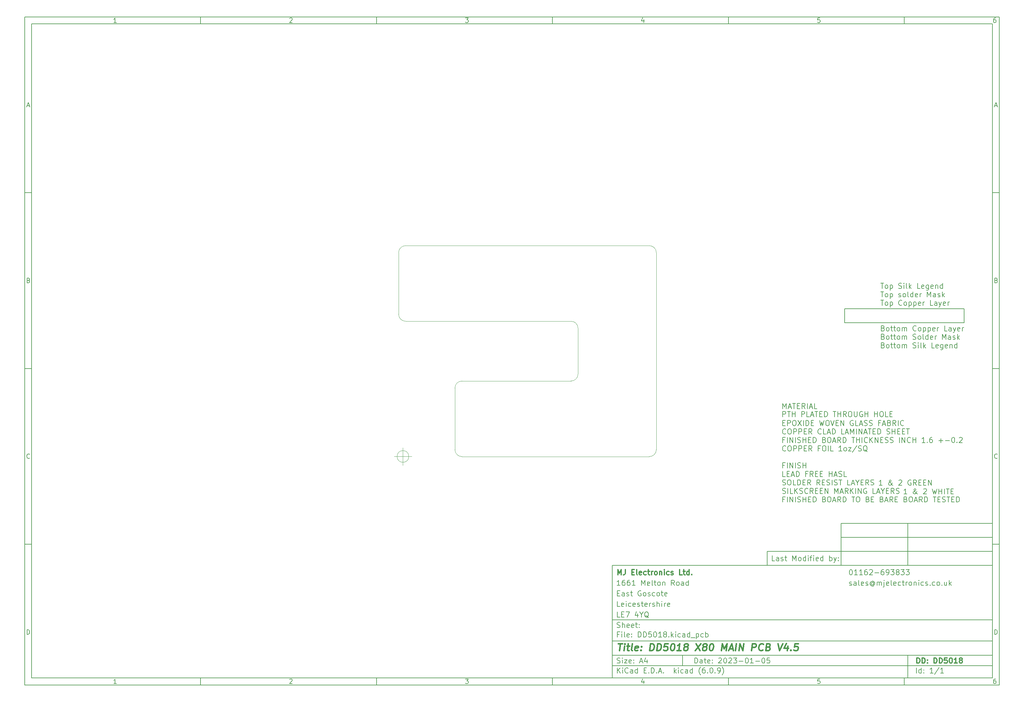
<source format=gbr>
G04 #@! TF.GenerationSoftware,KiCad,Pcbnew,(6.0.9)*
G04 #@! TF.CreationDate,2023-02-23T16:18:13+00:00*
G04 #@! TF.ProjectId,DD5018,44443530-3138-42e6-9b69-6361645f7063,DD5018*
G04 #@! TF.SameCoordinates,Original*
G04 #@! TF.FileFunction,Profile,NP*
%FSLAX46Y46*%
G04 Gerber Fmt 4.6, Leading zero omitted, Abs format (unit mm)*
G04 Created by KiCad (PCBNEW (6.0.9)) date 2023-02-23 16:18:13*
%MOMM*%
%LPD*%
G01*
G04 APERTURE LIST*
%ADD10C,0.100000*%
%ADD11C,0.150000*%
%ADD12C,0.300000*%
%ADD13C,0.400000*%
G04 #@! TA.AperFunction,Profile*
%ADD14C,0.050000*%
G04 #@! TD*
G04 APERTURE END LIST*
D10*
D11*
X177002200Y-166007200D02*
X177002200Y-198007200D01*
X285002200Y-198007200D01*
X285002200Y-166007200D01*
X177002200Y-166007200D01*
D10*
D11*
X10000000Y-10000000D02*
X10000000Y-200007200D01*
X287002200Y-200007200D01*
X287002200Y-10000000D01*
X10000000Y-10000000D01*
D10*
D11*
X12000000Y-12000000D02*
X12000000Y-198007200D01*
X285002200Y-198007200D01*
X285002200Y-12000000D01*
X12000000Y-12000000D01*
D10*
D11*
X60000000Y-12000000D02*
X60000000Y-10000000D01*
D10*
D11*
X110000000Y-12000000D02*
X110000000Y-10000000D01*
D10*
D11*
X160000000Y-12000000D02*
X160000000Y-10000000D01*
D10*
D11*
X210000000Y-12000000D02*
X210000000Y-10000000D01*
D10*
D11*
X260000000Y-12000000D02*
X260000000Y-10000000D01*
D10*
D11*
X36065476Y-11588095D02*
X35322619Y-11588095D01*
X35694047Y-11588095D02*
X35694047Y-10288095D01*
X35570238Y-10473809D01*
X35446428Y-10597619D01*
X35322619Y-10659523D01*
D10*
D11*
X85322619Y-10411904D02*
X85384523Y-10350000D01*
X85508333Y-10288095D01*
X85817857Y-10288095D01*
X85941666Y-10350000D01*
X86003571Y-10411904D01*
X86065476Y-10535714D01*
X86065476Y-10659523D01*
X86003571Y-10845238D01*
X85260714Y-11588095D01*
X86065476Y-11588095D01*
D10*
D11*
X135260714Y-10288095D02*
X136065476Y-10288095D01*
X135632142Y-10783333D01*
X135817857Y-10783333D01*
X135941666Y-10845238D01*
X136003571Y-10907142D01*
X136065476Y-11030952D01*
X136065476Y-11340476D01*
X136003571Y-11464285D01*
X135941666Y-11526190D01*
X135817857Y-11588095D01*
X135446428Y-11588095D01*
X135322619Y-11526190D01*
X135260714Y-11464285D01*
D10*
D11*
X185941666Y-10721428D02*
X185941666Y-11588095D01*
X185632142Y-10226190D02*
X185322619Y-11154761D01*
X186127380Y-11154761D01*
D10*
D11*
X236003571Y-10288095D02*
X235384523Y-10288095D01*
X235322619Y-10907142D01*
X235384523Y-10845238D01*
X235508333Y-10783333D01*
X235817857Y-10783333D01*
X235941666Y-10845238D01*
X236003571Y-10907142D01*
X236065476Y-11030952D01*
X236065476Y-11340476D01*
X236003571Y-11464285D01*
X235941666Y-11526190D01*
X235817857Y-11588095D01*
X235508333Y-11588095D01*
X235384523Y-11526190D01*
X235322619Y-11464285D01*
D10*
D11*
X285941666Y-10288095D02*
X285694047Y-10288095D01*
X285570238Y-10350000D01*
X285508333Y-10411904D01*
X285384523Y-10597619D01*
X285322619Y-10845238D01*
X285322619Y-11340476D01*
X285384523Y-11464285D01*
X285446428Y-11526190D01*
X285570238Y-11588095D01*
X285817857Y-11588095D01*
X285941666Y-11526190D01*
X286003571Y-11464285D01*
X286065476Y-11340476D01*
X286065476Y-11030952D01*
X286003571Y-10907142D01*
X285941666Y-10845238D01*
X285817857Y-10783333D01*
X285570238Y-10783333D01*
X285446428Y-10845238D01*
X285384523Y-10907142D01*
X285322619Y-11030952D01*
D10*
D11*
X60000000Y-198007200D02*
X60000000Y-200007200D01*
D10*
D11*
X110000000Y-198007200D02*
X110000000Y-200007200D01*
D10*
D11*
X160000000Y-198007200D02*
X160000000Y-200007200D01*
D10*
D11*
X210000000Y-198007200D02*
X210000000Y-200007200D01*
D10*
D11*
X260000000Y-198007200D02*
X260000000Y-200007200D01*
D10*
D11*
X36065476Y-199595295D02*
X35322619Y-199595295D01*
X35694047Y-199595295D02*
X35694047Y-198295295D01*
X35570238Y-198481009D01*
X35446428Y-198604819D01*
X35322619Y-198666723D01*
D10*
D11*
X85322619Y-198419104D02*
X85384523Y-198357200D01*
X85508333Y-198295295D01*
X85817857Y-198295295D01*
X85941666Y-198357200D01*
X86003571Y-198419104D01*
X86065476Y-198542914D01*
X86065476Y-198666723D01*
X86003571Y-198852438D01*
X85260714Y-199595295D01*
X86065476Y-199595295D01*
D10*
D11*
X135260714Y-198295295D02*
X136065476Y-198295295D01*
X135632142Y-198790533D01*
X135817857Y-198790533D01*
X135941666Y-198852438D01*
X136003571Y-198914342D01*
X136065476Y-199038152D01*
X136065476Y-199347676D01*
X136003571Y-199471485D01*
X135941666Y-199533390D01*
X135817857Y-199595295D01*
X135446428Y-199595295D01*
X135322619Y-199533390D01*
X135260714Y-199471485D01*
D10*
D11*
X185941666Y-198728628D02*
X185941666Y-199595295D01*
X185632142Y-198233390D02*
X185322619Y-199161961D01*
X186127380Y-199161961D01*
D10*
D11*
X236003571Y-198295295D02*
X235384523Y-198295295D01*
X235322619Y-198914342D01*
X235384523Y-198852438D01*
X235508333Y-198790533D01*
X235817857Y-198790533D01*
X235941666Y-198852438D01*
X236003571Y-198914342D01*
X236065476Y-199038152D01*
X236065476Y-199347676D01*
X236003571Y-199471485D01*
X235941666Y-199533390D01*
X235817857Y-199595295D01*
X235508333Y-199595295D01*
X235384523Y-199533390D01*
X235322619Y-199471485D01*
D10*
D11*
X285941666Y-198295295D02*
X285694047Y-198295295D01*
X285570238Y-198357200D01*
X285508333Y-198419104D01*
X285384523Y-198604819D01*
X285322619Y-198852438D01*
X285322619Y-199347676D01*
X285384523Y-199471485D01*
X285446428Y-199533390D01*
X285570238Y-199595295D01*
X285817857Y-199595295D01*
X285941666Y-199533390D01*
X286003571Y-199471485D01*
X286065476Y-199347676D01*
X286065476Y-199038152D01*
X286003571Y-198914342D01*
X285941666Y-198852438D01*
X285817857Y-198790533D01*
X285570238Y-198790533D01*
X285446428Y-198852438D01*
X285384523Y-198914342D01*
X285322619Y-199038152D01*
D10*
D11*
X10000000Y-60000000D02*
X12000000Y-60000000D01*
D10*
D11*
X10000000Y-110000000D02*
X12000000Y-110000000D01*
D10*
D11*
X10000000Y-160000000D02*
X12000000Y-160000000D01*
D10*
D11*
X10690476Y-35216666D02*
X11309523Y-35216666D01*
X10566666Y-35588095D02*
X11000000Y-34288095D01*
X11433333Y-35588095D01*
D10*
D11*
X11092857Y-84907142D02*
X11278571Y-84969047D01*
X11340476Y-85030952D01*
X11402380Y-85154761D01*
X11402380Y-85340476D01*
X11340476Y-85464285D01*
X11278571Y-85526190D01*
X11154761Y-85588095D01*
X10659523Y-85588095D01*
X10659523Y-84288095D01*
X11092857Y-84288095D01*
X11216666Y-84350000D01*
X11278571Y-84411904D01*
X11340476Y-84535714D01*
X11340476Y-84659523D01*
X11278571Y-84783333D01*
X11216666Y-84845238D01*
X11092857Y-84907142D01*
X10659523Y-84907142D01*
D10*
D11*
X11402380Y-135464285D02*
X11340476Y-135526190D01*
X11154761Y-135588095D01*
X11030952Y-135588095D01*
X10845238Y-135526190D01*
X10721428Y-135402380D01*
X10659523Y-135278571D01*
X10597619Y-135030952D01*
X10597619Y-134845238D01*
X10659523Y-134597619D01*
X10721428Y-134473809D01*
X10845238Y-134350000D01*
X11030952Y-134288095D01*
X11154761Y-134288095D01*
X11340476Y-134350000D01*
X11402380Y-134411904D01*
D10*
D11*
X10659523Y-185588095D02*
X10659523Y-184288095D01*
X10969047Y-184288095D01*
X11154761Y-184350000D01*
X11278571Y-184473809D01*
X11340476Y-184597619D01*
X11402380Y-184845238D01*
X11402380Y-185030952D01*
X11340476Y-185278571D01*
X11278571Y-185402380D01*
X11154761Y-185526190D01*
X10969047Y-185588095D01*
X10659523Y-185588095D01*
D10*
D11*
X287002200Y-60000000D02*
X285002200Y-60000000D01*
D10*
D11*
X287002200Y-110000000D02*
X285002200Y-110000000D01*
D10*
D11*
X287002200Y-160000000D02*
X285002200Y-160000000D01*
D10*
D11*
X285692676Y-35216666D02*
X286311723Y-35216666D01*
X285568866Y-35588095D02*
X286002200Y-34288095D01*
X286435533Y-35588095D01*
D10*
D11*
X286095057Y-84907142D02*
X286280771Y-84969047D01*
X286342676Y-85030952D01*
X286404580Y-85154761D01*
X286404580Y-85340476D01*
X286342676Y-85464285D01*
X286280771Y-85526190D01*
X286156961Y-85588095D01*
X285661723Y-85588095D01*
X285661723Y-84288095D01*
X286095057Y-84288095D01*
X286218866Y-84350000D01*
X286280771Y-84411904D01*
X286342676Y-84535714D01*
X286342676Y-84659523D01*
X286280771Y-84783333D01*
X286218866Y-84845238D01*
X286095057Y-84907142D01*
X285661723Y-84907142D01*
D10*
D11*
X286404580Y-135464285D02*
X286342676Y-135526190D01*
X286156961Y-135588095D01*
X286033152Y-135588095D01*
X285847438Y-135526190D01*
X285723628Y-135402380D01*
X285661723Y-135278571D01*
X285599819Y-135030952D01*
X285599819Y-134845238D01*
X285661723Y-134597619D01*
X285723628Y-134473809D01*
X285847438Y-134350000D01*
X286033152Y-134288095D01*
X286156961Y-134288095D01*
X286342676Y-134350000D01*
X286404580Y-134411904D01*
D10*
D11*
X285661723Y-185588095D02*
X285661723Y-184288095D01*
X285971247Y-184288095D01*
X286156961Y-184350000D01*
X286280771Y-184473809D01*
X286342676Y-184597619D01*
X286404580Y-184845238D01*
X286404580Y-185030952D01*
X286342676Y-185278571D01*
X286280771Y-185402380D01*
X286156961Y-185526190D01*
X285971247Y-185588095D01*
X285661723Y-185588095D01*
D10*
D11*
X200434342Y-193785771D02*
X200434342Y-192285771D01*
X200791485Y-192285771D01*
X201005771Y-192357200D01*
X201148628Y-192500057D01*
X201220057Y-192642914D01*
X201291485Y-192928628D01*
X201291485Y-193142914D01*
X201220057Y-193428628D01*
X201148628Y-193571485D01*
X201005771Y-193714342D01*
X200791485Y-193785771D01*
X200434342Y-193785771D01*
X202577200Y-193785771D02*
X202577200Y-193000057D01*
X202505771Y-192857200D01*
X202362914Y-192785771D01*
X202077200Y-192785771D01*
X201934342Y-192857200D01*
X202577200Y-193714342D02*
X202434342Y-193785771D01*
X202077200Y-193785771D01*
X201934342Y-193714342D01*
X201862914Y-193571485D01*
X201862914Y-193428628D01*
X201934342Y-193285771D01*
X202077200Y-193214342D01*
X202434342Y-193214342D01*
X202577200Y-193142914D01*
X203077200Y-192785771D02*
X203648628Y-192785771D01*
X203291485Y-192285771D02*
X203291485Y-193571485D01*
X203362914Y-193714342D01*
X203505771Y-193785771D01*
X203648628Y-193785771D01*
X204720057Y-193714342D02*
X204577200Y-193785771D01*
X204291485Y-193785771D01*
X204148628Y-193714342D01*
X204077200Y-193571485D01*
X204077200Y-193000057D01*
X204148628Y-192857200D01*
X204291485Y-192785771D01*
X204577200Y-192785771D01*
X204720057Y-192857200D01*
X204791485Y-193000057D01*
X204791485Y-193142914D01*
X204077200Y-193285771D01*
X205434342Y-193642914D02*
X205505771Y-193714342D01*
X205434342Y-193785771D01*
X205362914Y-193714342D01*
X205434342Y-193642914D01*
X205434342Y-193785771D01*
X205434342Y-192857200D02*
X205505771Y-192928628D01*
X205434342Y-193000057D01*
X205362914Y-192928628D01*
X205434342Y-192857200D01*
X205434342Y-193000057D01*
X207220057Y-192428628D02*
X207291485Y-192357200D01*
X207434342Y-192285771D01*
X207791485Y-192285771D01*
X207934342Y-192357200D01*
X208005771Y-192428628D01*
X208077200Y-192571485D01*
X208077200Y-192714342D01*
X208005771Y-192928628D01*
X207148628Y-193785771D01*
X208077200Y-193785771D01*
X209005771Y-192285771D02*
X209148628Y-192285771D01*
X209291485Y-192357200D01*
X209362914Y-192428628D01*
X209434342Y-192571485D01*
X209505771Y-192857200D01*
X209505771Y-193214342D01*
X209434342Y-193500057D01*
X209362914Y-193642914D01*
X209291485Y-193714342D01*
X209148628Y-193785771D01*
X209005771Y-193785771D01*
X208862914Y-193714342D01*
X208791485Y-193642914D01*
X208720057Y-193500057D01*
X208648628Y-193214342D01*
X208648628Y-192857200D01*
X208720057Y-192571485D01*
X208791485Y-192428628D01*
X208862914Y-192357200D01*
X209005771Y-192285771D01*
X210077200Y-192428628D02*
X210148628Y-192357200D01*
X210291485Y-192285771D01*
X210648628Y-192285771D01*
X210791485Y-192357200D01*
X210862914Y-192428628D01*
X210934342Y-192571485D01*
X210934342Y-192714342D01*
X210862914Y-192928628D01*
X210005771Y-193785771D01*
X210934342Y-193785771D01*
X211434342Y-192285771D02*
X212362914Y-192285771D01*
X211862914Y-192857200D01*
X212077200Y-192857200D01*
X212220057Y-192928628D01*
X212291485Y-193000057D01*
X212362914Y-193142914D01*
X212362914Y-193500057D01*
X212291485Y-193642914D01*
X212220057Y-193714342D01*
X212077200Y-193785771D01*
X211648628Y-193785771D01*
X211505771Y-193714342D01*
X211434342Y-193642914D01*
X213005771Y-193214342D02*
X214148628Y-193214342D01*
X215148628Y-192285771D02*
X215291485Y-192285771D01*
X215434342Y-192357200D01*
X215505771Y-192428628D01*
X215577200Y-192571485D01*
X215648628Y-192857200D01*
X215648628Y-193214342D01*
X215577200Y-193500057D01*
X215505771Y-193642914D01*
X215434342Y-193714342D01*
X215291485Y-193785771D01*
X215148628Y-193785771D01*
X215005771Y-193714342D01*
X214934342Y-193642914D01*
X214862914Y-193500057D01*
X214791485Y-193214342D01*
X214791485Y-192857200D01*
X214862914Y-192571485D01*
X214934342Y-192428628D01*
X215005771Y-192357200D01*
X215148628Y-192285771D01*
X217077200Y-193785771D02*
X216220057Y-193785771D01*
X216648628Y-193785771D02*
X216648628Y-192285771D01*
X216505771Y-192500057D01*
X216362914Y-192642914D01*
X216220057Y-192714342D01*
X217720057Y-193214342D02*
X218862914Y-193214342D01*
X219862914Y-192285771D02*
X220005771Y-192285771D01*
X220148628Y-192357200D01*
X220220057Y-192428628D01*
X220291485Y-192571485D01*
X220362914Y-192857200D01*
X220362914Y-193214342D01*
X220291485Y-193500057D01*
X220220057Y-193642914D01*
X220148628Y-193714342D01*
X220005771Y-193785771D01*
X219862914Y-193785771D01*
X219720057Y-193714342D01*
X219648628Y-193642914D01*
X219577200Y-193500057D01*
X219505771Y-193214342D01*
X219505771Y-192857200D01*
X219577200Y-192571485D01*
X219648628Y-192428628D01*
X219720057Y-192357200D01*
X219862914Y-192285771D01*
X221720057Y-192285771D02*
X221005771Y-192285771D01*
X220934342Y-193000057D01*
X221005771Y-192928628D01*
X221148628Y-192857200D01*
X221505771Y-192857200D01*
X221648628Y-192928628D01*
X221720057Y-193000057D01*
X221791485Y-193142914D01*
X221791485Y-193500057D01*
X221720057Y-193642914D01*
X221648628Y-193714342D01*
X221505771Y-193785771D01*
X221148628Y-193785771D01*
X221005771Y-193714342D01*
X220934342Y-193642914D01*
D10*
D11*
X177002200Y-194507200D02*
X285002200Y-194507200D01*
D10*
D11*
X178434342Y-196585771D02*
X178434342Y-195085771D01*
X179291485Y-196585771D02*
X178648628Y-195728628D01*
X179291485Y-195085771D02*
X178434342Y-195942914D01*
X179934342Y-196585771D02*
X179934342Y-195585771D01*
X179934342Y-195085771D02*
X179862914Y-195157200D01*
X179934342Y-195228628D01*
X180005771Y-195157200D01*
X179934342Y-195085771D01*
X179934342Y-195228628D01*
X181505771Y-196442914D02*
X181434342Y-196514342D01*
X181220057Y-196585771D01*
X181077200Y-196585771D01*
X180862914Y-196514342D01*
X180720057Y-196371485D01*
X180648628Y-196228628D01*
X180577200Y-195942914D01*
X180577200Y-195728628D01*
X180648628Y-195442914D01*
X180720057Y-195300057D01*
X180862914Y-195157200D01*
X181077200Y-195085771D01*
X181220057Y-195085771D01*
X181434342Y-195157200D01*
X181505771Y-195228628D01*
X182791485Y-196585771D02*
X182791485Y-195800057D01*
X182720057Y-195657200D01*
X182577200Y-195585771D01*
X182291485Y-195585771D01*
X182148628Y-195657200D01*
X182791485Y-196514342D02*
X182648628Y-196585771D01*
X182291485Y-196585771D01*
X182148628Y-196514342D01*
X182077200Y-196371485D01*
X182077200Y-196228628D01*
X182148628Y-196085771D01*
X182291485Y-196014342D01*
X182648628Y-196014342D01*
X182791485Y-195942914D01*
X184148628Y-196585771D02*
X184148628Y-195085771D01*
X184148628Y-196514342D02*
X184005771Y-196585771D01*
X183720057Y-196585771D01*
X183577200Y-196514342D01*
X183505771Y-196442914D01*
X183434342Y-196300057D01*
X183434342Y-195871485D01*
X183505771Y-195728628D01*
X183577200Y-195657200D01*
X183720057Y-195585771D01*
X184005771Y-195585771D01*
X184148628Y-195657200D01*
X186005771Y-195800057D02*
X186505771Y-195800057D01*
X186720057Y-196585771D02*
X186005771Y-196585771D01*
X186005771Y-195085771D01*
X186720057Y-195085771D01*
X187362914Y-196442914D02*
X187434342Y-196514342D01*
X187362914Y-196585771D01*
X187291485Y-196514342D01*
X187362914Y-196442914D01*
X187362914Y-196585771D01*
X188077200Y-196585771D02*
X188077200Y-195085771D01*
X188434342Y-195085771D01*
X188648628Y-195157200D01*
X188791485Y-195300057D01*
X188862914Y-195442914D01*
X188934342Y-195728628D01*
X188934342Y-195942914D01*
X188862914Y-196228628D01*
X188791485Y-196371485D01*
X188648628Y-196514342D01*
X188434342Y-196585771D01*
X188077200Y-196585771D01*
X189577200Y-196442914D02*
X189648628Y-196514342D01*
X189577200Y-196585771D01*
X189505771Y-196514342D01*
X189577200Y-196442914D01*
X189577200Y-196585771D01*
X190220057Y-196157200D02*
X190934342Y-196157200D01*
X190077200Y-196585771D02*
X190577200Y-195085771D01*
X191077200Y-196585771D01*
X191577200Y-196442914D02*
X191648628Y-196514342D01*
X191577200Y-196585771D01*
X191505771Y-196514342D01*
X191577200Y-196442914D01*
X191577200Y-196585771D01*
X194577200Y-196585771D02*
X194577200Y-195085771D01*
X194720057Y-196014342D02*
X195148628Y-196585771D01*
X195148628Y-195585771D02*
X194577200Y-196157200D01*
X195791485Y-196585771D02*
X195791485Y-195585771D01*
X195791485Y-195085771D02*
X195720057Y-195157200D01*
X195791485Y-195228628D01*
X195862914Y-195157200D01*
X195791485Y-195085771D01*
X195791485Y-195228628D01*
X197148628Y-196514342D02*
X197005771Y-196585771D01*
X196720057Y-196585771D01*
X196577200Y-196514342D01*
X196505771Y-196442914D01*
X196434342Y-196300057D01*
X196434342Y-195871485D01*
X196505771Y-195728628D01*
X196577200Y-195657200D01*
X196720057Y-195585771D01*
X197005771Y-195585771D01*
X197148628Y-195657200D01*
X198434342Y-196585771D02*
X198434342Y-195800057D01*
X198362914Y-195657200D01*
X198220057Y-195585771D01*
X197934342Y-195585771D01*
X197791485Y-195657200D01*
X198434342Y-196514342D02*
X198291485Y-196585771D01*
X197934342Y-196585771D01*
X197791485Y-196514342D01*
X197720057Y-196371485D01*
X197720057Y-196228628D01*
X197791485Y-196085771D01*
X197934342Y-196014342D01*
X198291485Y-196014342D01*
X198434342Y-195942914D01*
X199791485Y-196585771D02*
X199791485Y-195085771D01*
X199791485Y-196514342D02*
X199648628Y-196585771D01*
X199362914Y-196585771D01*
X199220057Y-196514342D01*
X199148628Y-196442914D01*
X199077200Y-196300057D01*
X199077200Y-195871485D01*
X199148628Y-195728628D01*
X199220057Y-195657200D01*
X199362914Y-195585771D01*
X199648628Y-195585771D01*
X199791485Y-195657200D01*
X202077200Y-197157200D02*
X202005771Y-197085771D01*
X201862914Y-196871485D01*
X201791485Y-196728628D01*
X201720057Y-196514342D01*
X201648628Y-196157200D01*
X201648628Y-195871485D01*
X201720057Y-195514342D01*
X201791485Y-195300057D01*
X201862914Y-195157200D01*
X202005771Y-194942914D01*
X202077200Y-194871485D01*
X203291485Y-195085771D02*
X203005771Y-195085771D01*
X202862914Y-195157200D01*
X202791485Y-195228628D01*
X202648628Y-195442914D01*
X202577200Y-195728628D01*
X202577200Y-196300057D01*
X202648628Y-196442914D01*
X202720057Y-196514342D01*
X202862914Y-196585771D01*
X203148628Y-196585771D01*
X203291485Y-196514342D01*
X203362914Y-196442914D01*
X203434342Y-196300057D01*
X203434342Y-195942914D01*
X203362914Y-195800057D01*
X203291485Y-195728628D01*
X203148628Y-195657200D01*
X202862914Y-195657200D01*
X202720057Y-195728628D01*
X202648628Y-195800057D01*
X202577200Y-195942914D01*
X204077200Y-196442914D02*
X204148628Y-196514342D01*
X204077200Y-196585771D01*
X204005771Y-196514342D01*
X204077200Y-196442914D01*
X204077200Y-196585771D01*
X205077200Y-195085771D02*
X205220057Y-195085771D01*
X205362914Y-195157200D01*
X205434342Y-195228628D01*
X205505771Y-195371485D01*
X205577200Y-195657200D01*
X205577200Y-196014342D01*
X205505771Y-196300057D01*
X205434342Y-196442914D01*
X205362914Y-196514342D01*
X205220057Y-196585771D01*
X205077200Y-196585771D01*
X204934342Y-196514342D01*
X204862914Y-196442914D01*
X204791485Y-196300057D01*
X204720057Y-196014342D01*
X204720057Y-195657200D01*
X204791485Y-195371485D01*
X204862914Y-195228628D01*
X204934342Y-195157200D01*
X205077200Y-195085771D01*
X206220057Y-196442914D02*
X206291485Y-196514342D01*
X206220057Y-196585771D01*
X206148628Y-196514342D01*
X206220057Y-196442914D01*
X206220057Y-196585771D01*
X207005771Y-196585771D02*
X207291485Y-196585771D01*
X207434342Y-196514342D01*
X207505771Y-196442914D01*
X207648628Y-196228628D01*
X207720057Y-195942914D01*
X207720057Y-195371485D01*
X207648628Y-195228628D01*
X207577200Y-195157200D01*
X207434342Y-195085771D01*
X207148628Y-195085771D01*
X207005771Y-195157200D01*
X206934342Y-195228628D01*
X206862914Y-195371485D01*
X206862914Y-195728628D01*
X206934342Y-195871485D01*
X207005771Y-195942914D01*
X207148628Y-196014342D01*
X207434342Y-196014342D01*
X207577200Y-195942914D01*
X207648628Y-195871485D01*
X207720057Y-195728628D01*
X208220057Y-197157200D02*
X208291485Y-197085771D01*
X208434342Y-196871485D01*
X208505771Y-196728628D01*
X208577200Y-196514342D01*
X208648628Y-196157200D01*
X208648628Y-195871485D01*
X208577200Y-195514342D01*
X208505771Y-195300057D01*
X208434342Y-195157200D01*
X208291485Y-194942914D01*
X208220057Y-194871485D01*
D10*
D11*
X177002200Y-191507200D02*
X285002200Y-191507200D01*
D10*
D12*
X263554342Y-193785771D02*
X263554342Y-192285771D01*
X263911485Y-192285771D01*
X264125771Y-192357200D01*
X264268628Y-192500057D01*
X264340057Y-192642914D01*
X264411485Y-192928628D01*
X264411485Y-193142914D01*
X264340057Y-193428628D01*
X264268628Y-193571485D01*
X264125771Y-193714342D01*
X263911485Y-193785771D01*
X263554342Y-193785771D01*
X265054342Y-193785771D02*
X265054342Y-192285771D01*
X265411485Y-192285771D01*
X265625771Y-192357200D01*
X265768628Y-192500057D01*
X265840057Y-192642914D01*
X265911485Y-192928628D01*
X265911485Y-193142914D01*
X265840057Y-193428628D01*
X265768628Y-193571485D01*
X265625771Y-193714342D01*
X265411485Y-193785771D01*
X265054342Y-193785771D01*
X266554342Y-193642914D02*
X266625771Y-193714342D01*
X266554342Y-193785771D01*
X266482914Y-193714342D01*
X266554342Y-193642914D01*
X266554342Y-193785771D01*
X266554342Y-192857200D02*
X266625771Y-192928628D01*
X266554342Y-193000057D01*
X266482914Y-192928628D01*
X266554342Y-192857200D01*
X266554342Y-193000057D01*
X268411485Y-193785771D02*
X268411485Y-192285771D01*
X268768628Y-192285771D01*
X268982914Y-192357200D01*
X269125771Y-192500057D01*
X269197200Y-192642914D01*
X269268628Y-192928628D01*
X269268628Y-193142914D01*
X269197200Y-193428628D01*
X269125771Y-193571485D01*
X268982914Y-193714342D01*
X268768628Y-193785771D01*
X268411485Y-193785771D01*
X269911485Y-193785771D02*
X269911485Y-192285771D01*
X270268628Y-192285771D01*
X270482914Y-192357200D01*
X270625771Y-192500057D01*
X270697200Y-192642914D01*
X270768628Y-192928628D01*
X270768628Y-193142914D01*
X270697200Y-193428628D01*
X270625771Y-193571485D01*
X270482914Y-193714342D01*
X270268628Y-193785771D01*
X269911485Y-193785771D01*
X272125771Y-192285771D02*
X271411485Y-192285771D01*
X271340057Y-193000057D01*
X271411485Y-192928628D01*
X271554342Y-192857200D01*
X271911485Y-192857200D01*
X272054342Y-192928628D01*
X272125771Y-193000057D01*
X272197200Y-193142914D01*
X272197200Y-193500057D01*
X272125771Y-193642914D01*
X272054342Y-193714342D01*
X271911485Y-193785771D01*
X271554342Y-193785771D01*
X271411485Y-193714342D01*
X271340057Y-193642914D01*
X273125771Y-192285771D02*
X273268628Y-192285771D01*
X273411485Y-192357200D01*
X273482914Y-192428628D01*
X273554342Y-192571485D01*
X273625771Y-192857200D01*
X273625771Y-193214342D01*
X273554342Y-193500057D01*
X273482914Y-193642914D01*
X273411485Y-193714342D01*
X273268628Y-193785771D01*
X273125771Y-193785771D01*
X272982914Y-193714342D01*
X272911485Y-193642914D01*
X272840057Y-193500057D01*
X272768628Y-193214342D01*
X272768628Y-192857200D01*
X272840057Y-192571485D01*
X272911485Y-192428628D01*
X272982914Y-192357200D01*
X273125771Y-192285771D01*
X275054342Y-193785771D02*
X274197200Y-193785771D01*
X274625771Y-193785771D02*
X274625771Y-192285771D01*
X274482914Y-192500057D01*
X274340057Y-192642914D01*
X274197200Y-192714342D01*
X275911485Y-192928628D02*
X275768628Y-192857200D01*
X275697200Y-192785771D01*
X275625771Y-192642914D01*
X275625771Y-192571485D01*
X275697200Y-192428628D01*
X275768628Y-192357200D01*
X275911485Y-192285771D01*
X276197200Y-192285771D01*
X276340057Y-192357200D01*
X276411485Y-192428628D01*
X276482914Y-192571485D01*
X276482914Y-192642914D01*
X276411485Y-192785771D01*
X276340057Y-192857200D01*
X276197200Y-192928628D01*
X275911485Y-192928628D01*
X275768628Y-193000057D01*
X275697200Y-193071485D01*
X275625771Y-193214342D01*
X275625771Y-193500057D01*
X275697200Y-193642914D01*
X275768628Y-193714342D01*
X275911485Y-193785771D01*
X276197200Y-193785771D01*
X276340057Y-193714342D01*
X276411485Y-193642914D01*
X276482914Y-193500057D01*
X276482914Y-193214342D01*
X276411485Y-193071485D01*
X276340057Y-193000057D01*
X276197200Y-192928628D01*
D10*
D11*
X178362914Y-193714342D02*
X178577200Y-193785771D01*
X178934342Y-193785771D01*
X179077200Y-193714342D01*
X179148628Y-193642914D01*
X179220057Y-193500057D01*
X179220057Y-193357200D01*
X179148628Y-193214342D01*
X179077200Y-193142914D01*
X178934342Y-193071485D01*
X178648628Y-193000057D01*
X178505771Y-192928628D01*
X178434342Y-192857200D01*
X178362914Y-192714342D01*
X178362914Y-192571485D01*
X178434342Y-192428628D01*
X178505771Y-192357200D01*
X178648628Y-192285771D01*
X179005771Y-192285771D01*
X179220057Y-192357200D01*
X179862914Y-193785771D02*
X179862914Y-192785771D01*
X179862914Y-192285771D02*
X179791485Y-192357200D01*
X179862914Y-192428628D01*
X179934342Y-192357200D01*
X179862914Y-192285771D01*
X179862914Y-192428628D01*
X180434342Y-192785771D02*
X181220057Y-192785771D01*
X180434342Y-193785771D01*
X181220057Y-193785771D01*
X182362914Y-193714342D02*
X182220057Y-193785771D01*
X181934342Y-193785771D01*
X181791485Y-193714342D01*
X181720057Y-193571485D01*
X181720057Y-193000057D01*
X181791485Y-192857200D01*
X181934342Y-192785771D01*
X182220057Y-192785771D01*
X182362914Y-192857200D01*
X182434342Y-193000057D01*
X182434342Y-193142914D01*
X181720057Y-193285771D01*
X183077200Y-193642914D02*
X183148628Y-193714342D01*
X183077200Y-193785771D01*
X183005771Y-193714342D01*
X183077200Y-193642914D01*
X183077200Y-193785771D01*
X183077200Y-192857200D02*
X183148628Y-192928628D01*
X183077200Y-193000057D01*
X183005771Y-192928628D01*
X183077200Y-192857200D01*
X183077200Y-193000057D01*
X184862914Y-193357200D02*
X185577200Y-193357200D01*
X184720057Y-193785771D02*
X185220057Y-192285771D01*
X185720057Y-193785771D01*
X186862914Y-192785771D02*
X186862914Y-193785771D01*
X186505771Y-192214342D02*
X186148628Y-193285771D01*
X187077200Y-193285771D01*
D10*
D11*
X263434342Y-196585771D02*
X263434342Y-195085771D01*
X264791485Y-196585771D02*
X264791485Y-195085771D01*
X264791485Y-196514342D02*
X264648628Y-196585771D01*
X264362914Y-196585771D01*
X264220057Y-196514342D01*
X264148628Y-196442914D01*
X264077200Y-196300057D01*
X264077200Y-195871485D01*
X264148628Y-195728628D01*
X264220057Y-195657200D01*
X264362914Y-195585771D01*
X264648628Y-195585771D01*
X264791485Y-195657200D01*
X265505771Y-196442914D02*
X265577200Y-196514342D01*
X265505771Y-196585771D01*
X265434342Y-196514342D01*
X265505771Y-196442914D01*
X265505771Y-196585771D01*
X265505771Y-195657200D02*
X265577200Y-195728628D01*
X265505771Y-195800057D01*
X265434342Y-195728628D01*
X265505771Y-195657200D01*
X265505771Y-195800057D01*
X268148628Y-196585771D02*
X267291485Y-196585771D01*
X267720057Y-196585771D02*
X267720057Y-195085771D01*
X267577200Y-195300057D01*
X267434342Y-195442914D01*
X267291485Y-195514342D01*
X269862914Y-195014342D02*
X268577200Y-196942914D01*
X271148628Y-196585771D02*
X270291485Y-196585771D01*
X270720057Y-196585771D02*
X270720057Y-195085771D01*
X270577200Y-195300057D01*
X270434342Y-195442914D01*
X270291485Y-195514342D01*
D10*
D11*
X177002200Y-187507200D02*
X285002200Y-187507200D01*
D10*
D13*
X178714580Y-188211961D02*
X179857438Y-188211961D01*
X179036009Y-190211961D02*
X179286009Y-188211961D01*
X180274104Y-190211961D02*
X180440771Y-188878628D01*
X180524104Y-188211961D02*
X180416961Y-188307200D01*
X180500295Y-188402438D01*
X180607438Y-188307200D01*
X180524104Y-188211961D01*
X180500295Y-188402438D01*
X181107438Y-188878628D02*
X181869342Y-188878628D01*
X181476485Y-188211961D02*
X181262200Y-189926247D01*
X181333628Y-190116723D01*
X181512200Y-190211961D01*
X181702676Y-190211961D01*
X182655057Y-190211961D02*
X182476485Y-190116723D01*
X182405057Y-189926247D01*
X182619342Y-188211961D01*
X184190771Y-190116723D02*
X183988390Y-190211961D01*
X183607438Y-190211961D01*
X183428866Y-190116723D01*
X183357438Y-189926247D01*
X183452676Y-189164342D01*
X183571723Y-188973866D01*
X183774104Y-188878628D01*
X184155057Y-188878628D01*
X184333628Y-188973866D01*
X184405057Y-189164342D01*
X184381247Y-189354819D01*
X183405057Y-189545295D01*
X185155057Y-190021485D02*
X185238390Y-190116723D01*
X185131247Y-190211961D01*
X185047914Y-190116723D01*
X185155057Y-190021485D01*
X185131247Y-190211961D01*
X185286009Y-188973866D02*
X185369342Y-189069104D01*
X185262200Y-189164342D01*
X185178866Y-189069104D01*
X185286009Y-188973866D01*
X185262200Y-189164342D01*
X187607438Y-190211961D02*
X187857438Y-188211961D01*
X188333628Y-188211961D01*
X188607438Y-188307200D01*
X188774104Y-188497676D01*
X188845533Y-188688152D01*
X188893152Y-189069104D01*
X188857438Y-189354819D01*
X188714580Y-189735771D01*
X188595533Y-189926247D01*
X188381247Y-190116723D01*
X188083628Y-190211961D01*
X187607438Y-190211961D01*
X189607438Y-190211961D02*
X189857438Y-188211961D01*
X190333628Y-188211961D01*
X190607438Y-188307200D01*
X190774104Y-188497676D01*
X190845533Y-188688152D01*
X190893152Y-189069104D01*
X190857438Y-189354819D01*
X190714580Y-189735771D01*
X190595533Y-189926247D01*
X190381247Y-190116723D01*
X190083628Y-190211961D01*
X189607438Y-190211961D01*
X192809819Y-188211961D02*
X191857438Y-188211961D01*
X191643152Y-189164342D01*
X191750295Y-189069104D01*
X191952676Y-188973866D01*
X192428866Y-188973866D01*
X192607438Y-189069104D01*
X192690771Y-189164342D01*
X192762200Y-189354819D01*
X192702676Y-189831009D01*
X192583628Y-190021485D01*
X192476485Y-190116723D01*
X192274104Y-190211961D01*
X191797914Y-190211961D01*
X191619342Y-190116723D01*
X191536009Y-190021485D01*
X194143152Y-188211961D02*
X194333628Y-188211961D01*
X194512200Y-188307200D01*
X194595533Y-188402438D01*
X194666961Y-188592914D01*
X194714580Y-188973866D01*
X194655057Y-189450057D01*
X194512200Y-189831009D01*
X194393152Y-190021485D01*
X194286009Y-190116723D01*
X194083628Y-190211961D01*
X193893152Y-190211961D01*
X193714580Y-190116723D01*
X193631247Y-190021485D01*
X193559819Y-189831009D01*
X193512200Y-189450057D01*
X193571723Y-188973866D01*
X193714580Y-188592914D01*
X193833628Y-188402438D01*
X193940771Y-188307200D01*
X194143152Y-188211961D01*
X196464580Y-190211961D02*
X195321723Y-190211961D01*
X195893152Y-190211961D02*
X196143152Y-188211961D01*
X195916961Y-188497676D01*
X195702676Y-188688152D01*
X195500295Y-188783390D01*
X197750295Y-189069104D02*
X197571723Y-188973866D01*
X197488390Y-188878628D01*
X197416961Y-188688152D01*
X197428866Y-188592914D01*
X197547914Y-188402438D01*
X197655057Y-188307200D01*
X197857438Y-188211961D01*
X198238390Y-188211961D01*
X198416961Y-188307200D01*
X198500295Y-188402438D01*
X198571723Y-188592914D01*
X198559819Y-188688152D01*
X198440771Y-188878628D01*
X198333628Y-188973866D01*
X198131247Y-189069104D01*
X197750295Y-189069104D01*
X197547914Y-189164342D01*
X197440771Y-189259580D01*
X197321723Y-189450057D01*
X197274104Y-189831009D01*
X197345533Y-190021485D01*
X197428866Y-190116723D01*
X197607438Y-190211961D01*
X197988390Y-190211961D01*
X198190771Y-190116723D01*
X198297914Y-190021485D01*
X198416961Y-189831009D01*
X198464580Y-189450057D01*
X198393152Y-189259580D01*
X198309819Y-189164342D01*
X198131247Y-189069104D01*
X200809819Y-188211961D02*
X201893152Y-190211961D01*
X202143152Y-188211961D02*
X200559819Y-190211961D01*
X203083628Y-189069104D02*
X202905057Y-188973866D01*
X202821723Y-188878628D01*
X202750295Y-188688152D01*
X202762200Y-188592914D01*
X202881247Y-188402438D01*
X202988390Y-188307200D01*
X203190771Y-188211961D01*
X203571723Y-188211961D01*
X203750295Y-188307200D01*
X203833628Y-188402438D01*
X203905057Y-188592914D01*
X203893152Y-188688152D01*
X203774104Y-188878628D01*
X203666961Y-188973866D01*
X203464580Y-189069104D01*
X203083628Y-189069104D01*
X202881247Y-189164342D01*
X202774104Y-189259580D01*
X202655057Y-189450057D01*
X202607438Y-189831009D01*
X202678866Y-190021485D01*
X202762200Y-190116723D01*
X202940771Y-190211961D01*
X203321723Y-190211961D01*
X203524104Y-190116723D01*
X203631247Y-190021485D01*
X203750295Y-189831009D01*
X203797914Y-189450057D01*
X203726485Y-189259580D01*
X203643152Y-189164342D01*
X203464580Y-189069104D01*
X205190771Y-188211961D02*
X205381247Y-188211961D01*
X205559819Y-188307200D01*
X205643152Y-188402438D01*
X205714580Y-188592914D01*
X205762200Y-188973866D01*
X205702676Y-189450057D01*
X205559819Y-189831009D01*
X205440771Y-190021485D01*
X205333628Y-190116723D01*
X205131247Y-190211961D01*
X204940771Y-190211961D01*
X204762200Y-190116723D01*
X204678866Y-190021485D01*
X204607438Y-189831009D01*
X204559819Y-189450057D01*
X204619342Y-188973866D01*
X204762200Y-188592914D01*
X204881247Y-188402438D01*
X204988390Y-188307200D01*
X205190771Y-188211961D01*
X207988390Y-190211961D02*
X208238390Y-188211961D01*
X208726485Y-189640533D01*
X209571723Y-188211961D01*
X209321723Y-190211961D01*
X210250295Y-189640533D02*
X211202676Y-189640533D01*
X209988390Y-190211961D02*
X210905057Y-188211961D01*
X211321723Y-190211961D01*
X211988390Y-190211961D02*
X212238390Y-188211961D01*
X212940771Y-190211961D02*
X213190771Y-188211961D01*
X214083628Y-190211961D01*
X214333628Y-188211961D01*
X216559819Y-190211961D02*
X216809819Y-188211961D01*
X217571723Y-188211961D01*
X217750295Y-188307200D01*
X217833628Y-188402438D01*
X217905057Y-188592914D01*
X217869342Y-188878628D01*
X217750295Y-189069104D01*
X217643152Y-189164342D01*
X217440771Y-189259580D01*
X216678866Y-189259580D01*
X219726485Y-190021485D02*
X219619342Y-190116723D01*
X219321723Y-190211961D01*
X219131247Y-190211961D01*
X218857438Y-190116723D01*
X218690771Y-189926247D01*
X218619342Y-189735771D01*
X218571723Y-189354819D01*
X218607438Y-189069104D01*
X218750295Y-188688152D01*
X218869342Y-188497676D01*
X219083628Y-188307200D01*
X219381247Y-188211961D01*
X219571723Y-188211961D01*
X219845533Y-188307200D01*
X219928866Y-188402438D01*
X221357438Y-189164342D02*
X221631247Y-189259580D01*
X221714580Y-189354819D01*
X221786009Y-189545295D01*
X221750295Y-189831009D01*
X221631247Y-190021485D01*
X221524104Y-190116723D01*
X221321723Y-190211961D01*
X220559819Y-190211961D01*
X220809819Y-188211961D01*
X221476485Y-188211961D01*
X221655057Y-188307200D01*
X221738390Y-188402438D01*
X221809819Y-188592914D01*
X221786009Y-188783390D01*
X221666961Y-188973866D01*
X221559819Y-189069104D01*
X221357438Y-189164342D01*
X220690771Y-189164342D01*
X224047914Y-188211961D02*
X224464580Y-190211961D01*
X225381247Y-188211961D01*
X226821723Y-188878628D02*
X226655057Y-190211961D01*
X226440771Y-188116723D02*
X225786009Y-189545295D01*
X227024104Y-189545295D01*
X227726485Y-190021485D02*
X227809819Y-190116723D01*
X227702676Y-190211961D01*
X227619342Y-190116723D01*
X227726485Y-190021485D01*
X227702676Y-190211961D01*
X229857438Y-188211961D02*
X228905057Y-188211961D01*
X228690771Y-189164342D01*
X228797914Y-189069104D01*
X229000295Y-188973866D01*
X229476485Y-188973866D01*
X229655057Y-189069104D01*
X229738390Y-189164342D01*
X229809819Y-189354819D01*
X229750295Y-189831009D01*
X229631247Y-190021485D01*
X229524104Y-190116723D01*
X229321723Y-190211961D01*
X228845533Y-190211961D01*
X228666961Y-190116723D01*
X228583628Y-190021485D01*
D10*
D11*
X178934342Y-185600057D02*
X178434342Y-185600057D01*
X178434342Y-186385771D02*
X178434342Y-184885771D01*
X179148628Y-184885771D01*
X179720057Y-186385771D02*
X179720057Y-185385771D01*
X179720057Y-184885771D02*
X179648628Y-184957200D01*
X179720057Y-185028628D01*
X179791485Y-184957200D01*
X179720057Y-184885771D01*
X179720057Y-185028628D01*
X180648628Y-186385771D02*
X180505771Y-186314342D01*
X180434342Y-186171485D01*
X180434342Y-184885771D01*
X181791485Y-186314342D02*
X181648628Y-186385771D01*
X181362914Y-186385771D01*
X181220057Y-186314342D01*
X181148628Y-186171485D01*
X181148628Y-185600057D01*
X181220057Y-185457200D01*
X181362914Y-185385771D01*
X181648628Y-185385771D01*
X181791485Y-185457200D01*
X181862914Y-185600057D01*
X181862914Y-185742914D01*
X181148628Y-185885771D01*
X182505771Y-186242914D02*
X182577200Y-186314342D01*
X182505771Y-186385771D01*
X182434342Y-186314342D01*
X182505771Y-186242914D01*
X182505771Y-186385771D01*
X182505771Y-185457200D02*
X182577200Y-185528628D01*
X182505771Y-185600057D01*
X182434342Y-185528628D01*
X182505771Y-185457200D01*
X182505771Y-185600057D01*
X184362914Y-186385771D02*
X184362914Y-184885771D01*
X184720057Y-184885771D01*
X184934342Y-184957200D01*
X185077200Y-185100057D01*
X185148628Y-185242914D01*
X185220057Y-185528628D01*
X185220057Y-185742914D01*
X185148628Y-186028628D01*
X185077200Y-186171485D01*
X184934342Y-186314342D01*
X184720057Y-186385771D01*
X184362914Y-186385771D01*
X185862914Y-186385771D02*
X185862914Y-184885771D01*
X186220057Y-184885771D01*
X186434342Y-184957200D01*
X186577200Y-185100057D01*
X186648628Y-185242914D01*
X186720057Y-185528628D01*
X186720057Y-185742914D01*
X186648628Y-186028628D01*
X186577200Y-186171485D01*
X186434342Y-186314342D01*
X186220057Y-186385771D01*
X185862914Y-186385771D01*
X188077200Y-184885771D02*
X187362914Y-184885771D01*
X187291485Y-185600057D01*
X187362914Y-185528628D01*
X187505771Y-185457200D01*
X187862914Y-185457200D01*
X188005771Y-185528628D01*
X188077200Y-185600057D01*
X188148628Y-185742914D01*
X188148628Y-186100057D01*
X188077200Y-186242914D01*
X188005771Y-186314342D01*
X187862914Y-186385771D01*
X187505771Y-186385771D01*
X187362914Y-186314342D01*
X187291485Y-186242914D01*
X189077200Y-184885771D02*
X189220057Y-184885771D01*
X189362914Y-184957200D01*
X189434342Y-185028628D01*
X189505771Y-185171485D01*
X189577200Y-185457200D01*
X189577200Y-185814342D01*
X189505771Y-186100057D01*
X189434342Y-186242914D01*
X189362914Y-186314342D01*
X189220057Y-186385771D01*
X189077200Y-186385771D01*
X188934342Y-186314342D01*
X188862914Y-186242914D01*
X188791485Y-186100057D01*
X188720057Y-185814342D01*
X188720057Y-185457200D01*
X188791485Y-185171485D01*
X188862914Y-185028628D01*
X188934342Y-184957200D01*
X189077200Y-184885771D01*
X191005771Y-186385771D02*
X190148628Y-186385771D01*
X190577200Y-186385771D02*
X190577200Y-184885771D01*
X190434342Y-185100057D01*
X190291485Y-185242914D01*
X190148628Y-185314342D01*
X191862914Y-185528628D02*
X191720057Y-185457200D01*
X191648628Y-185385771D01*
X191577200Y-185242914D01*
X191577200Y-185171485D01*
X191648628Y-185028628D01*
X191720057Y-184957200D01*
X191862914Y-184885771D01*
X192148628Y-184885771D01*
X192291485Y-184957200D01*
X192362914Y-185028628D01*
X192434342Y-185171485D01*
X192434342Y-185242914D01*
X192362914Y-185385771D01*
X192291485Y-185457200D01*
X192148628Y-185528628D01*
X191862914Y-185528628D01*
X191720057Y-185600057D01*
X191648628Y-185671485D01*
X191577200Y-185814342D01*
X191577200Y-186100057D01*
X191648628Y-186242914D01*
X191720057Y-186314342D01*
X191862914Y-186385771D01*
X192148628Y-186385771D01*
X192291485Y-186314342D01*
X192362914Y-186242914D01*
X192434342Y-186100057D01*
X192434342Y-185814342D01*
X192362914Y-185671485D01*
X192291485Y-185600057D01*
X192148628Y-185528628D01*
X193077200Y-186242914D02*
X193148628Y-186314342D01*
X193077200Y-186385771D01*
X193005771Y-186314342D01*
X193077200Y-186242914D01*
X193077200Y-186385771D01*
X193791485Y-186385771D02*
X193791485Y-184885771D01*
X193934342Y-185814342D02*
X194362914Y-186385771D01*
X194362914Y-185385771D02*
X193791485Y-185957200D01*
X195005771Y-186385771D02*
X195005771Y-185385771D01*
X195005771Y-184885771D02*
X194934342Y-184957200D01*
X195005771Y-185028628D01*
X195077200Y-184957200D01*
X195005771Y-184885771D01*
X195005771Y-185028628D01*
X196362914Y-186314342D02*
X196220057Y-186385771D01*
X195934342Y-186385771D01*
X195791485Y-186314342D01*
X195720057Y-186242914D01*
X195648628Y-186100057D01*
X195648628Y-185671485D01*
X195720057Y-185528628D01*
X195791485Y-185457200D01*
X195934342Y-185385771D01*
X196220057Y-185385771D01*
X196362914Y-185457200D01*
X197648628Y-186385771D02*
X197648628Y-185600057D01*
X197577200Y-185457200D01*
X197434342Y-185385771D01*
X197148628Y-185385771D01*
X197005771Y-185457200D01*
X197648628Y-186314342D02*
X197505771Y-186385771D01*
X197148628Y-186385771D01*
X197005771Y-186314342D01*
X196934342Y-186171485D01*
X196934342Y-186028628D01*
X197005771Y-185885771D01*
X197148628Y-185814342D01*
X197505771Y-185814342D01*
X197648628Y-185742914D01*
X199005771Y-186385771D02*
X199005771Y-184885771D01*
X199005771Y-186314342D02*
X198862914Y-186385771D01*
X198577200Y-186385771D01*
X198434342Y-186314342D01*
X198362914Y-186242914D01*
X198291485Y-186100057D01*
X198291485Y-185671485D01*
X198362914Y-185528628D01*
X198434342Y-185457200D01*
X198577200Y-185385771D01*
X198862914Y-185385771D01*
X199005771Y-185457200D01*
X199362914Y-186528628D02*
X200505771Y-186528628D01*
X200862914Y-185385771D02*
X200862914Y-186885771D01*
X200862914Y-185457200D02*
X201005771Y-185385771D01*
X201291485Y-185385771D01*
X201434342Y-185457200D01*
X201505771Y-185528628D01*
X201577200Y-185671485D01*
X201577200Y-186100057D01*
X201505771Y-186242914D01*
X201434342Y-186314342D01*
X201291485Y-186385771D01*
X201005771Y-186385771D01*
X200862914Y-186314342D01*
X202862914Y-186314342D02*
X202720057Y-186385771D01*
X202434342Y-186385771D01*
X202291485Y-186314342D01*
X202220057Y-186242914D01*
X202148628Y-186100057D01*
X202148628Y-185671485D01*
X202220057Y-185528628D01*
X202291485Y-185457200D01*
X202434342Y-185385771D01*
X202720057Y-185385771D01*
X202862914Y-185457200D01*
X203505771Y-186385771D02*
X203505771Y-184885771D01*
X203505771Y-185457200D02*
X203648628Y-185385771D01*
X203934342Y-185385771D01*
X204077200Y-185457200D01*
X204148628Y-185528628D01*
X204220057Y-185671485D01*
X204220057Y-186100057D01*
X204148628Y-186242914D01*
X204077200Y-186314342D01*
X203934342Y-186385771D01*
X203648628Y-186385771D01*
X203505771Y-186314342D01*
D10*
D11*
X177002200Y-181507200D02*
X285002200Y-181507200D01*
D10*
D11*
X178362914Y-183614342D02*
X178577200Y-183685771D01*
X178934342Y-183685771D01*
X179077200Y-183614342D01*
X179148628Y-183542914D01*
X179220057Y-183400057D01*
X179220057Y-183257200D01*
X179148628Y-183114342D01*
X179077200Y-183042914D01*
X178934342Y-182971485D01*
X178648628Y-182900057D01*
X178505771Y-182828628D01*
X178434342Y-182757200D01*
X178362914Y-182614342D01*
X178362914Y-182471485D01*
X178434342Y-182328628D01*
X178505771Y-182257200D01*
X178648628Y-182185771D01*
X179005771Y-182185771D01*
X179220057Y-182257200D01*
X179862914Y-183685771D02*
X179862914Y-182185771D01*
X180505771Y-183685771D02*
X180505771Y-182900057D01*
X180434342Y-182757200D01*
X180291485Y-182685771D01*
X180077200Y-182685771D01*
X179934342Y-182757200D01*
X179862914Y-182828628D01*
X181791485Y-183614342D02*
X181648628Y-183685771D01*
X181362914Y-183685771D01*
X181220057Y-183614342D01*
X181148628Y-183471485D01*
X181148628Y-182900057D01*
X181220057Y-182757200D01*
X181362914Y-182685771D01*
X181648628Y-182685771D01*
X181791485Y-182757200D01*
X181862914Y-182900057D01*
X181862914Y-183042914D01*
X181148628Y-183185771D01*
X183077200Y-183614342D02*
X182934342Y-183685771D01*
X182648628Y-183685771D01*
X182505771Y-183614342D01*
X182434342Y-183471485D01*
X182434342Y-182900057D01*
X182505771Y-182757200D01*
X182648628Y-182685771D01*
X182934342Y-182685771D01*
X183077200Y-182757200D01*
X183148628Y-182900057D01*
X183148628Y-183042914D01*
X182434342Y-183185771D01*
X183577200Y-182685771D02*
X184148628Y-182685771D01*
X183791485Y-182185771D02*
X183791485Y-183471485D01*
X183862914Y-183614342D01*
X184005771Y-183685771D01*
X184148628Y-183685771D01*
X184648628Y-183542914D02*
X184720057Y-183614342D01*
X184648628Y-183685771D01*
X184577200Y-183614342D01*
X184648628Y-183542914D01*
X184648628Y-183685771D01*
X184648628Y-182757200D02*
X184720057Y-182828628D01*
X184648628Y-182900057D01*
X184577200Y-182828628D01*
X184648628Y-182757200D01*
X184648628Y-182900057D01*
D10*
D12*
X178554342Y-168685571D02*
X178554342Y-167185571D01*
X179054342Y-168257000D01*
X179554342Y-167185571D01*
X179554342Y-168685571D01*
X180697200Y-167185571D02*
X180697200Y-168257000D01*
X180625771Y-168471285D01*
X180482914Y-168614142D01*
X180268628Y-168685571D01*
X180125771Y-168685571D01*
X182554342Y-167899857D02*
X183054342Y-167899857D01*
X183268628Y-168685571D02*
X182554342Y-168685571D01*
X182554342Y-167185571D01*
X183268628Y-167185571D01*
X184125771Y-168685571D02*
X183982914Y-168614142D01*
X183911485Y-168471285D01*
X183911485Y-167185571D01*
X185268628Y-168614142D02*
X185125771Y-168685571D01*
X184840057Y-168685571D01*
X184697200Y-168614142D01*
X184625771Y-168471285D01*
X184625771Y-167899857D01*
X184697200Y-167757000D01*
X184840057Y-167685571D01*
X185125771Y-167685571D01*
X185268628Y-167757000D01*
X185340057Y-167899857D01*
X185340057Y-168042714D01*
X184625771Y-168185571D01*
X186625771Y-168614142D02*
X186482914Y-168685571D01*
X186197200Y-168685571D01*
X186054342Y-168614142D01*
X185982914Y-168542714D01*
X185911485Y-168399857D01*
X185911485Y-167971285D01*
X185982914Y-167828428D01*
X186054342Y-167757000D01*
X186197200Y-167685571D01*
X186482914Y-167685571D01*
X186625771Y-167757000D01*
X187054342Y-167685571D02*
X187625771Y-167685571D01*
X187268628Y-167185571D02*
X187268628Y-168471285D01*
X187340057Y-168614142D01*
X187482914Y-168685571D01*
X187625771Y-168685571D01*
X188125771Y-168685571D02*
X188125771Y-167685571D01*
X188125771Y-167971285D02*
X188197200Y-167828428D01*
X188268628Y-167757000D01*
X188411485Y-167685571D01*
X188554342Y-167685571D01*
X189268628Y-168685571D02*
X189125771Y-168614142D01*
X189054342Y-168542714D01*
X188982914Y-168399857D01*
X188982914Y-167971285D01*
X189054342Y-167828428D01*
X189125771Y-167757000D01*
X189268628Y-167685571D01*
X189482914Y-167685571D01*
X189625771Y-167757000D01*
X189697200Y-167828428D01*
X189768628Y-167971285D01*
X189768628Y-168399857D01*
X189697200Y-168542714D01*
X189625771Y-168614142D01*
X189482914Y-168685571D01*
X189268628Y-168685571D01*
X190411485Y-167685571D02*
X190411485Y-168685571D01*
X190411485Y-167828428D02*
X190482914Y-167757000D01*
X190625771Y-167685571D01*
X190840057Y-167685571D01*
X190982914Y-167757000D01*
X191054342Y-167899857D01*
X191054342Y-168685571D01*
X191768628Y-168685571D02*
X191768628Y-167685571D01*
X191768628Y-167185571D02*
X191697200Y-167257000D01*
X191768628Y-167328428D01*
X191840057Y-167257000D01*
X191768628Y-167185571D01*
X191768628Y-167328428D01*
X193125771Y-168614142D02*
X192982914Y-168685571D01*
X192697200Y-168685571D01*
X192554342Y-168614142D01*
X192482914Y-168542714D01*
X192411485Y-168399857D01*
X192411485Y-167971285D01*
X192482914Y-167828428D01*
X192554342Y-167757000D01*
X192697200Y-167685571D01*
X192982914Y-167685571D01*
X193125771Y-167757000D01*
X193697200Y-168614142D02*
X193840057Y-168685571D01*
X194125771Y-168685571D01*
X194268628Y-168614142D01*
X194340057Y-168471285D01*
X194340057Y-168399857D01*
X194268628Y-168257000D01*
X194125771Y-168185571D01*
X193911485Y-168185571D01*
X193768628Y-168114142D01*
X193697200Y-167971285D01*
X193697200Y-167899857D01*
X193768628Y-167757000D01*
X193911485Y-167685571D01*
X194125771Y-167685571D01*
X194268628Y-167757000D01*
X196840057Y-168685571D02*
X196125771Y-168685571D01*
X196125771Y-167185571D01*
X197125771Y-167685571D02*
X197697200Y-167685571D01*
X197340057Y-167185571D02*
X197340057Y-168471285D01*
X197411485Y-168614142D01*
X197554342Y-168685571D01*
X197697200Y-168685571D01*
X198840057Y-168685571D02*
X198840057Y-167185571D01*
X198840057Y-168614142D02*
X198697200Y-168685571D01*
X198411485Y-168685571D01*
X198268628Y-168614142D01*
X198197200Y-168542714D01*
X198125771Y-168399857D01*
X198125771Y-167971285D01*
X198197200Y-167828428D01*
X198268628Y-167757000D01*
X198411485Y-167685571D01*
X198697200Y-167685571D01*
X198840057Y-167757000D01*
X199554342Y-168542714D02*
X199625771Y-168614142D01*
X199554342Y-168685571D01*
X199482914Y-168614142D01*
X199554342Y-168542714D01*
X199554342Y-168685571D01*
D10*
D11*
X179220057Y-171685571D02*
X178362914Y-171685571D01*
X178791485Y-171685571D02*
X178791485Y-170185571D01*
X178648628Y-170399857D01*
X178505771Y-170542714D01*
X178362914Y-170614142D01*
X180505771Y-170185571D02*
X180220057Y-170185571D01*
X180077200Y-170257000D01*
X180005771Y-170328428D01*
X179862914Y-170542714D01*
X179791485Y-170828428D01*
X179791485Y-171399857D01*
X179862914Y-171542714D01*
X179934342Y-171614142D01*
X180077200Y-171685571D01*
X180362914Y-171685571D01*
X180505771Y-171614142D01*
X180577200Y-171542714D01*
X180648628Y-171399857D01*
X180648628Y-171042714D01*
X180577200Y-170899857D01*
X180505771Y-170828428D01*
X180362914Y-170757000D01*
X180077200Y-170757000D01*
X179934342Y-170828428D01*
X179862914Y-170899857D01*
X179791485Y-171042714D01*
X181934342Y-170185571D02*
X181648628Y-170185571D01*
X181505771Y-170257000D01*
X181434342Y-170328428D01*
X181291485Y-170542714D01*
X181220057Y-170828428D01*
X181220057Y-171399857D01*
X181291485Y-171542714D01*
X181362914Y-171614142D01*
X181505771Y-171685571D01*
X181791485Y-171685571D01*
X181934342Y-171614142D01*
X182005771Y-171542714D01*
X182077200Y-171399857D01*
X182077200Y-171042714D01*
X182005771Y-170899857D01*
X181934342Y-170828428D01*
X181791485Y-170757000D01*
X181505771Y-170757000D01*
X181362914Y-170828428D01*
X181291485Y-170899857D01*
X181220057Y-171042714D01*
X183505771Y-171685571D02*
X182648628Y-171685571D01*
X183077200Y-171685571D02*
X183077200Y-170185571D01*
X182934342Y-170399857D01*
X182791485Y-170542714D01*
X182648628Y-170614142D01*
X185291485Y-171685571D02*
X185291485Y-170185571D01*
X185791485Y-171257000D01*
X186291485Y-170185571D01*
X186291485Y-171685571D01*
X187577200Y-171614142D02*
X187434342Y-171685571D01*
X187148628Y-171685571D01*
X187005771Y-171614142D01*
X186934342Y-171471285D01*
X186934342Y-170899857D01*
X187005771Y-170757000D01*
X187148628Y-170685571D01*
X187434342Y-170685571D01*
X187577200Y-170757000D01*
X187648628Y-170899857D01*
X187648628Y-171042714D01*
X186934342Y-171185571D01*
X188505771Y-171685571D02*
X188362914Y-171614142D01*
X188291485Y-171471285D01*
X188291485Y-170185571D01*
X188862914Y-170685571D02*
X189434342Y-170685571D01*
X189077200Y-170185571D02*
X189077200Y-171471285D01*
X189148628Y-171614142D01*
X189291485Y-171685571D01*
X189434342Y-171685571D01*
X190148628Y-171685571D02*
X190005771Y-171614142D01*
X189934342Y-171542714D01*
X189862914Y-171399857D01*
X189862914Y-170971285D01*
X189934342Y-170828428D01*
X190005771Y-170757000D01*
X190148628Y-170685571D01*
X190362914Y-170685571D01*
X190505771Y-170757000D01*
X190577200Y-170828428D01*
X190648628Y-170971285D01*
X190648628Y-171399857D01*
X190577200Y-171542714D01*
X190505771Y-171614142D01*
X190362914Y-171685571D01*
X190148628Y-171685571D01*
X191291485Y-170685571D02*
X191291485Y-171685571D01*
X191291485Y-170828428D02*
X191362914Y-170757000D01*
X191505771Y-170685571D01*
X191720057Y-170685571D01*
X191862914Y-170757000D01*
X191934342Y-170899857D01*
X191934342Y-171685571D01*
X194648628Y-171685571D02*
X194148628Y-170971285D01*
X193791485Y-171685571D02*
X193791485Y-170185571D01*
X194362914Y-170185571D01*
X194505771Y-170257000D01*
X194577200Y-170328428D01*
X194648628Y-170471285D01*
X194648628Y-170685571D01*
X194577200Y-170828428D01*
X194505771Y-170899857D01*
X194362914Y-170971285D01*
X193791485Y-170971285D01*
X195505771Y-171685571D02*
X195362914Y-171614142D01*
X195291485Y-171542714D01*
X195220057Y-171399857D01*
X195220057Y-170971285D01*
X195291485Y-170828428D01*
X195362914Y-170757000D01*
X195505771Y-170685571D01*
X195720057Y-170685571D01*
X195862914Y-170757000D01*
X195934342Y-170828428D01*
X196005771Y-170971285D01*
X196005771Y-171399857D01*
X195934342Y-171542714D01*
X195862914Y-171614142D01*
X195720057Y-171685571D01*
X195505771Y-171685571D01*
X197291485Y-171685571D02*
X197291485Y-170899857D01*
X197220057Y-170757000D01*
X197077200Y-170685571D01*
X196791485Y-170685571D01*
X196648628Y-170757000D01*
X197291485Y-171614142D02*
X197148628Y-171685571D01*
X196791485Y-171685571D01*
X196648628Y-171614142D01*
X196577200Y-171471285D01*
X196577200Y-171328428D01*
X196648628Y-171185571D01*
X196791485Y-171114142D01*
X197148628Y-171114142D01*
X197291485Y-171042714D01*
X198648628Y-171685571D02*
X198648628Y-170185571D01*
X198648628Y-171614142D02*
X198505771Y-171685571D01*
X198220057Y-171685571D01*
X198077200Y-171614142D01*
X198005771Y-171542714D01*
X197934342Y-171399857D01*
X197934342Y-170971285D01*
X198005771Y-170828428D01*
X198077200Y-170757000D01*
X198220057Y-170685571D01*
X198505771Y-170685571D01*
X198648628Y-170757000D01*
D10*
D11*
X178434342Y-173900057D02*
X178934342Y-173900057D01*
X179148628Y-174685771D02*
X178434342Y-174685771D01*
X178434342Y-173185771D01*
X179148628Y-173185771D01*
X180434342Y-174685771D02*
X180434342Y-173900057D01*
X180362914Y-173757200D01*
X180220057Y-173685771D01*
X179934342Y-173685771D01*
X179791485Y-173757200D01*
X180434342Y-174614342D02*
X180291485Y-174685771D01*
X179934342Y-174685771D01*
X179791485Y-174614342D01*
X179720057Y-174471485D01*
X179720057Y-174328628D01*
X179791485Y-174185771D01*
X179934342Y-174114342D01*
X180291485Y-174114342D01*
X180434342Y-174042914D01*
X181077200Y-174614342D02*
X181220057Y-174685771D01*
X181505771Y-174685771D01*
X181648628Y-174614342D01*
X181720057Y-174471485D01*
X181720057Y-174400057D01*
X181648628Y-174257200D01*
X181505771Y-174185771D01*
X181291485Y-174185771D01*
X181148628Y-174114342D01*
X181077200Y-173971485D01*
X181077200Y-173900057D01*
X181148628Y-173757200D01*
X181291485Y-173685771D01*
X181505771Y-173685771D01*
X181648628Y-173757200D01*
X182148628Y-173685771D02*
X182720057Y-173685771D01*
X182362914Y-173185771D02*
X182362914Y-174471485D01*
X182434342Y-174614342D01*
X182577200Y-174685771D01*
X182720057Y-174685771D01*
X185148628Y-173257200D02*
X185005771Y-173185771D01*
X184791485Y-173185771D01*
X184577200Y-173257200D01*
X184434342Y-173400057D01*
X184362914Y-173542914D01*
X184291485Y-173828628D01*
X184291485Y-174042914D01*
X184362914Y-174328628D01*
X184434342Y-174471485D01*
X184577200Y-174614342D01*
X184791485Y-174685771D01*
X184934342Y-174685771D01*
X185148628Y-174614342D01*
X185220057Y-174542914D01*
X185220057Y-174042914D01*
X184934342Y-174042914D01*
X186077200Y-174685771D02*
X185934342Y-174614342D01*
X185862914Y-174542914D01*
X185791485Y-174400057D01*
X185791485Y-173971485D01*
X185862914Y-173828628D01*
X185934342Y-173757200D01*
X186077200Y-173685771D01*
X186291485Y-173685771D01*
X186434342Y-173757200D01*
X186505771Y-173828628D01*
X186577200Y-173971485D01*
X186577200Y-174400057D01*
X186505771Y-174542914D01*
X186434342Y-174614342D01*
X186291485Y-174685771D01*
X186077200Y-174685771D01*
X187148628Y-174614342D02*
X187291485Y-174685771D01*
X187577200Y-174685771D01*
X187720057Y-174614342D01*
X187791485Y-174471485D01*
X187791485Y-174400057D01*
X187720057Y-174257200D01*
X187577200Y-174185771D01*
X187362914Y-174185771D01*
X187220057Y-174114342D01*
X187148628Y-173971485D01*
X187148628Y-173900057D01*
X187220057Y-173757200D01*
X187362914Y-173685771D01*
X187577200Y-173685771D01*
X187720057Y-173757200D01*
X189077200Y-174614342D02*
X188934342Y-174685771D01*
X188648628Y-174685771D01*
X188505771Y-174614342D01*
X188434342Y-174542914D01*
X188362914Y-174400057D01*
X188362914Y-173971485D01*
X188434342Y-173828628D01*
X188505771Y-173757200D01*
X188648628Y-173685771D01*
X188934342Y-173685771D01*
X189077200Y-173757200D01*
X189934342Y-174685771D02*
X189791485Y-174614342D01*
X189720057Y-174542914D01*
X189648628Y-174400057D01*
X189648628Y-173971485D01*
X189720057Y-173828628D01*
X189791485Y-173757200D01*
X189934342Y-173685771D01*
X190148628Y-173685771D01*
X190291485Y-173757200D01*
X190362914Y-173828628D01*
X190434342Y-173971485D01*
X190434342Y-174400057D01*
X190362914Y-174542914D01*
X190291485Y-174614342D01*
X190148628Y-174685771D01*
X189934342Y-174685771D01*
X190862914Y-173685771D02*
X191434342Y-173685771D01*
X191077200Y-173185771D02*
X191077200Y-174471485D01*
X191148628Y-174614342D01*
X191291485Y-174685771D01*
X191434342Y-174685771D01*
X192505771Y-174614342D02*
X192362914Y-174685771D01*
X192077200Y-174685771D01*
X191934342Y-174614342D01*
X191862914Y-174471485D01*
X191862914Y-173900057D01*
X191934342Y-173757200D01*
X192077200Y-173685771D01*
X192362914Y-173685771D01*
X192505771Y-173757200D01*
X192577200Y-173900057D01*
X192577200Y-174042914D01*
X191862914Y-174185771D01*
D10*
D11*
X179148628Y-177685571D02*
X178434342Y-177685571D01*
X178434342Y-176185571D01*
X180220057Y-177614142D02*
X180077200Y-177685571D01*
X179791485Y-177685571D01*
X179648628Y-177614142D01*
X179577200Y-177471285D01*
X179577200Y-176899857D01*
X179648628Y-176757000D01*
X179791485Y-176685571D01*
X180077200Y-176685571D01*
X180220057Y-176757000D01*
X180291485Y-176899857D01*
X180291485Y-177042714D01*
X179577200Y-177185571D01*
X180934342Y-177685571D02*
X180934342Y-176685571D01*
X180934342Y-176185571D02*
X180862914Y-176257000D01*
X180934342Y-176328428D01*
X181005771Y-176257000D01*
X180934342Y-176185571D01*
X180934342Y-176328428D01*
X182291485Y-177614142D02*
X182148628Y-177685571D01*
X181862914Y-177685571D01*
X181720057Y-177614142D01*
X181648628Y-177542714D01*
X181577200Y-177399857D01*
X181577200Y-176971285D01*
X181648628Y-176828428D01*
X181720057Y-176757000D01*
X181862914Y-176685571D01*
X182148628Y-176685571D01*
X182291485Y-176757000D01*
X183505771Y-177614142D02*
X183362914Y-177685571D01*
X183077200Y-177685571D01*
X182934342Y-177614142D01*
X182862914Y-177471285D01*
X182862914Y-176899857D01*
X182934342Y-176757000D01*
X183077200Y-176685571D01*
X183362914Y-176685571D01*
X183505771Y-176757000D01*
X183577200Y-176899857D01*
X183577200Y-177042714D01*
X182862914Y-177185571D01*
X184148628Y-177614142D02*
X184291485Y-177685571D01*
X184577200Y-177685571D01*
X184720057Y-177614142D01*
X184791485Y-177471285D01*
X184791485Y-177399857D01*
X184720057Y-177257000D01*
X184577200Y-177185571D01*
X184362914Y-177185571D01*
X184220057Y-177114142D01*
X184148628Y-176971285D01*
X184148628Y-176899857D01*
X184220057Y-176757000D01*
X184362914Y-176685571D01*
X184577200Y-176685571D01*
X184720057Y-176757000D01*
X185220057Y-176685571D02*
X185791485Y-176685571D01*
X185434342Y-176185571D02*
X185434342Y-177471285D01*
X185505771Y-177614142D01*
X185648628Y-177685571D01*
X185791485Y-177685571D01*
X186862914Y-177614142D02*
X186720057Y-177685571D01*
X186434342Y-177685571D01*
X186291485Y-177614142D01*
X186220057Y-177471285D01*
X186220057Y-176899857D01*
X186291485Y-176757000D01*
X186434342Y-176685571D01*
X186720057Y-176685571D01*
X186862914Y-176757000D01*
X186934342Y-176899857D01*
X186934342Y-177042714D01*
X186220057Y-177185571D01*
X187577200Y-177685571D02*
X187577200Y-176685571D01*
X187577200Y-176971285D02*
X187648628Y-176828428D01*
X187720057Y-176757000D01*
X187862914Y-176685571D01*
X188005771Y-176685571D01*
X188434342Y-177614142D02*
X188577200Y-177685571D01*
X188862914Y-177685571D01*
X189005771Y-177614142D01*
X189077200Y-177471285D01*
X189077200Y-177399857D01*
X189005771Y-177257000D01*
X188862914Y-177185571D01*
X188648628Y-177185571D01*
X188505771Y-177114142D01*
X188434342Y-176971285D01*
X188434342Y-176899857D01*
X188505771Y-176757000D01*
X188648628Y-176685571D01*
X188862914Y-176685571D01*
X189005771Y-176757000D01*
X189720057Y-177685571D02*
X189720057Y-176185571D01*
X190362914Y-177685571D02*
X190362914Y-176899857D01*
X190291485Y-176757000D01*
X190148628Y-176685571D01*
X189934342Y-176685571D01*
X189791485Y-176757000D01*
X189720057Y-176828428D01*
X191077200Y-177685571D02*
X191077200Y-176685571D01*
X191077200Y-176185571D02*
X191005771Y-176257000D01*
X191077200Y-176328428D01*
X191148628Y-176257000D01*
X191077200Y-176185571D01*
X191077200Y-176328428D01*
X191791485Y-177685571D02*
X191791485Y-176685571D01*
X191791485Y-176971285D02*
X191862914Y-176828428D01*
X191934342Y-176757000D01*
X192077200Y-176685571D01*
X192220057Y-176685571D01*
X193291485Y-177614142D02*
X193148628Y-177685571D01*
X192862914Y-177685571D01*
X192720057Y-177614142D01*
X192648628Y-177471285D01*
X192648628Y-176899857D01*
X192720057Y-176757000D01*
X192862914Y-176685571D01*
X193148628Y-176685571D01*
X193291485Y-176757000D01*
X193362914Y-176899857D01*
X193362914Y-177042714D01*
X192648628Y-177185571D01*
D10*
D11*
X179148628Y-180685571D02*
X178434342Y-180685571D01*
X178434342Y-179185571D01*
X179648628Y-179899857D02*
X180148628Y-179899857D01*
X180362914Y-180685571D02*
X179648628Y-180685571D01*
X179648628Y-179185571D01*
X180362914Y-179185571D01*
X180862914Y-179185571D02*
X181862914Y-179185571D01*
X181220057Y-180685571D01*
X184220057Y-179685571D02*
X184220057Y-180685571D01*
X183862914Y-179114142D02*
X183505771Y-180185571D01*
X184434342Y-180185571D01*
X185291485Y-179971285D02*
X185291485Y-180685571D01*
X184791485Y-179185571D02*
X185291485Y-179971285D01*
X185791485Y-179185571D01*
X187291485Y-180828428D02*
X187148628Y-180757000D01*
X187005771Y-180614142D01*
X186791485Y-180399857D01*
X186648628Y-180328428D01*
X186505771Y-180328428D01*
X186577200Y-180685571D02*
X186434342Y-180614142D01*
X186291485Y-180471285D01*
X186220057Y-180185571D01*
X186220057Y-179685571D01*
X186291485Y-179399857D01*
X186434342Y-179257000D01*
X186577200Y-179185571D01*
X186862914Y-179185571D01*
X187005771Y-179257000D01*
X187148628Y-179399857D01*
X187220057Y-179685571D01*
X187220057Y-180185571D01*
X187148628Y-180471285D01*
X187005771Y-180614142D01*
X186862914Y-180685571D01*
X186577200Y-180685571D01*
D10*
D11*
X197002200Y-191507200D02*
X197002200Y-194507200D01*
D10*
D11*
X261002200Y-191507200D02*
X261002200Y-198007200D01*
D10*
D11*
X223159628Y-164683571D02*
X222445342Y-164683571D01*
X222445342Y-163183571D01*
X224302485Y-164683571D02*
X224302485Y-163897857D01*
X224231057Y-163755000D01*
X224088200Y-163683571D01*
X223802485Y-163683571D01*
X223659628Y-163755000D01*
X224302485Y-164612142D02*
X224159628Y-164683571D01*
X223802485Y-164683571D01*
X223659628Y-164612142D01*
X223588200Y-164469285D01*
X223588200Y-164326428D01*
X223659628Y-164183571D01*
X223802485Y-164112142D01*
X224159628Y-164112142D01*
X224302485Y-164040714D01*
X224945342Y-164612142D02*
X225088200Y-164683571D01*
X225373914Y-164683571D01*
X225516771Y-164612142D01*
X225588200Y-164469285D01*
X225588200Y-164397857D01*
X225516771Y-164255000D01*
X225373914Y-164183571D01*
X225159628Y-164183571D01*
X225016771Y-164112142D01*
X224945342Y-163969285D01*
X224945342Y-163897857D01*
X225016771Y-163755000D01*
X225159628Y-163683571D01*
X225373914Y-163683571D01*
X225516771Y-163755000D01*
X226016771Y-163683571D02*
X226588200Y-163683571D01*
X226231057Y-163183571D02*
X226231057Y-164469285D01*
X226302485Y-164612142D01*
X226445342Y-164683571D01*
X226588200Y-164683571D01*
X228231057Y-164683571D02*
X228231057Y-163183571D01*
X228731057Y-164255000D01*
X229231057Y-163183571D01*
X229231057Y-164683571D01*
X230159628Y-164683571D02*
X230016771Y-164612142D01*
X229945342Y-164540714D01*
X229873914Y-164397857D01*
X229873914Y-163969285D01*
X229945342Y-163826428D01*
X230016771Y-163755000D01*
X230159628Y-163683571D01*
X230373914Y-163683571D01*
X230516771Y-163755000D01*
X230588200Y-163826428D01*
X230659628Y-163969285D01*
X230659628Y-164397857D01*
X230588200Y-164540714D01*
X230516771Y-164612142D01*
X230373914Y-164683571D01*
X230159628Y-164683571D01*
X231945342Y-164683571D02*
X231945342Y-163183571D01*
X231945342Y-164612142D02*
X231802485Y-164683571D01*
X231516771Y-164683571D01*
X231373914Y-164612142D01*
X231302485Y-164540714D01*
X231231057Y-164397857D01*
X231231057Y-163969285D01*
X231302485Y-163826428D01*
X231373914Y-163755000D01*
X231516771Y-163683571D01*
X231802485Y-163683571D01*
X231945342Y-163755000D01*
X232659628Y-164683571D02*
X232659628Y-163683571D01*
X232659628Y-163183571D02*
X232588200Y-163255000D01*
X232659628Y-163326428D01*
X232731057Y-163255000D01*
X232659628Y-163183571D01*
X232659628Y-163326428D01*
X233159628Y-163683571D02*
X233731057Y-163683571D01*
X233373914Y-164683571D02*
X233373914Y-163397857D01*
X233445342Y-163255000D01*
X233588200Y-163183571D01*
X233731057Y-163183571D01*
X234231057Y-164683571D02*
X234231057Y-163683571D01*
X234231057Y-163183571D02*
X234159628Y-163255000D01*
X234231057Y-163326428D01*
X234302485Y-163255000D01*
X234231057Y-163183571D01*
X234231057Y-163326428D01*
X235516771Y-164612142D02*
X235373914Y-164683571D01*
X235088200Y-164683571D01*
X234945342Y-164612142D01*
X234873914Y-164469285D01*
X234873914Y-163897857D01*
X234945342Y-163755000D01*
X235088200Y-163683571D01*
X235373914Y-163683571D01*
X235516771Y-163755000D01*
X235588200Y-163897857D01*
X235588200Y-164040714D01*
X234873914Y-164183571D01*
X236873914Y-164683571D02*
X236873914Y-163183571D01*
X236873914Y-164612142D02*
X236731057Y-164683571D01*
X236445342Y-164683571D01*
X236302485Y-164612142D01*
X236231057Y-164540714D01*
X236159628Y-164397857D01*
X236159628Y-163969285D01*
X236231057Y-163826428D01*
X236302485Y-163755000D01*
X236445342Y-163683571D01*
X236731057Y-163683571D01*
X236873914Y-163755000D01*
X238731057Y-164683571D02*
X238731057Y-163183571D01*
X238731057Y-163755000D02*
X238873914Y-163683571D01*
X239159628Y-163683571D01*
X239302485Y-163755000D01*
X239373914Y-163826428D01*
X239445342Y-163969285D01*
X239445342Y-164397857D01*
X239373914Y-164540714D01*
X239302485Y-164612142D01*
X239159628Y-164683571D01*
X238873914Y-164683571D01*
X238731057Y-164612142D01*
X239945342Y-163683571D02*
X240302485Y-164683571D01*
X240659628Y-163683571D02*
X240302485Y-164683571D01*
X240159628Y-165040714D01*
X240088200Y-165112142D01*
X239945342Y-165183571D01*
X241231057Y-164540714D02*
X241302485Y-164612142D01*
X241231057Y-164683571D01*
X241159628Y-164612142D01*
X241231057Y-164540714D01*
X241231057Y-164683571D01*
X241231057Y-163755000D02*
X241302485Y-163826428D01*
X241231057Y-163897857D01*
X241159628Y-163826428D01*
X241231057Y-163755000D01*
X241231057Y-163897857D01*
D10*
D11*
X285013200Y-166005000D02*
X285013200Y-162005000D01*
X261013200Y-162005000D01*
X261013200Y-166005000D01*
X285013200Y-166005000D01*
D10*
D11*
X261013200Y-166005000D02*
X261013200Y-162005000D01*
X242013200Y-162005000D01*
X242013200Y-166005000D01*
X261013200Y-166005000D01*
D10*
D11*
X242013200Y-166005000D02*
X242013200Y-162005000D01*
X221013200Y-162005000D01*
X221013200Y-166005000D01*
X242013200Y-166005000D01*
D10*
D11*
X285013200Y-162005000D02*
X285013200Y-158005000D01*
X261013200Y-158005000D01*
X261013200Y-162005000D01*
X285013200Y-162005000D01*
D10*
D11*
X261013200Y-162005000D02*
X261013200Y-158005000D01*
X242013200Y-158005000D01*
X242013200Y-162005000D01*
X261013200Y-162005000D01*
D10*
D11*
X285013200Y-158005000D02*
X285013200Y-154005000D01*
X261013200Y-154005000D01*
X261013200Y-158005000D01*
X285013200Y-158005000D01*
D10*
D11*
X261013200Y-158005000D02*
X261013200Y-154005000D01*
X242013200Y-154005000D01*
X242013200Y-158005000D01*
X261013200Y-158005000D01*
D10*
D11*
X225445342Y-121401271D02*
X225445342Y-119901271D01*
X225945342Y-120972700D01*
X226445342Y-119901271D01*
X226445342Y-121401271D01*
X227088200Y-120972700D02*
X227802485Y-120972700D01*
X226945342Y-121401271D02*
X227445342Y-119901271D01*
X227945342Y-121401271D01*
X228231057Y-119901271D02*
X229088200Y-119901271D01*
X228659628Y-121401271D02*
X228659628Y-119901271D01*
X229588200Y-120615557D02*
X230088200Y-120615557D01*
X230302485Y-121401271D02*
X229588200Y-121401271D01*
X229588200Y-119901271D01*
X230302485Y-119901271D01*
X231802485Y-121401271D02*
X231302485Y-120686985D01*
X230945342Y-121401271D02*
X230945342Y-119901271D01*
X231516771Y-119901271D01*
X231659628Y-119972700D01*
X231731057Y-120044128D01*
X231802485Y-120186985D01*
X231802485Y-120401271D01*
X231731057Y-120544128D01*
X231659628Y-120615557D01*
X231516771Y-120686985D01*
X230945342Y-120686985D01*
X232445342Y-121401271D02*
X232445342Y-119901271D01*
X233088200Y-120972700D02*
X233802485Y-120972700D01*
X232945342Y-121401271D02*
X233445342Y-119901271D01*
X233945342Y-121401271D01*
X235159628Y-121401271D02*
X234445342Y-121401271D01*
X234445342Y-119901271D01*
X225445342Y-125445557D02*
X225945342Y-125445557D01*
X226159628Y-126231271D02*
X225445342Y-126231271D01*
X225445342Y-124731271D01*
X226159628Y-124731271D01*
X226802485Y-126231271D02*
X226802485Y-124731271D01*
X227373914Y-124731271D01*
X227516771Y-124802700D01*
X227588200Y-124874128D01*
X227659628Y-125016985D01*
X227659628Y-125231271D01*
X227588200Y-125374128D01*
X227516771Y-125445557D01*
X227373914Y-125516985D01*
X226802485Y-125516985D01*
X228588200Y-124731271D02*
X228873914Y-124731271D01*
X229016771Y-124802700D01*
X229159628Y-124945557D01*
X229231057Y-125231271D01*
X229231057Y-125731271D01*
X229159628Y-126016985D01*
X229016771Y-126159842D01*
X228873914Y-126231271D01*
X228588200Y-126231271D01*
X228445342Y-126159842D01*
X228302485Y-126016985D01*
X228231057Y-125731271D01*
X228231057Y-125231271D01*
X228302485Y-124945557D01*
X228445342Y-124802700D01*
X228588200Y-124731271D01*
X229731057Y-124731271D02*
X230731057Y-126231271D01*
X230731057Y-124731271D02*
X229731057Y-126231271D01*
X231302485Y-126231271D02*
X231302485Y-124731271D01*
X232016771Y-126231271D02*
X232016771Y-124731271D01*
X232373914Y-124731271D01*
X232588200Y-124802700D01*
X232731057Y-124945557D01*
X232802485Y-125088414D01*
X232873914Y-125374128D01*
X232873914Y-125588414D01*
X232802485Y-125874128D01*
X232731057Y-126016985D01*
X232588200Y-126159842D01*
X232373914Y-126231271D01*
X232016771Y-126231271D01*
X233516771Y-125445557D02*
X234016771Y-125445557D01*
X234231057Y-126231271D02*
X233516771Y-126231271D01*
X233516771Y-124731271D01*
X234231057Y-124731271D01*
X235873914Y-124731271D02*
X236231057Y-126231271D01*
X236516771Y-125159842D01*
X236802485Y-126231271D01*
X237159628Y-124731271D01*
X238016771Y-124731271D02*
X238302485Y-124731271D01*
X238445342Y-124802700D01*
X238588200Y-124945557D01*
X238659628Y-125231271D01*
X238659628Y-125731271D01*
X238588200Y-126016985D01*
X238445342Y-126159842D01*
X238302485Y-126231271D01*
X238016771Y-126231271D01*
X237873914Y-126159842D01*
X237731057Y-126016985D01*
X237659628Y-125731271D01*
X237659628Y-125231271D01*
X237731057Y-124945557D01*
X237873914Y-124802700D01*
X238016771Y-124731271D01*
X239088200Y-124731271D02*
X239588200Y-126231271D01*
X240088200Y-124731271D01*
X240588200Y-125445557D02*
X241088200Y-125445557D01*
X241302485Y-126231271D02*
X240588200Y-126231271D01*
X240588200Y-124731271D01*
X241302485Y-124731271D01*
X241945342Y-126231271D02*
X241945342Y-124731271D01*
X242802485Y-126231271D01*
X242802485Y-124731271D01*
X245445342Y-124802700D02*
X245302485Y-124731271D01*
X245088200Y-124731271D01*
X244873914Y-124802700D01*
X244731057Y-124945557D01*
X244659628Y-125088414D01*
X244588200Y-125374128D01*
X244588200Y-125588414D01*
X244659628Y-125874128D01*
X244731057Y-126016985D01*
X244873914Y-126159842D01*
X245088200Y-126231271D01*
X245231057Y-126231271D01*
X245445342Y-126159842D01*
X245516771Y-126088414D01*
X245516771Y-125588414D01*
X245231057Y-125588414D01*
X246873914Y-126231271D02*
X246159628Y-126231271D01*
X246159628Y-124731271D01*
X247302485Y-125802700D02*
X248016771Y-125802700D01*
X247159628Y-126231271D02*
X247659628Y-124731271D01*
X248159628Y-126231271D01*
X248588200Y-126159842D02*
X248802485Y-126231271D01*
X249159628Y-126231271D01*
X249302485Y-126159842D01*
X249373914Y-126088414D01*
X249445342Y-125945557D01*
X249445342Y-125802700D01*
X249373914Y-125659842D01*
X249302485Y-125588414D01*
X249159628Y-125516985D01*
X248873914Y-125445557D01*
X248731057Y-125374128D01*
X248659628Y-125302700D01*
X248588200Y-125159842D01*
X248588200Y-125016985D01*
X248659628Y-124874128D01*
X248731057Y-124802700D01*
X248873914Y-124731271D01*
X249231057Y-124731271D01*
X249445342Y-124802700D01*
X250016771Y-126159842D02*
X250231057Y-126231271D01*
X250588200Y-126231271D01*
X250731057Y-126159842D01*
X250802485Y-126088414D01*
X250873914Y-125945557D01*
X250873914Y-125802700D01*
X250802485Y-125659842D01*
X250731057Y-125588414D01*
X250588200Y-125516985D01*
X250302485Y-125445557D01*
X250159628Y-125374128D01*
X250088200Y-125302700D01*
X250016771Y-125159842D01*
X250016771Y-125016985D01*
X250088200Y-124874128D01*
X250159628Y-124802700D01*
X250302485Y-124731271D01*
X250659628Y-124731271D01*
X250873914Y-124802700D01*
X253159628Y-125445557D02*
X252659628Y-125445557D01*
X252659628Y-126231271D02*
X252659628Y-124731271D01*
X253373914Y-124731271D01*
X253873914Y-125802700D02*
X254588200Y-125802700D01*
X253731057Y-126231271D02*
X254231057Y-124731271D01*
X254731057Y-126231271D01*
X255731057Y-125445557D02*
X255945342Y-125516985D01*
X256016771Y-125588414D01*
X256088200Y-125731271D01*
X256088200Y-125945557D01*
X256016771Y-126088414D01*
X255945342Y-126159842D01*
X255802485Y-126231271D01*
X255231057Y-126231271D01*
X255231057Y-124731271D01*
X255731057Y-124731271D01*
X255873914Y-124802700D01*
X255945342Y-124874128D01*
X256016771Y-125016985D01*
X256016771Y-125159842D01*
X255945342Y-125302700D01*
X255873914Y-125374128D01*
X255731057Y-125445557D01*
X255231057Y-125445557D01*
X257588200Y-126231271D02*
X257088200Y-125516985D01*
X256731057Y-126231271D02*
X256731057Y-124731271D01*
X257302485Y-124731271D01*
X257445342Y-124802700D01*
X257516771Y-124874128D01*
X257588200Y-125016985D01*
X257588200Y-125231271D01*
X257516771Y-125374128D01*
X257445342Y-125445557D01*
X257302485Y-125516985D01*
X256731057Y-125516985D01*
X258231057Y-126231271D02*
X258231057Y-124731271D01*
X259802485Y-126088414D02*
X259731057Y-126159842D01*
X259516771Y-126231271D01*
X259373914Y-126231271D01*
X259159628Y-126159842D01*
X259016771Y-126016985D01*
X258945342Y-125874128D01*
X258873914Y-125588414D01*
X258873914Y-125374128D01*
X258945342Y-125088414D01*
X259016771Y-124945557D01*
X259159628Y-124802700D01*
X259373914Y-124731271D01*
X259516771Y-124731271D01*
X259731057Y-124802700D01*
X259802485Y-124874128D01*
X226302485Y-128503414D02*
X226231057Y-128574842D01*
X226016771Y-128646271D01*
X225873914Y-128646271D01*
X225659628Y-128574842D01*
X225516771Y-128431985D01*
X225445342Y-128289128D01*
X225373914Y-128003414D01*
X225373914Y-127789128D01*
X225445342Y-127503414D01*
X225516771Y-127360557D01*
X225659628Y-127217700D01*
X225873914Y-127146271D01*
X226016771Y-127146271D01*
X226231057Y-127217700D01*
X226302485Y-127289128D01*
X227231057Y-127146271D02*
X227516771Y-127146271D01*
X227659628Y-127217700D01*
X227802485Y-127360557D01*
X227873914Y-127646271D01*
X227873914Y-128146271D01*
X227802485Y-128431985D01*
X227659628Y-128574842D01*
X227516771Y-128646271D01*
X227231057Y-128646271D01*
X227088200Y-128574842D01*
X226945342Y-128431985D01*
X226873914Y-128146271D01*
X226873914Y-127646271D01*
X226945342Y-127360557D01*
X227088200Y-127217700D01*
X227231057Y-127146271D01*
X228516771Y-128646271D02*
X228516771Y-127146271D01*
X229088200Y-127146271D01*
X229231057Y-127217700D01*
X229302485Y-127289128D01*
X229373914Y-127431985D01*
X229373914Y-127646271D01*
X229302485Y-127789128D01*
X229231057Y-127860557D01*
X229088200Y-127931985D01*
X228516771Y-127931985D01*
X230016771Y-128646271D02*
X230016771Y-127146271D01*
X230588200Y-127146271D01*
X230731057Y-127217700D01*
X230802485Y-127289128D01*
X230873914Y-127431985D01*
X230873914Y-127646271D01*
X230802485Y-127789128D01*
X230731057Y-127860557D01*
X230588200Y-127931985D01*
X230016771Y-127931985D01*
X231516771Y-127860557D02*
X232016771Y-127860557D01*
X232231057Y-128646271D02*
X231516771Y-128646271D01*
X231516771Y-127146271D01*
X232231057Y-127146271D01*
X233731057Y-128646271D02*
X233231057Y-127931985D01*
X232873914Y-128646271D02*
X232873914Y-127146271D01*
X233445342Y-127146271D01*
X233588200Y-127217700D01*
X233659628Y-127289128D01*
X233731057Y-127431985D01*
X233731057Y-127646271D01*
X233659628Y-127789128D01*
X233588200Y-127860557D01*
X233445342Y-127931985D01*
X232873914Y-127931985D01*
X236373914Y-128503414D02*
X236302485Y-128574842D01*
X236088200Y-128646271D01*
X235945342Y-128646271D01*
X235731057Y-128574842D01*
X235588200Y-128431985D01*
X235516771Y-128289128D01*
X235445342Y-128003414D01*
X235445342Y-127789128D01*
X235516771Y-127503414D01*
X235588200Y-127360557D01*
X235731057Y-127217700D01*
X235945342Y-127146271D01*
X236088200Y-127146271D01*
X236302485Y-127217700D01*
X236373914Y-127289128D01*
X237731057Y-128646271D02*
X237016771Y-128646271D01*
X237016771Y-127146271D01*
X238159628Y-128217700D02*
X238873914Y-128217700D01*
X238016771Y-128646271D02*
X238516771Y-127146271D01*
X239016771Y-128646271D01*
X239516771Y-128646271D02*
X239516771Y-127146271D01*
X239873914Y-127146271D01*
X240088200Y-127217700D01*
X240231057Y-127360557D01*
X240302485Y-127503414D01*
X240373914Y-127789128D01*
X240373914Y-128003414D01*
X240302485Y-128289128D01*
X240231057Y-128431985D01*
X240088200Y-128574842D01*
X239873914Y-128646271D01*
X239516771Y-128646271D01*
X242873914Y-128646271D02*
X242159628Y-128646271D01*
X242159628Y-127146271D01*
X243302485Y-128217700D02*
X244016771Y-128217700D01*
X243159628Y-128646271D02*
X243659628Y-127146271D01*
X244159628Y-128646271D01*
X244659628Y-128646271D02*
X244659628Y-127146271D01*
X245159628Y-128217700D01*
X245659628Y-127146271D01*
X245659628Y-128646271D01*
X246373914Y-128646271D02*
X246373914Y-127146271D01*
X247088200Y-128646271D02*
X247088200Y-127146271D01*
X247945342Y-128646271D01*
X247945342Y-127146271D01*
X248588200Y-128217700D02*
X249302485Y-128217700D01*
X248445342Y-128646271D02*
X248945342Y-127146271D01*
X249445342Y-128646271D01*
X249731057Y-127146271D02*
X250588200Y-127146271D01*
X250159628Y-128646271D02*
X250159628Y-127146271D01*
X251088200Y-127860557D02*
X251588200Y-127860557D01*
X251802485Y-128646271D02*
X251088200Y-128646271D01*
X251088200Y-127146271D01*
X251802485Y-127146271D01*
X252445342Y-128646271D02*
X252445342Y-127146271D01*
X252802485Y-127146271D01*
X253016771Y-127217700D01*
X253159628Y-127360557D01*
X253231057Y-127503414D01*
X253302485Y-127789128D01*
X253302485Y-128003414D01*
X253231057Y-128289128D01*
X253159628Y-128431985D01*
X253016771Y-128574842D01*
X252802485Y-128646271D01*
X252445342Y-128646271D01*
X255016771Y-128574842D02*
X255231057Y-128646271D01*
X255588200Y-128646271D01*
X255731057Y-128574842D01*
X255802485Y-128503414D01*
X255873914Y-128360557D01*
X255873914Y-128217700D01*
X255802485Y-128074842D01*
X255731057Y-128003414D01*
X255588200Y-127931985D01*
X255302485Y-127860557D01*
X255159628Y-127789128D01*
X255088200Y-127717700D01*
X255016771Y-127574842D01*
X255016771Y-127431985D01*
X255088200Y-127289128D01*
X255159628Y-127217700D01*
X255302485Y-127146271D01*
X255659628Y-127146271D01*
X255873914Y-127217700D01*
X256516771Y-128646271D02*
X256516771Y-127146271D01*
X256516771Y-127860557D02*
X257373914Y-127860557D01*
X257373914Y-128646271D02*
X257373914Y-127146271D01*
X258088200Y-127860557D02*
X258588200Y-127860557D01*
X258802485Y-128646271D02*
X258088200Y-128646271D01*
X258088200Y-127146271D01*
X258802485Y-127146271D01*
X259445342Y-127860557D02*
X259945342Y-127860557D01*
X260159628Y-128646271D02*
X259445342Y-128646271D01*
X259445342Y-127146271D01*
X260159628Y-127146271D01*
X260588200Y-127146271D02*
X261445342Y-127146271D01*
X261016771Y-128646271D02*
X261016771Y-127146271D01*
X225945342Y-130275557D02*
X225445342Y-130275557D01*
X225445342Y-131061271D02*
X225445342Y-129561271D01*
X226159628Y-129561271D01*
X226731057Y-131061271D02*
X226731057Y-129561271D01*
X227445342Y-131061271D02*
X227445342Y-129561271D01*
X228302485Y-131061271D01*
X228302485Y-129561271D01*
X229016771Y-131061271D02*
X229016771Y-129561271D01*
X229659628Y-130989842D02*
X229873914Y-131061271D01*
X230231057Y-131061271D01*
X230373914Y-130989842D01*
X230445342Y-130918414D01*
X230516771Y-130775557D01*
X230516771Y-130632700D01*
X230445342Y-130489842D01*
X230373914Y-130418414D01*
X230231057Y-130346985D01*
X229945342Y-130275557D01*
X229802485Y-130204128D01*
X229731057Y-130132700D01*
X229659628Y-129989842D01*
X229659628Y-129846985D01*
X229731057Y-129704128D01*
X229802485Y-129632700D01*
X229945342Y-129561271D01*
X230302485Y-129561271D01*
X230516771Y-129632700D01*
X231159628Y-131061271D02*
X231159628Y-129561271D01*
X231159628Y-130275557D02*
X232016771Y-130275557D01*
X232016771Y-131061271D02*
X232016771Y-129561271D01*
X232731057Y-130275557D02*
X233231057Y-130275557D01*
X233445342Y-131061271D02*
X232731057Y-131061271D01*
X232731057Y-129561271D01*
X233445342Y-129561271D01*
X234088200Y-131061271D02*
X234088200Y-129561271D01*
X234445342Y-129561271D01*
X234659628Y-129632700D01*
X234802485Y-129775557D01*
X234873914Y-129918414D01*
X234945342Y-130204128D01*
X234945342Y-130418414D01*
X234873914Y-130704128D01*
X234802485Y-130846985D01*
X234659628Y-130989842D01*
X234445342Y-131061271D01*
X234088200Y-131061271D01*
X237231057Y-130275557D02*
X237445342Y-130346985D01*
X237516771Y-130418414D01*
X237588200Y-130561271D01*
X237588200Y-130775557D01*
X237516771Y-130918414D01*
X237445342Y-130989842D01*
X237302485Y-131061271D01*
X236731057Y-131061271D01*
X236731057Y-129561271D01*
X237231057Y-129561271D01*
X237373914Y-129632700D01*
X237445342Y-129704128D01*
X237516771Y-129846985D01*
X237516771Y-129989842D01*
X237445342Y-130132700D01*
X237373914Y-130204128D01*
X237231057Y-130275557D01*
X236731057Y-130275557D01*
X238516771Y-129561271D02*
X238802485Y-129561271D01*
X238945342Y-129632700D01*
X239088200Y-129775557D01*
X239159628Y-130061271D01*
X239159628Y-130561271D01*
X239088200Y-130846985D01*
X238945342Y-130989842D01*
X238802485Y-131061271D01*
X238516771Y-131061271D01*
X238373914Y-130989842D01*
X238231057Y-130846985D01*
X238159628Y-130561271D01*
X238159628Y-130061271D01*
X238231057Y-129775557D01*
X238373914Y-129632700D01*
X238516771Y-129561271D01*
X239731057Y-130632700D02*
X240445342Y-130632700D01*
X239588200Y-131061271D02*
X240088200Y-129561271D01*
X240588200Y-131061271D01*
X241945342Y-131061271D02*
X241445342Y-130346985D01*
X241088200Y-131061271D02*
X241088200Y-129561271D01*
X241659628Y-129561271D01*
X241802485Y-129632700D01*
X241873914Y-129704128D01*
X241945342Y-129846985D01*
X241945342Y-130061271D01*
X241873914Y-130204128D01*
X241802485Y-130275557D01*
X241659628Y-130346985D01*
X241088200Y-130346985D01*
X242588200Y-131061271D02*
X242588200Y-129561271D01*
X242945342Y-129561271D01*
X243159628Y-129632700D01*
X243302485Y-129775557D01*
X243373914Y-129918414D01*
X243445342Y-130204128D01*
X243445342Y-130418414D01*
X243373914Y-130704128D01*
X243302485Y-130846985D01*
X243159628Y-130989842D01*
X242945342Y-131061271D01*
X242588200Y-131061271D01*
X245016771Y-129561271D02*
X245873914Y-129561271D01*
X245445342Y-131061271D02*
X245445342Y-129561271D01*
X246373914Y-131061271D02*
X246373914Y-129561271D01*
X246373914Y-130275557D02*
X247231057Y-130275557D01*
X247231057Y-131061271D02*
X247231057Y-129561271D01*
X247945342Y-131061271D02*
X247945342Y-129561271D01*
X249516771Y-130918414D02*
X249445342Y-130989842D01*
X249231057Y-131061271D01*
X249088200Y-131061271D01*
X248873914Y-130989842D01*
X248731057Y-130846985D01*
X248659628Y-130704128D01*
X248588200Y-130418414D01*
X248588200Y-130204128D01*
X248659628Y-129918414D01*
X248731057Y-129775557D01*
X248873914Y-129632700D01*
X249088200Y-129561271D01*
X249231057Y-129561271D01*
X249445342Y-129632700D01*
X249516771Y-129704128D01*
X250159628Y-131061271D02*
X250159628Y-129561271D01*
X251016771Y-131061271D02*
X250373914Y-130204128D01*
X251016771Y-129561271D02*
X250159628Y-130418414D01*
X251659628Y-131061271D02*
X251659628Y-129561271D01*
X252516771Y-131061271D01*
X252516771Y-129561271D01*
X253231057Y-130275557D02*
X253731057Y-130275557D01*
X253945342Y-131061271D02*
X253231057Y-131061271D01*
X253231057Y-129561271D01*
X253945342Y-129561271D01*
X254516771Y-130989842D02*
X254731057Y-131061271D01*
X255088200Y-131061271D01*
X255231057Y-130989842D01*
X255302485Y-130918414D01*
X255373914Y-130775557D01*
X255373914Y-130632700D01*
X255302485Y-130489842D01*
X255231057Y-130418414D01*
X255088200Y-130346985D01*
X254802485Y-130275557D01*
X254659628Y-130204128D01*
X254588200Y-130132700D01*
X254516771Y-129989842D01*
X254516771Y-129846985D01*
X254588200Y-129704128D01*
X254659628Y-129632700D01*
X254802485Y-129561271D01*
X255159628Y-129561271D01*
X255373914Y-129632700D01*
X255945342Y-130989842D02*
X256159628Y-131061271D01*
X256516771Y-131061271D01*
X256659628Y-130989842D01*
X256731057Y-130918414D01*
X256802485Y-130775557D01*
X256802485Y-130632700D01*
X256731057Y-130489842D01*
X256659628Y-130418414D01*
X256516771Y-130346985D01*
X256231057Y-130275557D01*
X256088200Y-130204128D01*
X256016771Y-130132700D01*
X255945342Y-129989842D01*
X255945342Y-129846985D01*
X256016771Y-129704128D01*
X256088200Y-129632700D01*
X256231057Y-129561271D01*
X256588200Y-129561271D01*
X256802485Y-129632700D01*
X258588200Y-131061271D02*
X258588200Y-129561271D01*
X259302485Y-131061271D02*
X259302485Y-129561271D01*
X260159628Y-131061271D01*
X260159628Y-129561271D01*
X261731057Y-130918414D02*
X261659628Y-130989842D01*
X261445342Y-131061271D01*
X261302485Y-131061271D01*
X261088200Y-130989842D01*
X260945342Y-130846985D01*
X260873914Y-130704128D01*
X260802485Y-130418414D01*
X260802485Y-130204128D01*
X260873914Y-129918414D01*
X260945342Y-129775557D01*
X261088200Y-129632700D01*
X261302485Y-129561271D01*
X261445342Y-129561271D01*
X261659628Y-129632700D01*
X261731057Y-129704128D01*
X262373914Y-131061271D02*
X262373914Y-129561271D01*
X262373914Y-130275557D02*
X263231057Y-130275557D01*
X263231057Y-131061271D02*
X263231057Y-129561271D01*
X265873914Y-131061271D02*
X265016771Y-131061271D01*
X265445342Y-131061271D02*
X265445342Y-129561271D01*
X265302485Y-129775557D01*
X265159628Y-129918414D01*
X265016771Y-129989842D01*
X266516771Y-130918414D02*
X266588200Y-130989842D01*
X266516771Y-131061271D01*
X266445342Y-130989842D01*
X266516771Y-130918414D01*
X266516771Y-131061271D01*
X267873914Y-129561271D02*
X267588200Y-129561271D01*
X267445342Y-129632700D01*
X267373914Y-129704128D01*
X267231057Y-129918414D01*
X267159628Y-130204128D01*
X267159628Y-130775557D01*
X267231057Y-130918414D01*
X267302485Y-130989842D01*
X267445342Y-131061271D01*
X267731057Y-131061271D01*
X267873914Y-130989842D01*
X267945342Y-130918414D01*
X268016771Y-130775557D01*
X268016771Y-130418414D01*
X267945342Y-130275557D01*
X267873914Y-130204128D01*
X267731057Y-130132700D01*
X267445342Y-130132700D01*
X267302485Y-130204128D01*
X267231057Y-130275557D01*
X267159628Y-130418414D01*
X269802485Y-130489842D02*
X270945342Y-130489842D01*
X270373914Y-131061271D02*
X270373914Y-129918414D01*
X271659628Y-130489842D02*
X272802485Y-130489842D01*
X273802485Y-129561271D02*
X273945342Y-129561271D01*
X274088200Y-129632700D01*
X274159628Y-129704128D01*
X274231057Y-129846985D01*
X274302485Y-130132700D01*
X274302485Y-130489842D01*
X274231057Y-130775557D01*
X274159628Y-130918414D01*
X274088200Y-130989842D01*
X273945342Y-131061271D01*
X273802485Y-131061271D01*
X273659628Y-130989842D01*
X273588200Y-130918414D01*
X273516771Y-130775557D01*
X273445342Y-130489842D01*
X273445342Y-130132700D01*
X273516771Y-129846985D01*
X273588200Y-129704128D01*
X273659628Y-129632700D01*
X273802485Y-129561271D01*
X274945342Y-130918414D02*
X275016771Y-130989842D01*
X274945342Y-131061271D01*
X274873914Y-130989842D01*
X274945342Y-130918414D01*
X274945342Y-131061271D01*
X275588200Y-129704128D02*
X275659628Y-129632700D01*
X275802485Y-129561271D01*
X276159628Y-129561271D01*
X276302485Y-129632700D01*
X276373914Y-129704128D01*
X276445342Y-129846985D01*
X276445342Y-129989842D01*
X276373914Y-130204128D01*
X275516771Y-131061271D01*
X276445342Y-131061271D01*
X226302485Y-133333414D02*
X226231057Y-133404842D01*
X226016771Y-133476271D01*
X225873914Y-133476271D01*
X225659628Y-133404842D01*
X225516771Y-133261985D01*
X225445342Y-133119128D01*
X225373914Y-132833414D01*
X225373914Y-132619128D01*
X225445342Y-132333414D01*
X225516771Y-132190557D01*
X225659628Y-132047700D01*
X225873914Y-131976271D01*
X226016771Y-131976271D01*
X226231057Y-132047700D01*
X226302485Y-132119128D01*
X227231057Y-131976271D02*
X227516771Y-131976271D01*
X227659628Y-132047700D01*
X227802485Y-132190557D01*
X227873914Y-132476271D01*
X227873914Y-132976271D01*
X227802485Y-133261985D01*
X227659628Y-133404842D01*
X227516771Y-133476271D01*
X227231057Y-133476271D01*
X227088200Y-133404842D01*
X226945342Y-133261985D01*
X226873914Y-132976271D01*
X226873914Y-132476271D01*
X226945342Y-132190557D01*
X227088200Y-132047700D01*
X227231057Y-131976271D01*
X228516771Y-133476271D02*
X228516771Y-131976271D01*
X229088200Y-131976271D01*
X229231057Y-132047700D01*
X229302485Y-132119128D01*
X229373914Y-132261985D01*
X229373914Y-132476271D01*
X229302485Y-132619128D01*
X229231057Y-132690557D01*
X229088200Y-132761985D01*
X228516771Y-132761985D01*
X230016771Y-133476271D02*
X230016771Y-131976271D01*
X230588200Y-131976271D01*
X230731057Y-132047700D01*
X230802485Y-132119128D01*
X230873914Y-132261985D01*
X230873914Y-132476271D01*
X230802485Y-132619128D01*
X230731057Y-132690557D01*
X230588200Y-132761985D01*
X230016771Y-132761985D01*
X231516771Y-132690557D02*
X232016771Y-132690557D01*
X232231057Y-133476271D02*
X231516771Y-133476271D01*
X231516771Y-131976271D01*
X232231057Y-131976271D01*
X233731057Y-133476271D02*
X233231057Y-132761985D01*
X232873914Y-133476271D02*
X232873914Y-131976271D01*
X233445342Y-131976271D01*
X233588200Y-132047700D01*
X233659628Y-132119128D01*
X233731057Y-132261985D01*
X233731057Y-132476271D01*
X233659628Y-132619128D01*
X233588200Y-132690557D01*
X233445342Y-132761985D01*
X232873914Y-132761985D01*
X236016771Y-132690557D02*
X235516771Y-132690557D01*
X235516771Y-133476271D02*
X235516771Y-131976271D01*
X236231057Y-131976271D01*
X237088200Y-131976271D02*
X237373914Y-131976271D01*
X237516771Y-132047700D01*
X237659628Y-132190557D01*
X237731057Y-132476271D01*
X237731057Y-132976271D01*
X237659628Y-133261985D01*
X237516771Y-133404842D01*
X237373914Y-133476271D01*
X237088200Y-133476271D01*
X236945342Y-133404842D01*
X236802485Y-133261985D01*
X236731057Y-132976271D01*
X236731057Y-132476271D01*
X236802485Y-132190557D01*
X236945342Y-132047700D01*
X237088200Y-131976271D01*
X238373914Y-133476271D02*
X238373914Y-131976271D01*
X239802485Y-133476271D02*
X239088200Y-133476271D01*
X239088200Y-131976271D01*
X242231057Y-133476271D02*
X241373914Y-133476271D01*
X241802485Y-133476271D02*
X241802485Y-131976271D01*
X241659628Y-132190557D01*
X241516771Y-132333414D01*
X241373914Y-132404842D01*
X243088200Y-133476271D02*
X242945342Y-133404842D01*
X242873914Y-133333414D01*
X242802485Y-133190557D01*
X242802485Y-132761985D01*
X242873914Y-132619128D01*
X242945342Y-132547700D01*
X243088200Y-132476271D01*
X243302485Y-132476271D01*
X243445342Y-132547700D01*
X243516771Y-132619128D01*
X243588200Y-132761985D01*
X243588200Y-133190557D01*
X243516771Y-133333414D01*
X243445342Y-133404842D01*
X243302485Y-133476271D01*
X243088200Y-133476271D01*
X244088200Y-132476271D02*
X244873914Y-132476271D01*
X244088200Y-133476271D01*
X244873914Y-133476271D01*
X246516771Y-131904842D02*
X245231057Y-133833414D01*
X246945342Y-133404842D02*
X247159628Y-133476271D01*
X247516771Y-133476271D01*
X247659628Y-133404842D01*
X247731057Y-133333414D01*
X247802485Y-133190557D01*
X247802485Y-133047700D01*
X247731057Y-132904842D01*
X247659628Y-132833414D01*
X247516771Y-132761985D01*
X247231057Y-132690557D01*
X247088200Y-132619128D01*
X247016771Y-132547700D01*
X246945342Y-132404842D01*
X246945342Y-132261985D01*
X247016771Y-132119128D01*
X247088200Y-132047700D01*
X247231057Y-131976271D01*
X247588200Y-131976271D01*
X247802485Y-132047700D01*
X249445342Y-133619128D02*
X249302485Y-133547700D01*
X249159628Y-133404842D01*
X248945342Y-133190557D01*
X248802485Y-133119128D01*
X248659628Y-133119128D01*
X248731057Y-133476271D02*
X248588200Y-133404842D01*
X248445342Y-133261985D01*
X248373914Y-132976271D01*
X248373914Y-132476271D01*
X248445342Y-132190557D01*
X248588200Y-132047700D01*
X248731057Y-131976271D01*
X249016771Y-131976271D01*
X249159628Y-132047700D01*
X249302485Y-132190557D01*
X249373914Y-132476271D01*
X249373914Y-132976271D01*
X249302485Y-133261985D01*
X249159628Y-133404842D01*
X249016771Y-133476271D01*
X248731057Y-133476271D01*
X225945342Y-137520557D02*
X225445342Y-137520557D01*
X225445342Y-138306271D02*
X225445342Y-136806271D01*
X226159628Y-136806271D01*
X226731057Y-138306271D02*
X226731057Y-136806271D01*
X227445342Y-138306271D02*
X227445342Y-136806271D01*
X228302485Y-138306271D01*
X228302485Y-136806271D01*
X229016771Y-138306271D02*
X229016771Y-136806271D01*
X229659628Y-138234842D02*
X229873914Y-138306271D01*
X230231057Y-138306271D01*
X230373914Y-138234842D01*
X230445342Y-138163414D01*
X230516771Y-138020557D01*
X230516771Y-137877700D01*
X230445342Y-137734842D01*
X230373914Y-137663414D01*
X230231057Y-137591985D01*
X229945342Y-137520557D01*
X229802485Y-137449128D01*
X229731057Y-137377700D01*
X229659628Y-137234842D01*
X229659628Y-137091985D01*
X229731057Y-136949128D01*
X229802485Y-136877700D01*
X229945342Y-136806271D01*
X230302485Y-136806271D01*
X230516771Y-136877700D01*
X231159628Y-138306271D02*
X231159628Y-136806271D01*
X231159628Y-137520557D02*
X232016771Y-137520557D01*
X232016771Y-138306271D02*
X232016771Y-136806271D01*
X226159628Y-140721271D02*
X225445342Y-140721271D01*
X225445342Y-139221271D01*
X226659628Y-139935557D02*
X227159628Y-139935557D01*
X227373914Y-140721271D02*
X226659628Y-140721271D01*
X226659628Y-139221271D01*
X227373914Y-139221271D01*
X227945342Y-140292700D02*
X228659628Y-140292700D01*
X227802485Y-140721271D02*
X228302485Y-139221271D01*
X228802485Y-140721271D01*
X229302485Y-140721271D02*
X229302485Y-139221271D01*
X229659628Y-139221271D01*
X229873914Y-139292700D01*
X230016771Y-139435557D01*
X230088200Y-139578414D01*
X230159628Y-139864128D01*
X230159628Y-140078414D01*
X230088200Y-140364128D01*
X230016771Y-140506985D01*
X229873914Y-140649842D01*
X229659628Y-140721271D01*
X229302485Y-140721271D01*
X232445342Y-139935557D02*
X231945342Y-139935557D01*
X231945342Y-140721271D02*
X231945342Y-139221271D01*
X232659628Y-139221271D01*
X234088200Y-140721271D02*
X233588200Y-140006985D01*
X233231057Y-140721271D02*
X233231057Y-139221271D01*
X233802485Y-139221271D01*
X233945342Y-139292700D01*
X234016771Y-139364128D01*
X234088200Y-139506985D01*
X234088200Y-139721271D01*
X234016771Y-139864128D01*
X233945342Y-139935557D01*
X233802485Y-140006985D01*
X233231057Y-140006985D01*
X234731057Y-139935557D02*
X235231057Y-139935557D01*
X235445342Y-140721271D02*
X234731057Y-140721271D01*
X234731057Y-139221271D01*
X235445342Y-139221271D01*
X236088200Y-139935557D02*
X236588200Y-139935557D01*
X236802485Y-140721271D02*
X236088200Y-140721271D01*
X236088200Y-139221271D01*
X236802485Y-139221271D01*
X238588200Y-140721271D02*
X238588200Y-139221271D01*
X238588200Y-139935557D02*
X239445342Y-139935557D01*
X239445342Y-140721271D02*
X239445342Y-139221271D01*
X240088200Y-140292700D02*
X240802485Y-140292700D01*
X239945342Y-140721271D02*
X240445342Y-139221271D01*
X240945342Y-140721271D01*
X241373914Y-140649842D02*
X241588200Y-140721271D01*
X241945342Y-140721271D01*
X242088200Y-140649842D01*
X242159628Y-140578414D01*
X242231057Y-140435557D01*
X242231057Y-140292700D01*
X242159628Y-140149842D01*
X242088200Y-140078414D01*
X241945342Y-140006985D01*
X241659628Y-139935557D01*
X241516771Y-139864128D01*
X241445342Y-139792700D01*
X241373914Y-139649842D01*
X241373914Y-139506985D01*
X241445342Y-139364128D01*
X241516771Y-139292700D01*
X241659628Y-139221271D01*
X242016771Y-139221271D01*
X242231057Y-139292700D01*
X243588200Y-140721271D02*
X242873914Y-140721271D01*
X242873914Y-139221271D01*
X225373914Y-143064842D02*
X225588200Y-143136271D01*
X225945342Y-143136271D01*
X226088200Y-143064842D01*
X226159628Y-142993414D01*
X226231057Y-142850557D01*
X226231057Y-142707700D01*
X226159628Y-142564842D01*
X226088200Y-142493414D01*
X225945342Y-142421985D01*
X225659628Y-142350557D01*
X225516771Y-142279128D01*
X225445342Y-142207700D01*
X225373914Y-142064842D01*
X225373914Y-141921985D01*
X225445342Y-141779128D01*
X225516771Y-141707700D01*
X225659628Y-141636271D01*
X226016771Y-141636271D01*
X226231057Y-141707700D01*
X227159628Y-141636271D02*
X227445342Y-141636271D01*
X227588200Y-141707700D01*
X227731057Y-141850557D01*
X227802485Y-142136271D01*
X227802485Y-142636271D01*
X227731057Y-142921985D01*
X227588200Y-143064842D01*
X227445342Y-143136271D01*
X227159628Y-143136271D01*
X227016771Y-143064842D01*
X226873914Y-142921985D01*
X226802485Y-142636271D01*
X226802485Y-142136271D01*
X226873914Y-141850557D01*
X227016771Y-141707700D01*
X227159628Y-141636271D01*
X229159628Y-143136271D02*
X228445342Y-143136271D01*
X228445342Y-141636271D01*
X229659628Y-143136271D02*
X229659628Y-141636271D01*
X230016771Y-141636271D01*
X230231057Y-141707700D01*
X230373914Y-141850557D01*
X230445342Y-141993414D01*
X230516771Y-142279128D01*
X230516771Y-142493414D01*
X230445342Y-142779128D01*
X230373914Y-142921985D01*
X230231057Y-143064842D01*
X230016771Y-143136271D01*
X229659628Y-143136271D01*
X231159628Y-142350557D02*
X231659628Y-142350557D01*
X231873914Y-143136271D02*
X231159628Y-143136271D01*
X231159628Y-141636271D01*
X231873914Y-141636271D01*
X233373914Y-143136271D02*
X232873914Y-142421985D01*
X232516771Y-143136271D02*
X232516771Y-141636271D01*
X233088200Y-141636271D01*
X233231057Y-141707700D01*
X233302485Y-141779128D01*
X233373914Y-141921985D01*
X233373914Y-142136271D01*
X233302485Y-142279128D01*
X233231057Y-142350557D01*
X233088200Y-142421985D01*
X232516771Y-142421985D01*
X236016771Y-143136271D02*
X235516771Y-142421985D01*
X235159628Y-143136271D02*
X235159628Y-141636271D01*
X235731057Y-141636271D01*
X235873914Y-141707700D01*
X235945342Y-141779128D01*
X236016771Y-141921985D01*
X236016771Y-142136271D01*
X235945342Y-142279128D01*
X235873914Y-142350557D01*
X235731057Y-142421985D01*
X235159628Y-142421985D01*
X236659628Y-142350557D02*
X237159628Y-142350557D01*
X237373914Y-143136271D02*
X236659628Y-143136271D01*
X236659628Y-141636271D01*
X237373914Y-141636271D01*
X237945342Y-143064842D02*
X238159628Y-143136271D01*
X238516771Y-143136271D01*
X238659628Y-143064842D01*
X238731057Y-142993414D01*
X238802485Y-142850557D01*
X238802485Y-142707700D01*
X238731057Y-142564842D01*
X238659628Y-142493414D01*
X238516771Y-142421985D01*
X238231057Y-142350557D01*
X238088200Y-142279128D01*
X238016771Y-142207700D01*
X237945342Y-142064842D01*
X237945342Y-141921985D01*
X238016771Y-141779128D01*
X238088200Y-141707700D01*
X238231057Y-141636271D01*
X238588200Y-141636271D01*
X238802485Y-141707700D01*
X239445342Y-143136271D02*
X239445342Y-141636271D01*
X240088200Y-143064842D02*
X240302485Y-143136271D01*
X240659628Y-143136271D01*
X240802485Y-143064842D01*
X240873914Y-142993414D01*
X240945342Y-142850557D01*
X240945342Y-142707700D01*
X240873914Y-142564842D01*
X240802485Y-142493414D01*
X240659628Y-142421985D01*
X240373914Y-142350557D01*
X240231057Y-142279128D01*
X240159628Y-142207700D01*
X240088200Y-142064842D01*
X240088200Y-141921985D01*
X240159628Y-141779128D01*
X240231057Y-141707700D01*
X240373914Y-141636271D01*
X240731057Y-141636271D01*
X240945342Y-141707700D01*
X241373914Y-141636271D02*
X242231057Y-141636271D01*
X241802485Y-143136271D02*
X241802485Y-141636271D01*
X244588200Y-143136271D02*
X243873914Y-143136271D01*
X243873914Y-141636271D01*
X245016771Y-142707700D02*
X245731057Y-142707700D01*
X244873914Y-143136271D02*
X245373914Y-141636271D01*
X245873914Y-143136271D01*
X246659628Y-142421985D02*
X246659628Y-143136271D01*
X246159628Y-141636271D02*
X246659628Y-142421985D01*
X247159628Y-141636271D01*
X247659628Y-142350557D02*
X248159628Y-142350557D01*
X248373914Y-143136271D02*
X247659628Y-143136271D01*
X247659628Y-141636271D01*
X248373914Y-141636271D01*
X249873914Y-143136271D02*
X249373914Y-142421985D01*
X249016771Y-143136271D02*
X249016771Y-141636271D01*
X249588200Y-141636271D01*
X249731057Y-141707700D01*
X249802485Y-141779128D01*
X249873914Y-141921985D01*
X249873914Y-142136271D01*
X249802485Y-142279128D01*
X249731057Y-142350557D01*
X249588200Y-142421985D01*
X249016771Y-142421985D01*
X250445342Y-143064842D02*
X250659628Y-143136271D01*
X251016771Y-143136271D01*
X251159628Y-143064842D01*
X251231057Y-142993414D01*
X251302485Y-142850557D01*
X251302485Y-142707700D01*
X251231057Y-142564842D01*
X251159628Y-142493414D01*
X251016771Y-142421985D01*
X250731057Y-142350557D01*
X250588200Y-142279128D01*
X250516771Y-142207700D01*
X250445342Y-142064842D01*
X250445342Y-141921985D01*
X250516771Y-141779128D01*
X250588200Y-141707700D01*
X250731057Y-141636271D01*
X251088200Y-141636271D01*
X251302485Y-141707700D01*
X225373914Y-145479842D02*
X225588200Y-145551271D01*
X225945342Y-145551271D01*
X226088200Y-145479842D01*
X226159628Y-145408414D01*
X226231057Y-145265557D01*
X226231057Y-145122700D01*
X226159628Y-144979842D01*
X226088200Y-144908414D01*
X225945342Y-144836985D01*
X225659628Y-144765557D01*
X225516771Y-144694128D01*
X225445342Y-144622700D01*
X225373914Y-144479842D01*
X225373914Y-144336985D01*
X225445342Y-144194128D01*
X225516771Y-144122700D01*
X225659628Y-144051271D01*
X226016771Y-144051271D01*
X226231057Y-144122700D01*
X226873914Y-145551271D02*
X226873914Y-144051271D01*
X228302485Y-145551271D02*
X227588200Y-145551271D01*
X227588200Y-144051271D01*
X228802485Y-145551271D02*
X228802485Y-144051271D01*
X229659628Y-145551271D02*
X229016771Y-144694128D01*
X229659628Y-144051271D02*
X228802485Y-144908414D01*
X230231057Y-145479842D02*
X230445342Y-145551271D01*
X230802485Y-145551271D01*
X230945342Y-145479842D01*
X231016771Y-145408414D01*
X231088200Y-145265557D01*
X231088200Y-145122700D01*
X231016771Y-144979842D01*
X230945342Y-144908414D01*
X230802485Y-144836985D01*
X230516771Y-144765557D01*
X230373914Y-144694128D01*
X230302485Y-144622700D01*
X230231057Y-144479842D01*
X230231057Y-144336985D01*
X230302485Y-144194128D01*
X230373914Y-144122700D01*
X230516771Y-144051271D01*
X230873914Y-144051271D01*
X231088200Y-144122700D01*
X232588200Y-145408414D02*
X232516771Y-145479842D01*
X232302485Y-145551271D01*
X232159628Y-145551271D01*
X231945342Y-145479842D01*
X231802485Y-145336985D01*
X231731057Y-145194128D01*
X231659628Y-144908414D01*
X231659628Y-144694128D01*
X231731057Y-144408414D01*
X231802485Y-144265557D01*
X231945342Y-144122700D01*
X232159628Y-144051271D01*
X232302485Y-144051271D01*
X232516771Y-144122700D01*
X232588200Y-144194128D01*
X234088200Y-145551271D02*
X233588200Y-144836985D01*
X233231057Y-145551271D02*
X233231057Y-144051271D01*
X233802485Y-144051271D01*
X233945342Y-144122700D01*
X234016771Y-144194128D01*
X234088200Y-144336985D01*
X234088200Y-144551271D01*
X234016771Y-144694128D01*
X233945342Y-144765557D01*
X233802485Y-144836985D01*
X233231057Y-144836985D01*
X234731057Y-144765557D02*
X235231057Y-144765557D01*
X235445342Y-145551271D02*
X234731057Y-145551271D01*
X234731057Y-144051271D01*
X235445342Y-144051271D01*
X236088200Y-144765557D02*
X236588200Y-144765557D01*
X236802485Y-145551271D02*
X236088200Y-145551271D01*
X236088200Y-144051271D01*
X236802485Y-144051271D01*
X237445342Y-145551271D02*
X237445342Y-144051271D01*
X238302485Y-145551271D01*
X238302485Y-144051271D01*
X240159628Y-145551271D02*
X240159628Y-144051271D01*
X240659628Y-145122700D01*
X241159628Y-144051271D01*
X241159628Y-145551271D01*
X241802485Y-145122700D02*
X242516771Y-145122700D01*
X241659628Y-145551271D02*
X242159628Y-144051271D01*
X242659628Y-145551271D01*
X244016771Y-145551271D02*
X243516771Y-144836985D01*
X243159628Y-145551271D02*
X243159628Y-144051271D01*
X243731057Y-144051271D01*
X243873914Y-144122700D01*
X243945342Y-144194128D01*
X244016771Y-144336985D01*
X244016771Y-144551271D01*
X243945342Y-144694128D01*
X243873914Y-144765557D01*
X243731057Y-144836985D01*
X243159628Y-144836985D01*
X244659628Y-145551271D02*
X244659628Y-144051271D01*
X245516771Y-145551271D02*
X244873914Y-144694128D01*
X245516771Y-144051271D02*
X244659628Y-144908414D01*
X246159628Y-145551271D02*
X246159628Y-144051271D01*
X246873914Y-145551271D02*
X246873914Y-144051271D01*
X247731057Y-145551271D01*
X247731057Y-144051271D01*
X249231057Y-144122700D02*
X249088200Y-144051271D01*
X248873914Y-144051271D01*
X248659628Y-144122700D01*
X248516771Y-144265557D01*
X248445342Y-144408414D01*
X248373914Y-144694128D01*
X248373914Y-144908414D01*
X248445342Y-145194128D01*
X248516771Y-145336985D01*
X248659628Y-145479842D01*
X248873914Y-145551271D01*
X249016771Y-145551271D01*
X249231057Y-145479842D01*
X249302485Y-145408414D01*
X249302485Y-144908414D01*
X249016771Y-144908414D01*
X251802485Y-145551271D02*
X251088200Y-145551271D01*
X251088200Y-144051271D01*
X252231057Y-145122700D02*
X252945342Y-145122700D01*
X252088200Y-145551271D02*
X252588200Y-144051271D01*
X253088200Y-145551271D01*
X253873914Y-144836985D02*
X253873914Y-145551271D01*
X253373914Y-144051271D02*
X253873914Y-144836985D01*
X254373914Y-144051271D01*
X254873914Y-144765557D02*
X255373914Y-144765557D01*
X255588200Y-145551271D02*
X254873914Y-145551271D01*
X254873914Y-144051271D01*
X255588200Y-144051271D01*
X257088200Y-145551271D02*
X256588200Y-144836985D01*
X256231057Y-145551271D02*
X256231057Y-144051271D01*
X256802485Y-144051271D01*
X256945342Y-144122700D01*
X257016771Y-144194128D01*
X257088200Y-144336985D01*
X257088200Y-144551271D01*
X257016771Y-144694128D01*
X256945342Y-144765557D01*
X256802485Y-144836985D01*
X256231057Y-144836985D01*
X257659628Y-145479842D02*
X257873914Y-145551271D01*
X258231057Y-145551271D01*
X258373914Y-145479842D01*
X258445342Y-145408414D01*
X258516771Y-145265557D01*
X258516771Y-145122700D01*
X258445342Y-144979842D01*
X258373914Y-144908414D01*
X258231057Y-144836985D01*
X257945342Y-144765557D01*
X257802485Y-144694128D01*
X257731057Y-144622700D01*
X257659628Y-144479842D01*
X257659628Y-144336985D01*
X257731057Y-144194128D01*
X257802485Y-144122700D01*
X257945342Y-144051271D01*
X258302485Y-144051271D01*
X258516771Y-144122700D01*
X225945342Y-147180557D02*
X225445342Y-147180557D01*
X225445342Y-147966271D02*
X225445342Y-146466271D01*
X226159628Y-146466271D01*
X226731057Y-147966271D02*
X226731057Y-146466271D01*
X227445342Y-147966271D02*
X227445342Y-146466271D01*
X228302485Y-147966271D01*
X228302485Y-146466271D01*
X229016771Y-147966271D02*
X229016771Y-146466271D01*
X229659628Y-147894842D02*
X229873914Y-147966271D01*
X230231057Y-147966271D01*
X230373914Y-147894842D01*
X230445342Y-147823414D01*
X230516771Y-147680557D01*
X230516771Y-147537700D01*
X230445342Y-147394842D01*
X230373914Y-147323414D01*
X230231057Y-147251985D01*
X229945342Y-147180557D01*
X229802485Y-147109128D01*
X229731057Y-147037700D01*
X229659628Y-146894842D01*
X229659628Y-146751985D01*
X229731057Y-146609128D01*
X229802485Y-146537700D01*
X229945342Y-146466271D01*
X230302485Y-146466271D01*
X230516771Y-146537700D01*
X231159628Y-147966271D02*
X231159628Y-146466271D01*
X231159628Y-147180557D02*
X232016771Y-147180557D01*
X232016771Y-147966271D02*
X232016771Y-146466271D01*
X232731057Y-147180557D02*
X233231057Y-147180557D01*
X233445342Y-147966271D02*
X232731057Y-147966271D01*
X232731057Y-146466271D01*
X233445342Y-146466271D01*
X234088200Y-147966271D02*
X234088200Y-146466271D01*
X234445342Y-146466271D01*
X234659628Y-146537700D01*
X234802485Y-146680557D01*
X234873914Y-146823414D01*
X234945342Y-147109128D01*
X234945342Y-147323414D01*
X234873914Y-147609128D01*
X234802485Y-147751985D01*
X234659628Y-147894842D01*
X234445342Y-147966271D01*
X234088200Y-147966271D01*
X237231057Y-147180557D02*
X237445342Y-147251985D01*
X237516771Y-147323414D01*
X237588200Y-147466271D01*
X237588200Y-147680557D01*
X237516771Y-147823414D01*
X237445342Y-147894842D01*
X237302485Y-147966271D01*
X236731057Y-147966271D01*
X236731057Y-146466271D01*
X237231057Y-146466271D01*
X237373914Y-146537700D01*
X237445342Y-146609128D01*
X237516771Y-146751985D01*
X237516771Y-146894842D01*
X237445342Y-147037700D01*
X237373914Y-147109128D01*
X237231057Y-147180557D01*
X236731057Y-147180557D01*
X238516771Y-146466271D02*
X238802485Y-146466271D01*
X238945342Y-146537700D01*
X239088200Y-146680557D01*
X239159628Y-146966271D01*
X239159628Y-147466271D01*
X239088200Y-147751985D01*
X238945342Y-147894842D01*
X238802485Y-147966271D01*
X238516771Y-147966271D01*
X238373914Y-147894842D01*
X238231057Y-147751985D01*
X238159628Y-147466271D01*
X238159628Y-146966271D01*
X238231057Y-146680557D01*
X238373914Y-146537700D01*
X238516771Y-146466271D01*
X239731057Y-147537700D02*
X240445342Y-147537700D01*
X239588200Y-147966271D02*
X240088200Y-146466271D01*
X240588200Y-147966271D01*
X241945342Y-147966271D02*
X241445342Y-147251985D01*
X241088200Y-147966271D02*
X241088200Y-146466271D01*
X241659628Y-146466271D01*
X241802485Y-146537700D01*
X241873914Y-146609128D01*
X241945342Y-146751985D01*
X241945342Y-146966271D01*
X241873914Y-147109128D01*
X241802485Y-147180557D01*
X241659628Y-147251985D01*
X241088200Y-147251985D01*
X242588200Y-147966271D02*
X242588200Y-146466271D01*
X242945342Y-146466271D01*
X243159628Y-146537700D01*
X243302485Y-146680557D01*
X243373914Y-146823414D01*
X243445342Y-147109128D01*
X243445342Y-147323414D01*
X243373914Y-147609128D01*
X243302485Y-147751985D01*
X243159628Y-147894842D01*
X242945342Y-147966271D01*
X242588200Y-147966271D01*
X245016771Y-146466271D02*
X245873914Y-146466271D01*
X245445342Y-147966271D02*
X245445342Y-146466271D01*
X246659628Y-146466271D02*
X246945342Y-146466271D01*
X247088200Y-146537700D01*
X247231057Y-146680557D01*
X247302485Y-146966271D01*
X247302485Y-147466271D01*
X247231057Y-147751985D01*
X247088200Y-147894842D01*
X246945342Y-147966271D01*
X246659628Y-147966271D01*
X246516771Y-147894842D01*
X246373914Y-147751985D01*
X246302485Y-147466271D01*
X246302485Y-146966271D01*
X246373914Y-146680557D01*
X246516771Y-146537700D01*
X246659628Y-146466271D01*
X249588200Y-147180557D02*
X249802485Y-147251985D01*
X249873914Y-147323414D01*
X249945342Y-147466271D01*
X249945342Y-147680557D01*
X249873914Y-147823414D01*
X249802485Y-147894842D01*
X249659628Y-147966271D01*
X249088200Y-147966271D01*
X249088200Y-146466271D01*
X249588200Y-146466271D01*
X249731057Y-146537700D01*
X249802485Y-146609128D01*
X249873914Y-146751985D01*
X249873914Y-146894842D01*
X249802485Y-147037700D01*
X249731057Y-147109128D01*
X249588200Y-147180557D01*
X249088200Y-147180557D01*
X250588200Y-147180557D02*
X251088200Y-147180557D01*
X251302485Y-147966271D02*
X250588200Y-147966271D01*
X250588200Y-146466271D01*
X251302485Y-146466271D01*
X253588200Y-147180557D02*
X253802485Y-147251985D01*
X253873914Y-147323414D01*
X253945342Y-147466271D01*
X253945342Y-147680557D01*
X253873914Y-147823414D01*
X253802485Y-147894842D01*
X253659628Y-147966271D01*
X253088200Y-147966271D01*
X253088200Y-146466271D01*
X253588200Y-146466271D01*
X253731057Y-146537700D01*
X253802485Y-146609128D01*
X253873914Y-146751985D01*
X253873914Y-146894842D01*
X253802485Y-147037700D01*
X253731057Y-147109128D01*
X253588200Y-147180557D01*
X253088200Y-147180557D01*
X254516771Y-147537700D02*
X255231057Y-147537700D01*
X254373914Y-147966271D02*
X254873914Y-146466271D01*
X255373914Y-147966271D01*
X256731057Y-147966271D02*
X256231057Y-147251985D01*
X255873914Y-147966271D02*
X255873914Y-146466271D01*
X256445342Y-146466271D01*
X256588200Y-146537700D01*
X256659628Y-146609128D01*
X256731057Y-146751985D01*
X256731057Y-146966271D01*
X256659628Y-147109128D01*
X256588200Y-147180557D01*
X256445342Y-147251985D01*
X255873914Y-147251985D01*
X257373914Y-147180557D02*
X257873914Y-147180557D01*
X258088200Y-147966271D02*
X257373914Y-147966271D01*
X257373914Y-146466271D01*
X258088200Y-146466271D01*
X260373914Y-147180557D02*
X260588200Y-147251985D01*
X260659628Y-147323414D01*
X260731057Y-147466271D01*
X260731057Y-147680557D01*
X260659628Y-147823414D01*
X260588200Y-147894842D01*
X260445342Y-147966271D01*
X259873914Y-147966271D01*
X259873914Y-146466271D01*
X260373914Y-146466271D01*
X260516771Y-146537700D01*
X260588200Y-146609128D01*
X260659628Y-146751985D01*
X260659628Y-146894842D01*
X260588200Y-147037700D01*
X260516771Y-147109128D01*
X260373914Y-147180557D01*
X259873914Y-147180557D01*
X261659628Y-146466271D02*
X261945342Y-146466271D01*
X262088200Y-146537700D01*
X262231057Y-146680557D01*
X262302485Y-146966271D01*
X262302485Y-147466271D01*
X262231057Y-147751985D01*
X262088200Y-147894842D01*
X261945342Y-147966271D01*
X261659628Y-147966271D01*
X261516771Y-147894842D01*
X261373914Y-147751985D01*
X261302485Y-147466271D01*
X261302485Y-146966271D01*
X261373914Y-146680557D01*
X261516771Y-146537700D01*
X261659628Y-146466271D01*
X262873914Y-147537700D02*
X263588200Y-147537700D01*
X262731057Y-147966271D02*
X263231057Y-146466271D01*
X263731057Y-147966271D01*
X265088200Y-147966271D02*
X264588200Y-147251985D01*
X264231057Y-147966271D02*
X264231057Y-146466271D01*
X264802485Y-146466271D01*
X264945342Y-146537700D01*
X265016771Y-146609128D01*
X265088200Y-146751985D01*
X265088200Y-146966271D01*
X265016771Y-147109128D01*
X264945342Y-147180557D01*
X264802485Y-147251985D01*
X264231057Y-147251985D01*
X265731057Y-147966271D02*
X265731057Y-146466271D01*
X266088200Y-146466271D01*
X266302485Y-146537700D01*
X266445342Y-146680557D01*
X266516771Y-146823414D01*
X266588200Y-147109128D01*
X266588200Y-147323414D01*
X266516771Y-147609128D01*
X266445342Y-147751985D01*
X266302485Y-147894842D01*
X266088200Y-147966271D01*
X265731057Y-147966271D01*
X268159628Y-146466271D02*
X269016771Y-146466271D01*
X268588200Y-147966271D02*
X268588200Y-146466271D01*
X269516771Y-147180557D02*
X270016771Y-147180557D01*
X270231057Y-147966271D02*
X269516771Y-147966271D01*
X269516771Y-146466271D01*
X270231057Y-146466271D01*
X270802485Y-147894842D02*
X271016771Y-147966271D01*
X271373914Y-147966271D01*
X271516771Y-147894842D01*
X271588200Y-147823414D01*
X271659628Y-147680557D01*
X271659628Y-147537700D01*
X271588200Y-147394842D01*
X271516771Y-147323414D01*
X271373914Y-147251985D01*
X271088200Y-147180557D01*
X270945342Y-147109128D01*
X270873914Y-147037700D01*
X270802485Y-146894842D01*
X270802485Y-146751985D01*
X270873914Y-146609128D01*
X270945342Y-146537700D01*
X271088200Y-146466271D01*
X271445342Y-146466271D01*
X271659628Y-146537700D01*
X272088200Y-146466271D02*
X272945342Y-146466271D01*
X272516771Y-147966271D02*
X272516771Y-146466271D01*
X273445342Y-147180557D02*
X273945342Y-147180557D01*
X274159628Y-147966271D02*
X273445342Y-147966271D01*
X273445342Y-146466271D01*
X274159628Y-146466271D01*
X274802485Y-147966271D02*
X274802485Y-146466271D01*
X275159628Y-146466271D01*
X275373914Y-146537700D01*
X275516771Y-146680557D01*
X275588200Y-146823414D01*
X275659628Y-147109128D01*
X275659628Y-147323414D01*
X275588200Y-147609128D01*
X275516771Y-147751985D01*
X275373914Y-147894842D01*
X275159628Y-147966271D01*
X274802485Y-147966271D01*
D10*
D11*
X244731057Y-167183571D02*
X244873914Y-167183571D01*
X245016771Y-167255000D01*
X245088200Y-167326428D01*
X245159628Y-167469285D01*
X245231057Y-167755000D01*
X245231057Y-168112142D01*
X245159628Y-168397857D01*
X245088200Y-168540714D01*
X245016771Y-168612142D01*
X244873914Y-168683571D01*
X244731057Y-168683571D01*
X244588200Y-168612142D01*
X244516771Y-168540714D01*
X244445342Y-168397857D01*
X244373914Y-168112142D01*
X244373914Y-167755000D01*
X244445342Y-167469285D01*
X244516771Y-167326428D01*
X244588200Y-167255000D01*
X244731057Y-167183571D01*
X246659628Y-168683571D02*
X245802485Y-168683571D01*
X246231057Y-168683571D02*
X246231057Y-167183571D01*
X246088200Y-167397857D01*
X245945342Y-167540714D01*
X245802485Y-167612142D01*
X248088200Y-168683571D02*
X247231057Y-168683571D01*
X247659628Y-168683571D02*
X247659628Y-167183571D01*
X247516771Y-167397857D01*
X247373914Y-167540714D01*
X247231057Y-167612142D01*
X249373914Y-167183571D02*
X249088200Y-167183571D01*
X248945342Y-167255000D01*
X248873914Y-167326428D01*
X248731057Y-167540714D01*
X248659628Y-167826428D01*
X248659628Y-168397857D01*
X248731057Y-168540714D01*
X248802485Y-168612142D01*
X248945342Y-168683571D01*
X249231057Y-168683571D01*
X249373914Y-168612142D01*
X249445342Y-168540714D01*
X249516771Y-168397857D01*
X249516771Y-168040714D01*
X249445342Y-167897857D01*
X249373914Y-167826428D01*
X249231057Y-167755000D01*
X248945342Y-167755000D01*
X248802485Y-167826428D01*
X248731057Y-167897857D01*
X248659628Y-168040714D01*
X250088200Y-167326428D02*
X250159628Y-167255000D01*
X250302485Y-167183571D01*
X250659628Y-167183571D01*
X250802485Y-167255000D01*
X250873914Y-167326428D01*
X250945342Y-167469285D01*
X250945342Y-167612142D01*
X250873914Y-167826428D01*
X250016771Y-168683571D01*
X250945342Y-168683571D01*
X251588200Y-168112142D02*
X252731057Y-168112142D01*
X254088200Y-167183571D02*
X253802485Y-167183571D01*
X253659628Y-167255000D01*
X253588200Y-167326428D01*
X253445342Y-167540714D01*
X253373914Y-167826428D01*
X253373914Y-168397857D01*
X253445342Y-168540714D01*
X253516771Y-168612142D01*
X253659628Y-168683571D01*
X253945342Y-168683571D01*
X254088200Y-168612142D01*
X254159628Y-168540714D01*
X254231057Y-168397857D01*
X254231057Y-168040714D01*
X254159628Y-167897857D01*
X254088200Y-167826428D01*
X253945342Y-167755000D01*
X253659628Y-167755000D01*
X253516771Y-167826428D01*
X253445342Y-167897857D01*
X253373914Y-168040714D01*
X254945342Y-168683571D02*
X255231057Y-168683571D01*
X255373914Y-168612142D01*
X255445342Y-168540714D01*
X255588200Y-168326428D01*
X255659628Y-168040714D01*
X255659628Y-167469285D01*
X255588200Y-167326428D01*
X255516771Y-167255000D01*
X255373914Y-167183571D01*
X255088200Y-167183571D01*
X254945342Y-167255000D01*
X254873914Y-167326428D01*
X254802485Y-167469285D01*
X254802485Y-167826428D01*
X254873914Y-167969285D01*
X254945342Y-168040714D01*
X255088200Y-168112142D01*
X255373914Y-168112142D01*
X255516771Y-168040714D01*
X255588200Y-167969285D01*
X255659628Y-167826428D01*
X256159628Y-167183571D02*
X257088200Y-167183571D01*
X256588200Y-167755000D01*
X256802485Y-167755000D01*
X256945342Y-167826428D01*
X257016771Y-167897857D01*
X257088200Y-168040714D01*
X257088200Y-168397857D01*
X257016771Y-168540714D01*
X256945342Y-168612142D01*
X256802485Y-168683571D01*
X256373914Y-168683571D01*
X256231057Y-168612142D01*
X256159628Y-168540714D01*
X257945342Y-167826428D02*
X257802485Y-167755000D01*
X257731057Y-167683571D01*
X257659628Y-167540714D01*
X257659628Y-167469285D01*
X257731057Y-167326428D01*
X257802485Y-167255000D01*
X257945342Y-167183571D01*
X258231057Y-167183571D01*
X258373914Y-167255000D01*
X258445342Y-167326428D01*
X258516771Y-167469285D01*
X258516771Y-167540714D01*
X258445342Y-167683571D01*
X258373914Y-167755000D01*
X258231057Y-167826428D01*
X257945342Y-167826428D01*
X257802485Y-167897857D01*
X257731057Y-167969285D01*
X257659628Y-168112142D01*
X257659628Y-168397857D01*
X257731057Y-168540714D01*
X257802485Y-168612142D01*
X257945342Y-168683571D01*
X258231057Y-168683571D01*
X258373914Y-168612142D01*
X258445342Y-168540714D01*
X258516771Y-168397857D01*
X258516771Y-168112142D01*
X258445342Y-167969285D01*
X258373914Y-167897857D01*
X258231057Y-167826428D01*
X259016771Y-167183571D02*
X259945342Y-167183571D01*
X259445342Y-167755000D01*
X259659628Y-167755000D01*
X259802485Y-167826428D01*
X259873914Y-167897857D01*
X259945342Y-168040714D01*
X259945342Y-168397857D01*
X259873914Y-168540714D01*
X259802485Y-168612142D01*
X259659628Y-168683571D01*
X259231057Y-168683571D01*
X259088200Y-168612142D01*
X259016771Y-168540714D01*
X260445342Y-167183571D02*
X261373914Y-167183571D01*
X260873914Y-167755000D01*
X261088200Y-167755000D01*
X261231057Y-167826428D01*
X261302485Y-167897857D01*
X261373914Y-168040714D01*
X261373914Y-168397857D01*
X261302485Y-168540714D01*
X261231057Y-168612142D01*
X261088200Y-168683571D01*
X260659628Y-168683571D01*
X260516771Y-168612142D01*
X260445342Y-168540714D01*
D10*
D11*
X244373914Y-171612142D02*
X244516771Y-171683571D01*
X244802485Y-171683571D01*
X244945342Y-171612142D01*
X245016771Y-171469285D01*
X245016771Y-171397857D01*
X244945342Y-171255000D01*
X244802485Y-171183571D01*
X244588200Y-171183571D01*
X244445342Y-171112142D01*
X244373914Y-170969285D01*
X244373914Y-170897857D01*
X244445342Y-170755000D01*
X244588200Y-170683571D01*
X244802485Y-170683571D01*
X244945342Y-170755000D01*
X246302485Y-171683571D02*
X246302485Y-170897857D01*
X246231057Y-170755000D01*
X246088200Y-170683571D01*
X245802485Y-170683571D01*
X245659628Y-170755000D01*
X246302485Y-171612142D02*
X246159628Y-171683571D01*
X245802485Y-171683571D01*
X245659628Y-171612142D01*
X245588200Y-171469285D01*
X245588200Y-171326428D01*
X245659628Y-171183571D01*
X245802485Y-171112142D01*
X246159628Y-171112142D01*
X246302485Y-171040714D01*
X247231057Y-171683571D02*
X247088200Y-171612142D01*
X247016771Y-171469285D01*
X247016771Y-170183571D01*
X248373914Y-171612142D02*
X248231057Y-171683571D01*
X247945342Y-171683571D01*
X247802485Y-171612142D01*
X247731057Y-171469285D01*
X247731057Y-170897857D01*
X247802485Y-170755000D01*
X247945342Y-170683571D01*
X248231057Y-170683571D01*
X248373914Y-170755000D01*
X248445342Y-170897857D01*
X248445342Y-171040714D01*
X247731057Y-171183571D01*
X249016771Y-171612142D02*
X249159628Y-171683571D01*
X249445342Y-171683571D01*
X249588200Y-171612142D01*
X249659628Y-171469285D01*
X249659628Y-171397857D01*
X249588200Y-171255000D01*
X249445342Y-171183571D01*
X249231057Y-171183571D01*
X249088200Y-171112142D01*
X249016771Y-170969285D01*
X249016771Y-170897857D01*
X249088200Y-170755000D01*
X249231057Y-170683571D01*
X249445342Y-170683571D01*
X249588200Y-170755000D01*
X251231057Y-170969285D02*
X251159628Y-170897857D01*
X251016771Y-170826428D01*
X250873914Y-170826428D01*
X250731057Y-170897857D01*
X250659628Y-170969285D01*
X250588200Y-171112142D01*
X250588200Y-171255000D01*
X250659628Y-171397857D01*
X250731057Y-171469285D01*
X250873914Y-171540714D01*
X251016771Y-171540714D01*
X251159628Y-171469285D01*
X251231057Y-171397857D01*
X251231057Y-170826428D02*
X251231057Y-171397857D01*
X251302485Y-171469285D01*
X251373914Y-171469285D01*
X251516771Y-171397857D01*
X251588200Y-171255000D01*
X251588200Y-170897857D01*
X251445342Y-170683571D01*
X251231057Y-170540714D01*
X250945342Y-170469285D01*
X250659628Y-170540714D01*
X250445342Y-170683571D01*
X250302485Y-170897857D01*
X250231057Y-171183571D01*
X250302485Y-171469285D01*
X250445342Y-171683571D01*
X250659628Y-171826428D01*
X250945342Y-171897857D01*
X251231057Y-171826428D01*
X251445342Y-171683571D01*
X252231057Y-171683571D02*
X252231057Y-170683571D01*
X252231057Y-170826428D02*
X252302485Y-170755000D01*
X252445342Y-170683571D01*
X252659628Y-170683571D01*
X252802485Y-170755000D01*
X252873914Y-170897857D01*
X252873914Y-171683571D01*
X252873914Y-170897857D02*
X252945342Y-170755000D01*
X253088200Y-170683571D01*
X253302485Y-170683571D01*
X253445342Y-170755000D01*
X253516771Y-170897857D01*
X253516771Y-171683571D01*
X254231057Y-170683571D02*
X254231057Y-171969285D01*
X254159628Y-172112142D01*
X254016771Y-172183571D01*
X253945342Y-172183571D01*
X254231057Y-170183571D02*
X254159628Y-170255000D01*
X254231057Y-170326428D01*
X254302485Y-170255000D01*
X254231057Y-170183571D01*
X254231057Y-170326428D01*
X255516771Y-171612142D02*
X255373914Y-171683571D01*
X255088200Y-171683571D01*
X254945342Y-171612142D01*
X254873914Y-171469285D01*
X254873914Y-170897857D01*
X254945342Y-170755000D01*
X255088200Y-170683571D01*
X255373914Y-170683571D01*
X255516771Y-170755000D01*
X255588200Y-170897857D01*
X255588200Y-171040714D01*
X254873914Y-171183571D01*
X256445342Y-171683571D02*
X256302485Y-171612142D01*
X256231057Y-171469285D01*
X256231057Y-170183571D01*
X257588200Y-171612142D02*
X257445342Y-171683571D01*
X257159628Y-171683571D01*
X257016771Y-171612142D01*
X256945342Y-171469285D01*
X256945342Y-170897857D01*
X257016771Y-170755000D01*
X257159628Y-170683571D01*
X257445342Y-170683571D01*
X257588200Y-170755000D01*
X257659628Y-170897857D01*
X257659628Y-171040714D01*
X256945342Y-171183571D01*
X258945342Y-171612142D02*
X258802485Y-171683571D01*
X258516771Y-171683571D01*
X258373914Y-171612142D01*
X258302485Y-171540714D01*
X258231057Y-171397857D01*
X258231057Y-170969285D01*
X258302485Y-170826428D01*
X258373914Y-170755000D01*
X258516771Y-170683571D01*
X258802485Y-170683571D01*
X258945342Y-170755000D01*
X259373914Y-170683571D02*
X259945342Y-170683571D01*
X259588200Y-170183571D02*
X259588200Y-171469285D01*
X259659628Y-171612142D01*
X259802485Y-171683571D01*
X259945342Y-171683571D01*
X260445342Y-171683571D02*
X260445342Y-170683571D01*
X260445342Y-170969285D02*
X260516771Y-170826428D01*
X260588200Y-170755000D01*
X260731057Y-170683571D01*
X260873914Y-170683571D01*
X261588200Y-171683571D02*
X261445342Y-171612142D01*
X261373914Y-171540714D01*
X261302485Y-171397857D01*
X261302485Y-170969285D01*
X261373914Y-170826428D01*
X261445342Y-170755000D01*
X261588200Y-170683571D01*
X261802485Y-170683571D01*
X261945342Y-170755000D01*
X262016771Y-170826428D01*
X262088200Y-170969285D01*
X262088200Y-171397857D01*
X262016771Y-171540714D01*
X261945342Y-171612142D01*
X261802485Y-171683571D01*
X261588200Y-171683571D01*
X262731057Y-170683571D02*
X262731057Y-171683571D01*
X262731057Y-170826428D02*
X262802485Y-170755000D01*
X262945342Y-170683571D01*
X263159628Y-170683571D01*
X263302485Y-170755000D01*
X263373914Y-170897857D01*
X263373914Y-171683571D01*
X264088200Y-171683571D02*
X264088200Y-170683571D01*
X264088200Y-170183571D02*
X264016771Y-170255000D01*
X264088200Y-170326428D01*
X264159628Y-170255000D01*
X264088200Y-170183571D01*
X264088200Y-170326428D01*
X265445342Y-171612142D02*
X265302485Y-171683571D01*
X265016771Y-171683571D01*
X264873914Y-171612142D01*
X264802485Y-171540714D01*
X264731057Y-171397857D01*
X264731057Y-170969285D01*
X264802485Y-170826428D01*
X264873914Y-170755000D01*
X265016771Y-170683571D01*
X265302485Y-170683571D01*
X265445342Y-170755000D01*
X266016771Y-171612142D02*
X266159628Y-171683571D01*
X266445342Y-171683571D01*
X266588200Y-171612142D01*
X266659628Y-171469285D01*
X266659628Y-171397857D01*
X266588200Y-171255000D01*
X266445342Y-171183571D01*
X266231057Y-171183571D01*
X266088200Y-171112142D01*
X266016771Y-170969285D01*
X266016771Y-170897857D01*
X266088200Y-170755000D01*
X266231057Y-170683571D01*
X266445342Y-170683571D01*
X266588200Y-170755000D01*
X267302485Y-171540714D02*
X267373914Y-171612142D01*
X267302485Y-171683571D01*
X267231057Y-171612142D01*
X267302485Y-171540714D01*
X267302485Y-171683571D01*
X268659628Y-171612142D02*
X268516771Y-171683571D01*
X268231057Y-171683571D01*
X268088200Y-171612142D01*
X268016771Y-171540714D01*
X267945342Y-171397857D01*
X267945342Y-170969285D01*
X268016771Y-170826428D01*
X268088200Y-170755000D01*
X268231057Y-170683571D01*
X268516771Y-170683571D01*
X268659628Y-170755000D01*
X269516771Y-171683571D02*
X269373914Y-171612142D01*
X269302485Y-171540714D01*
X269231057Y-171397857D01*
X269231057Y-170969285D01*
X269302485Y-170826428D01*
X269373914Y-170755000D01*
X269516771Y-170683571D01*
X269731057Y-170683571D01*
X269873914Y-170755000D01*
X269945342Y-170826428D01*
X270016771Y-170969285D01*
X270016771Y-171397857D01*
X269945342Y-171540714D01*
X269873914Y-171612142D01*
X269731057Y-171683571D01*
X269516771Y-171683571D01*
X270659628Y-171540714D02*
X270731057Y-171612142D01*
X270659628Y-171683571D01*
X270588200Y-171612142D01*
X270659628Y-171540714D01*
X270659628Y-171683571D01*
X272016771Y-170683571D02*
X272016771Y-171683571D01*
X271373914Y-170683571D02*
X271373914Y-171469285D01*
X271445342Y-171612142D01*
X271588200Y-171683571D01*
X271802485Y-171683571D01*
X271945342Y-171612142D01*
X272016771Y-171540714D01*
X272731057Y-171683571D02*
X272731057Y-170183571D01*
X272873914Y-171112142D02*
X273302485Y-171683571D01*
X273302485Y-170683571D02*
X272731057Y-171255000D01*
D10*
D11*
X253231057Y-85731071D02*
X254088200Y-85731071D01*
X253659628Y-87231071D02*
X253659628Y-85731071D01*
X254802485Y-87231071D02*
X254659628Y-87159642D01*
X254588200Y-87088214D01*
X254516771Y-86945357D01*
X254516771Y-86516785D01*
X254588200Y-86373928D01*
X254659628Y-86302500D01*
X254802485Y-86231071D01*
X255016771Y-86231071D01*
X255159628Y-86302500D01*
X255231057Y-86373928D01*
X255302485Y-86516785D01*
X255302485Y-86945357D01*
X255231057Y-87088214D01*
X255159628Y-87159642D01*
X255016771Y-87231071D01*
X254802485Y-87231071D01*
X255945342Y-86231071D02*
X255945342Y-87731071D01*
X255945342Y-86302500D02*
X256088200Y-86231071D01*
X256373914Y-86231071D01*
X256516771Y-86302500D01*
X256588200Y-86373928D01*
X256659628Y-86516785D01*
X256659628Y-86945357D01*
X256588200Y-87088214D01*
X256516771Y-87159642D01*
X256373914Y-87231071D01*
X256088200Y-87231071D01*
X255945342Y-87159642D01*
X258373914Y-87159642D02*
X258588200Y-87231071D01*
X258945342Y-87231071D01*
X259088200Y-87159642D01*
X259159628Y-87088214D01*
X259231057Y-86945357D01*
X259231057Y-86802500D01*
X259159628Y-86659642D01*
X259088200Y-86588214D01*
X258945342Y-86516785D01*
X258659628Y-86445357D01*
X258516771Y-86373928D01*
X258445342Y-86302500D01*
X258373914Y-86159642D01*
X258373914Y-86016785D01*
X258445342Y-85873928D01*
X258516771Y-85802500D01*
X258659628Y-85731071D01*
X259016771Y-85731071D01*
X259231057Y-85802500D01*
X259873914Y-87231071D02*
X259873914Y-86231071D01*
X259873914Y-85731071D02*
X259802485Y-85802500D01*
X259873914Y-85873928D01*
X259945342Y-85802500D01*
X259873914Y-85731071D01*
X259873914Y-85873928D01*
X260802485Y-87231071D02*
X260659628Y-87159642D01*
X260588200Y-87016785D01*
X260588200Y-85731071D01*
X261373914Y-87231071D02*
X261373914Y-85731071D01*
X261516771Y-86659642D02*
X261945342Y-87231071D01*
X261945342Y-86231071D02*
X261373914Y-86802500D01*
X264445342Y-87231071D02*
X263731057Y-87231071D01*
X263731057Y-85731071D01*
X265516771Y-87159642D02*
X265373914Y-87231071D01*
X265088200Y-87231071D01*
X264945342Y-87159642D01*
X264873914Y-87016785D01*
X264873914Y-86445357D01*
X264945342Y-86302500D01*
X265088200Y-86231071D01*
X265373914Y-86231071D01*
X265516771Y-86302500D01*
X265588200Y-86445357D01*
X265588200Y-86588214D01*
X264873914Y-86731071D01*
X266873914Y-86231071D02*
X266873914Y-87445357D01*
X266802485Y-87588214D01*
X266731057Y-87659642D01*
X266588200Y-87731071D01*
X266373914Y-87731071D01*
X266231057Y-87659642D01*
X266873914Y-87159642D02*
X266731057Y-87231071D01*
X266445342Y-87231071D01*
X266302485Y-87159642D01*
X266231057Y-87088214D01*
X266159628Y-86945357D01*
X266159628Y-86516785D01*
X266231057Y-86373928D01*
X266302485Y-86302500D01*
X266445342Y-86231071D01*
X266731057Y-86231071D01*
X266873914Y-86302500D01*
X268159628Y-87159642D02*
X268016771Y-87231071D01*
X267731057Y-87231071D01*
X267588200Y-87159642D01*
X267516771Y-87016785D01*
X267516771Y-86445357D01*
X267588200Y-86302500D01*
X267731057Y-86231071D01*
X268016771Y-86231071D01*
X268159628Y-86302500D01*
X268231057Y-86445357D01*
X268231057Y-86588214D01*
X267516771Y-86731071D01*
X268873914Y-86231071D02*
X268873914Y-87231071D01*
X268873914Y-86373928D02*
X268945342Y-86302500D01*
X269088200Y-86231071D01*
X269302485Y-86231071D01*
X269445342Y-86302500D01*
X269516771Y-86445357D01*
X269516771Y-87231071D01*
X270873914Y-87231071D02*
X270873914Y-85731071D01*
X270873914Y-87159642D02*
X270731057Y-87231071D01*
X270445342Y-87231071D01*
X270302485Y-87159642D01*
X270231057Y-87088214D01*
X270159628Y-86945357D01*
X270159628Y-86516785D01*
X270231057Y-86373928D01*
X270302485Y-86302500D01*
X270445342Y-86231071D01*
X270731057Y-86231071D01*
X270873914Y-86302500D01*
X253231057Y-88146071D02*
X254088200Y-88146071D01*
X253659628Y-89646071D02*
X253659628Y-88146071D01*
X254802485Y-89646071D02*
X254659628Y-89574642D01*
X254588200Y-89503214D01*
X254516771Y-89360357D01*
X254516771Y-88931785D01*
X254588200Y-88788928D01*
X254659628Y-88717500D01*
X254802485Y-88646071D01*
X255016771Y-88646071D01*
X255159628Y-88717500D01*
X255231057Y-88788928D01*
X255302485Y-88931785D01*
X255302485Y-89360357D01*
X255231057Y-89503214D01*
X255159628Y-89574642D01*
X255016771Y-89646071D01*
X254802485Y-89646071D01*
X255945342Y-88646071D02*
X255945342Y-90146071D01*
X255945342Y-88717500D02*
X256088200Y-88646071D01*
X256373914Y-88646071D01*
X256516771Y-88717500D01*
X256588200Y-88788928D01*
X256659628Y-88931785D01*
X256659628Y-89360357D01*
X256588200Y-89503214D01*
X256516771Y-89574642D01*
X256373914Y-89646071D01*
X256088200Y-89646071D01*
X255945342Y-89574642D01*
X258373914Y-89574642D02*
X258516771Y-89646071D01*
X258802485Y-89646071D01*
X258945342Y-89574642D01*
X259016771Y-89431785D01*
X259016771Y-89360357D01*
X258945342Y-89217500D01*
X258802485Y-89146071D01*
X258588200Y-89146071D01*
X258445342Y-89074642D01*
X258373914Y-88931785D01*
X258373914Y-88860357D01*
X258445342Y-88717500D01*
X258588200Y-88646071D01*
X258802485Y-88646071D01*
X258945342Y-88717500D01*
X259873914Y-89646071D02*
X259731057Y-89574642D01*
X259659628Y-89503214D01*
X259588200Y-89360357D01*
X259588200Y-88931785D01*
X259659628Y-88788928D01*
X259731057Y-88717500D01*
X259873914Y-88646071D01*
X260088200Y-88646071D01*
X260231057Y-88717500D01*
X260302485Y-88788928D01*
X260373914Y-88931785D01*
X260373914Y-89360357D01*
X260302485Y-89503214D01*
X260231057Y-89574642D01*
X260088200Y-89646071D01*
X259873914Y-89646071D01*
X261231057Y-89646071D02*
X261088200Y-89574642D01*
X261016771Y-89431785D01*
X261016771Y-88146071D01*
X262445342Y-89646071D02*
X262445342Y-88146071D01*
X262445342Y-89574642D02*
X262302485Y-89646071D01*
X262016771Y-89646071D01*
X261873914Y-89574642D01*
X261802485Y-89503214D01*
X261731057Y-89360357D01*
X261731057Y-88931785D01*
X261802485Y-88788928D01*
X261873914Y-88717500D01*
X262016771Y-88646071D01*
X262302485Y-88646071D01*
X262445342Y-88717500D01*
X263731057Y-89574642D02*
X263588200Y-89646071D01*
X263302485Y-89646071D01*
X263159628Y-89574642D01*
X263088200Y-89431785D01*
X263088200Y-88860357D01*
X263159628Y-88717500D01*
X263302485Y-88646071D01*
X263588200Y-88646071D01*
X263731057Y-88717500D01*
X263802485Y-88860357D01*
X263802485Y-89003214D01*
X263088200Y-89146071D01*
X264445342Y-89646071D02*
X264445342Y-88646071D01*
X264445342Y-88931785D02*
X264516771Y-88788928D01*
X264588200Y-88717500D01*
X264731057Y-88646071D01*
X264873914Y-88646071D01*
X266516771Y-89646071D02*
X266516771Y-88146071D01*
X267016771Y-89217500D01*
X267516771Y-88146071D01*
X267516771Y-89646071D01*
X268873914Y-89646071D02*
X268873914Y-88860357D01*
X268802485Y-88717500D01*
X268659628Y-88646071D01*
X268373914Y-88646071D01*
X268231057Y-88717500D01*
X268873914Y-89574642D02*
X268731057Y-89646071D01*
X268373914Y-89646071D01*
X268231057Y-89574642D01*
X268159628Y-89431785D01*
X268159628Y-89288928D01*
X268231057Y-89146071D01*
X268373914Y-89074642D01*
X268731057Y-89074642D01*
X268873914Y-89003214D01*
X269516771Y-89574642D02*
X269659628Y-89646071D01*
X269945342Y-89646071D01*
X270088200Y-89574642D01*
X270159628Y-89431785D01*
X270159628Y-89360357D01*
X270088200Y-89217500D01*
X269945342Y-89146071D01*
X269731057Y-89146071D01*
X269588200Y-89074642D01*
X269516771Y-88931785D01*
X269516771Y-88860357D01*
X269588200Y-88717500D01*
X269731057Y-88646071D01*
X269945342Y-88646071D01*
X270088200Y-88717500D01*
X270802485Y-89646071D02*
X270802485Y-88146071D01*
X270945342Y-89074642D02*
X271373914Y-89646071D01*
X271373914Y-88646071D02*
X270802485Y-89217500D01*
X253231057Y-90561071D02*
X254088200Y-90561071D01*
X253659628Y-92061071D02*
X253659628Y-90561071D01*
X254802485Y-92061071D02*
X254659628Y-91989642D01*
X254588200Y-91918214D01*
X254516771Y-91775357D01*
X254516771Y-91346785D01*
X254588200Y-91203928D01*
X254659628Y-91132500D01*
X254802485Y-91061071D01*
X255016771Y-91061071D01*
X255159628Y-91132500D01*
X255231057Y-91203928D01*
X255302485Y-91346785D01*
X255302485Y-91775357D01*
X255231057Y-91918214D01*
X255159628Y-91989642D01*
X255016771Y-92061071D01*
X254802485Y-92061071D01*
X255945342Y-91061071D02*
X255945342Y-92561071D01*
X255945342Y-91132500D02*
X256088200Y-91061071D01*
X256373914Y-91061071D01*
X256516771Y-91132500D01*
X256588200Y-91203928D01*
X256659628Y-91346785D01*
X256659628Y-91775357D01*
X256588200Y-91918214D01*
X256516771Y-91989642D01*
X256373914Y-92061071D01*
X256088200Y-92061071D01*
X255945342Y-91989642D01*
X259302485Y-91918214D02*
X259231057Y-91989642D01*
X259016771Y-92061071D01*
X258873914Y-92061071D01*
X258659628Y-91989642D01*
X258516771Y-91846785D01*
X258445342Y-91703928D01*
X258373914Y-91418214D01*
X258373914Y-91203928D01*
X258445342Y-90918214D01*
X258516771Y-90775357D01*
X258659628Y-90632500D01*
X258873914Y-90561071D01*
X259016771Y-90561071D01*
X259231057Y-90632500D01*
X259302485Y-90703928D01*
X260159628Y-92061071D02*
X260016771Y-91989642D01*
X259945342Y-91918214D01*
X259873914Y-91775357D01*
X259873914Y-91346785D01*
X259945342Y-91203928D01*
X260016771Y-91132500D01*
X260159628Y-91061071D01*
X260373914Y-91061071D01*
X260516771Y-91132500D01*
X260588200Y-91203928D01*
X260659628Y-91346785D01*
X260659628Y-91775357D01*
X260588200Y-91918214D01*
X260516771Y-91989642D01*
X260373914Y-92061071D01*
X260159628Y-92061071D01*
X261302485Y-91061071D02*
X261302485Y-92561071D01*
X261302485Y-91132500D02*
X261445342Y-91061071D01*
X261731057Y-91061071D01*
X261873914Y-91132500D01*
X261945342Y-91203928D01*
X262016771Y-91346785D01*
X262016771Y-91775357D01*
X261945342Y-91918214D01*
X261873914Y-91989642D01*
X261731057Y-92061071D01*
X261445342Y-92061071D01*
X261302485Y-91989642D01*
X262659628Y-91061071D02*
X262659628Y-92561071D01*
X262659628Y-91132500D02*
X262802485Y-91061071D01*
X263088200Y-91061071D01*
X263231057Y-91132500D01*
X263302485Y-91203928D01*
X263373914Y-91346785D01*
X263373914Y-91775357D01*
X263302485Y-91918214D01*
X263231057Y-91989642D01*
X263088200Y-92061071D01*
X262802485Y-92061071D01*
X262659628Y-91989642D01*
X264588200Y-91989642D02*
X264445342Y-92061071D01*
X264159628Y-92061071D01*
X264016771Y-91989642D01*
X263945342Y-91846785D01*
X263945342Y-91275357D01*
X264016771Y-91132500D01*
X264159628Y-91061071D01*
X264445342Y-91061071D01*
X264588200Y-91132500D01*
X264659628Y-91275357D01*
X264659628Y-91418214D01*
X263945342Y-91561071D01*
X265302485Y-92061071D02*
X265302485Y-91061071D01*
X265302485Y-91346785D02*
X265373914Y-91203928D01*
X265445342Y-91132500D01*
X265588200Y-91061071D01*
X265731057Y-91061071D01*
X268088200Y-92061071D02*
X267373914Y-92061071D01*
X267373914Y-90561071D01*
X269231057Y-92061071D02*
X269231057Y-91275357D01*
X269159628Y-91132500D01*
X269016771Y-91061071D01*
X268731057Y-91061071D01*
X268588200Y-91132500D01*
X269231057Y-91989642D02*
X269088200Y-92061071D01*
X268731057Y-92061071D01*
X268588200Y-91989642D01*
X268516771Y-91846785D01*
X268516771Y-91703928D01*
X268588200Y-91561071D01*
X268731057Y-91489642D01*
X269088200Y-91489642D01*
X269231057Y-91418214D01*
X269802485Y-91061071D02*
X270159628Y-92061071D01*
X270516771Y-91061071D02*
X270159628Y-92061071D01*
X270016771Y-92418214D01*
X269945342Y-92489642D01*
X269802485Y-92561071D01*
X271659628Y-91989642D02*
X271516771Y-92061071D01*
X271231057Y-92061071D01*
X271088200Y-91989642D01*
X271016771Y-91846785D01*
X271016771Y-91275357D01*
X271088200Y-91132500D01*
X271231057Y-91061071D01*
X271516771Y-91061071D01*
X271659628Y-91132500D01*
X271731057Y-91275357D01*
X271731057Y-91418214D01*
X271016771Y-91561071D01*
X272373914Y-92061071D02*
X272373914Y-91061071D01*
X272373914Y-91346785D02*
X272445342Y-91203928D01*
X272516771Y-91132500D01*
X272659628Y-91061071D01*
X272802485Y-91061071D01*
X253945342Y-98520357D02*
X254159628Y-98591785D01*
X254231057Y-98663214D01*
X254302485Y-98806071D01*
X254302485Y-99020357D01*
X254231057Y-99163214D01*
X254159628Y-99234642D01*
X254016771Y-99306071D01*
X253445342Y-99306071D01*
X253445342Y-97806071D01*
X253945342Y-97806071D01*
X254088200Y-97877500D01*
X254159628Y-97948928D01*
X254231057Y-98091785D01*
X254231057Y-98234642D01*
X254159628Y-98377500D01*
X254088200Y-98448928D01*
X253945342Y-98520357D01*
X253445342Y-98520357D01*
X255159628Y-99306071D02*
X255016771Y-99234642D01*
X254945342Y-99163214D01*
X254873914Y-99020357D01*
X254873914Y-98591785D01*
X254945342Y-98448928D01*
X255016771Y-98377500D01*
X255159628Y-98306071D01*
X255373914Y-98306071D01*
X255516771Y-98377500D01*
X255588200Y-98448928D01*
X255659628Y-98591785D01*
X255659628Y-99020357D01*
X255588200Y-99163214D01*
X255516771Y-99234642D01*
X255373914Y-99306071D01*
X255159628Y-99306071D01*
X256088200Y-98306071D02*
X256659628Y-98306071D01*
X256302485Y-97806071D02*
X256302485Y-99091785D01*
X256373914Y-99234642D01*
X256516771Y-99306071D01*
X256659628Y-99306071D01*
X256945342Y-98306071D02*
X257516771Y-98306071D01*
X257159628Y-97806071D02*
X257159628Y-99091785D01*
X257231057Y-99234642D01*
X257373914Y-99306071D01*
X257516771Y-99306071D01*
X258231057Y-99306071D02*
X258088200Y-99234642D01*
X258016771Y-99163214D01*
X257945342Y-99020357D01*
X257945342Y-98591785D01*
X258016771Y-98448928D01*
X258088200Y-98377500D01*
X258231057Y-98306071D01*
X258445342Y-98306071D01*
X258588200Y-98377500D01*
X258659628Y-98448928D01*
X258731057Y-98591785D01*
X258731057Y-99020357D01*
X258659628Y-99163214D01*
X258588200Y-99234642D01*
X258445342Y-99306071D01*
X258231057Y-99306071D01*
X259373914Y-99306071D02*
X259373914Y-98306071D01*
X259373914Y-98448928D02*
X259445342Y-98377500D01*
X259588200Y-98306071D01*
X259802485Y-98306071D01*
X259945342Y-98377500D01*
X260016771Y-98520357D01*
X260016771Y-99306071D01*
X260016771Y-98520357D02*
X260088200Y-98377500D01*
X260231057Y-98306071D01*
X260445342Y-98306071D01*
X260588200Y-98377500D01*
X260659628Y-98520357D01*
X260659628Y-99306071D01*
X263373914Y-99163214D02*
X263302485Y-99234642D01*
X263088200Y-99306071D01*
X262945342Y-99306071D01*
X262731057Y-99234642D01*
X262588200Y-99091785D01*
X262516771Y-98948928D01*
X262445342Y-98663214D01*
X262445342Y-98448928D01*
X262516771Y-98163214D01*
X262588200Y-98020357D01*
X262731057Y-97877500D01*
X262945342Y-97806071D01*
X263088200Y-97806071D01*
X263302485Y-97877500D01*
X263373914Y-97948928D01*
X264231057Y-99306071D02*
X264088200Y-99234642D01*
X264016771Y-99163214D01*
X263945342Y-99020357D01*
X263945342Y-98591785D01*
X264016771Y-98448928D01*
X264088200Y-98377500D01*
X264231057Y-98306071D01*
X264445342Y-98306071D01*
X264588200Y-98377500D01*
X264659628Y-98448928D01*
X264731057Y-98591785D01*
X264731057Y-99020357D01*
X264659628Y-99163214D01*
X264588200Y-99234642D01*
X264445342Y-99306071D01*
X264231057Y-99306071D01*
X265373914Y-98306071D02*
X265373914Y-99806071D01*
X265373914Y-98377500D02*
X265516771Y-98306071D01*
X265802485Y-98306071D01*
X265945342Y-98377500D01*
X266016771Y-98448928D01*
X266088200Y-98591785D01*
X266088200Y-99020357D01*
X266016771Y-99163214D01*
X265945342Y-99234642D01*
X265802485Y-99306071D01*
X265516771Y-99306071D01*
X265373914Y-99234642D01*
X266731057Y-98306071D02*
X266731057Y-99806071D01*
X266731057Y-98377500D02*
X266873914Y-98306071D01*
X267159628Y-98306071D01*
X267302485Y-98377500D01*
X267373914Y-98448928D01*
X267445342Y-98591785D01*
X267445342Y-99020357D01*
X267373914Y-99163214D01*
X267302485Y-99234642D01*
X267159628Y-99306071D01*
X266873914Y-99306071D01*
X266731057Y-99234642D01*
X268659628Y-99234642D02*
X268516771Y-99306071D01*
X268231057Y-99306071D01*
X268088200Y-99234642D01*
X268016771Y-99091785D01*
X268016771Y-98520357D01*
X268088200Y-98377500D01*
X268231057Y-98306071D01*
X268516771Y-98306071D01*
X268659628Y-98377500D01*
X268731057Y-98520357D01*
X268731057Y-98663214D01*
X268016771Y-98806071D01*
X269373914Y-99306071D02*
X269373914Y-98306071D01*
X269373914Y-98591785D02*
X269445342Y-98448928D01*
X269516771Y-98377500D01*
X269659628Y-98306071D01*
X269802485Y-98306071D01*
X272159628Y-99306071D02*
X271445342Y-99306071D01*
X271445342Y-97806071D01*
X273302485Y-99306071D02*
X273302485Y-98520357D01*
X273231057Y-98377500D01*
X273088200Y-98306071D01*
X272802485Y-98306071D01*
X272659628Y-98377500D01*
X273302485Y-99234642D02*
X273159628Y-99306071D01*
X272802485Y-99306071D01*
X272659628Y-99234642D01*
X272588200Y-99091785D01*
X272588200Y-98948928D01*
X272659628Y-98806071D01*
X272802485Y-98734642D01*
X273159628Y-98734642D01*
X273302485Y-98663214D01*
X273873914Y-98306071D02*
X274231057Y-99306071D01*
X274588200Y-98306071D02*
X274231057Y-99306071D01*
X274088200Y-99663214D01*
X274016771Y-99734642D01*
X273873914Y-99806071D01*
X275731057Y-99234642D02*
X275588200Y-99306071D01*
X275302485Y-99306071D01*
X275159628Y-99234642D01*
X275088200Y-99091785D01*
X275088200Y-98520357D01*
X275159628Y-98377500D01*
X275302485Y-98306071D01*
X275588200Y-98306071D01*
X275731057Y-98377500D01*
X275802485Y-98520357D01*
X275802485Y-98663214D01*
X275088200Y-98806071D01*
X276445342Y-99306071D02*
X276445342Y-98306071D01*
X276445342Y-98591785D02*
X276516771Y-98448928D01*
X276588200Y-98377500D01*
X276731057Y-98306071D01*
X276873914Y-98306071D01*
X253945342Y-100935357D02*
X254159628Y-101006785D01*
X254231057Y-101078214D01*
X254302485Y-101221071D01*
X254302485Y-101435357D01*
X254231057Y-101578214D01*
X254159628Y-101649642D01*
X254016771Y-101721071D01*
X253445342Y-101721071D01*
X253445342Y-100221071D01*
X253945342Y-100221071D01*
X254088200Y-100292500D01*
X254159628Y-100363928D01*
X254231057Y-100506785D01*
X254231057Y-100649642D01*
X254159628Y-100792500D01*
X254088200Y-100863928D01*
X253945342Y-100935357D01*
X253445342Y-100935357D01*
X255159628Y-101721071D02*
X255016771Y-101649642D01*
X254945342Y-101578214D01*
X254873914Y-101435357D01*
X254873914Y-101006785D01*
X254945342Y-100863928D01*
X255016771Y-100792500D01*
X255159628Y-100721071D01*
X255373914Y-100721071D01*
X255516771Y-100792500D01*
X255588200Y-100863928D01*
X255659628Y-101006785D01*
X255659628Y-101435357D01*
X255588200Y-101578214D01*
X255516771Y-101649642D01*
X255373914Y-101721071D01*
X255159628Y-101721071D01*
X256088200Y-100721071D02*
X256659628Y-100721071D01*
X256302485Y-100221071D02*
X256302485Y-101506785D01*
X256373914Y-101649642D01*
X256516771Y-101721071D01*
X256659628Y-101721071D01*
X256945342Y-100721071D02*
X257516771Y-100721071D01*
X257159628Y-100221071D02*
X257159628Y-101506785D01*
X257231057Y-101649642D01*
X257373914Y-101721071D01*
X257516771Y-101721071D01*
X258231057Y-101721071D02*
X258088200Y-101649642D01*
X258016771Y-101578214D01*
X257945342Y-101435357D01*
X257945342Y-101006785D01*
X258016771Y-100863928D01*
X258088200Y-100792500D01*
X258231057Y-100721071D01*
X258445342Y-100721071D01*
X258588200Y-100792500D01*
X258659628Y-100863928D01*
X258731057Y-101006785D01*
X258731057Y-101435357D01*
X258659628Y-101578214D01*
X258588200Y-101649642D01*
X258445342Y-101721071D01*
X258231057Y-101721071D01*
X259373914Y-101721071D02*
X259373914Y-100721071D01*
X259373914Y-100863928D02*
X259445342Y-100792500D01*
X259588200Y-100721071D01*
X259802485Y-100721071D01*
X259945342Y-100792500D01*
X260016771Y-100935357D01*
X260016771Y-101721071D01*
X260016771Y-100935357D02*
X260088200Y-100792500D01*
X260231057Y-100721071D01*
X260445342Y-100721071D01*
X260588200Y-100792500D01*
X260659628Y-100935357D01*
X260659628Y-101721071D01*
X262445342Y-101649642D02*
X262659628Y-101721071D01*
X263016771Y-101721071D01*
X263159628Y-101649642D01*
X263231057Y-101578214D01*
X263302485Y-101435357D01*
X263302485Y-101292500D01*
X263231057Y-101149642D01*
X263159628Y-101078214D01*
X263016771Y-101006785D01*
X262731057Y-100935357D01*
X262588200Y-100863928D01*
X262516771Y-100792500D01*
X262445342Y-100649642D01*
X262445342Y-100506785D01*
X262516771Y-100363928D01*
X262588200Y-100292500D01*
X262731057Y-100221071D01*
X263088200Y-100221071D01*
X263302485Y-100292500D01*
X264159628Y-101721071D02*
X264016771Y-101649642D01*
X263945342Y-101578214D01*
X263873914Y-101435357D01*
X263873914Y-101006785D01*
X263945342Y-100863928D01*
X264016771Y-100792500D01*
X264159628Y-100721071D01*
X264373914Y-100721071D01*
X264516771Y-100792500D01*
X264588200Y-100863928D01*
X264659628Y-101006785D01*
X264659628Y-101435357D01*
X264588200Y-101578214D01*
X264516771Y-101649642D01*
X264373914Y-101721071D01*
X264159628Y-101721071D01*
X265516771Y-101721071D02*
X265373914Y-101649642D01*
X265302485Y-101506785D01*
X265302485Y-100221071D01*
X266731057Y-101721071D02*
X266731057Y-100221071D01*
X266731057Y-101649642D02*
X266588200Y-101721071D01*
X266302485Y-101721071D01*
X266159628Y-101649642D01*
X266088200Y-101578214D01*
X266016771Y-101435357D01*
X266016771Y-101006785D01*
X266088200Y-100863928D01*
X266159628Y-100792500D01*
X266302485Y-100721071D01*
X266588200Y-100721071D01*
X266731057Y-100792500D01*
X268016771Y-101649642D02*
X267873914Y-101721071D01*
X267588200Y-101721071D01*
X267445342Y-101649642D01*
X267373914Y-101506785D01*
X267373914Y-100935357D01*
X267445342Y-100792500D01*
X267588200Y-100721071D01*
X267873914Y-100721071D01*
X268016771Y-100792500D01*
X268088200Y-100935357D01*
X268088200Y-101078214D01*
X267373914Y-101221071D01*
X268731057Y-101721071D02*
X268731057Y-100721071D01*
X268731057Y-101006785D02*
X268802485Y-100863928D01*
X268873914Y-100792500D01*
X269016771Y-100721071D01*
X269159628Y-100721071D01*
X270802485Y-101721071D02*
X270802485Y-100221071D01*
X271302485Y-101292500D01*
X271802485Y-100221071D01*
X271802485Y-101721071D01*
X273159628Y-101721071D02*
X273159628Y-100935357D01*
X273088200Y-100792500D01*
X272945342Y-100721071D01*
X272659628Y-100721071D01*
X272516771Y-100792500D01*
X273159628Y-101649642D02*
X273016771Y-101721071D01*
X272659628Y-101721071D01*
X272516771Y-101649642D01*
X272445342Y-101506785D01*
X272445342Y-101363928D01*
X272516771Y-101221071D01*
X272659628Y-101149642D01*
X273016771Y-101149642D01*
X273159628Y-101078214D01*
X273802485Y-101649642D02*
X273945342Y-101721071D01*
X274231057Y-101721071D01*
X274373914Y-101649642D01*
X274445342Y-101506785D01*
X274445342Y-101435357D01*
X274373914Y-101292500D01*
X274231057Y-101221071D01*
X274016771Y-101221071D01*
X273873914Y-101149642D01*
X273802485Y-101006785D01*
X273802485Y-100935357D01*
X273873914Y-100792500D01*
X274016771Y-100721071D01*
X274231057Y-100721071D01*
X274373914Y-100792500D01*
X275088200Y-101721071D02*
X275088200Y-100221071D01*
X275231057Y-101149642D02*
X275659628Y-101721071D01*
X275659628Y-100721071D02*
X275088200Y-101292500D01*
X253945342Y-103350357D02*
X254159628Y-103421785D01*
X254231057Y-103493214D01*
X254302485Y-103636071D01*
X254302485Y-103850357D01*
X254231057Y-103993214D01*
X254159628Y-104064642D01*
X254016771Y-104136071D01*
X253445342Y-104136071D01*
X253445342Y-102636071D01*
X253945342Y-102636071D01*
X254088200Y-102707500D01*
X254159628Y-102778928D01*
X254231057Y-102921785D01*
X254231057Y-103064642D01*
X254159628Y-103207500D01*
X254088200Y-103278928D01*
X253945342Y-103350357D01*
X253445342Y-103350357D01*
X255159628Y-104136071D02*
X255016771Y-104064642D01*
X254945342Y-103993214D01*
X254873914Y-103850357D01*
X254873914Y-103421785D01*
X254945342Y-103278928D01*
X255016771Y-103207500D01*
X255159628Y-103136071D01*
X255373914Y-103136071D01*
X255516771Y-103207500D01*
X255588200Y-103278928D01*
X255659628Y-103421785D01*
X255659628Y-103850357D01*
X255588200Y-103993214D01*
X255516771Y-104064642D01*
X255373914Y-104136071D01*
X255159628Y-104136071D01*
X256088200Y-103136071D02*
X256659628Y-103136071D01*
X256302485Y-102636071D02*
X256302485Y-103921785D01*
X256373914Y-104064642D01*
X256516771Y-104136071D01*
X256659628Y-104136071D01*
X256945342Y-103136071D02*
X257516771Y-103136071D01*
X257159628Y-102636071D02*
X257159628Y-103921785D01*
X257231057Y-104064642D01*
X257373914Y-104136071D01*
X257516771Y-104136071D01*
X258231057Y-104136071D02*
X258088200Y-104064642D01*
X258016771Y-103993214D01*
X257945342Y-103850357D01*
X257945342Y-103421785D01*
X258016771Y-103278928D01*
X258088200Y-103207500D01*
X258231057Y-103136071D01*
X258445342Y-103136071D01*
X258588200Y-103207500D01*
X258659628Y-103278928D01*
X258731057Y-103421785D01*
X258731057Y-103850357D01*
X258659628Y-103993214D01*
X258588200Y-104064642D01*
X258445342Y-104136071D01*
X258231057Y-104136071D01*
X259373914Y-104136071D02*
X259373914Y-103136071D01*
X259373914Y-103278928D02*
X259445342Y-103207500D01*
X259588200Y-103136071D01*
X259802485Y-103136071D01*
X259945342Y-103207500D01*
X260016771Y-103350357D01*
X260016771Y-104136071D01*
X260016771Y-103350357D02*
X260088200Y-103207500D01*
X260231057Y-103136071D01*
X260445342Y-103136071D01*
X260588200Y-103207500D01*
X260659628Y-103350357D01*
X260659628Y-104136071D01*
X262445342Y-104064642D02*
X262659628Y-104136071D01*
X263016771Y-104136071D01*
X263159628Y-104064642D01*
X263231057Y-103993214D01*
X263302485Y-103850357D01*
X263302485Y-103707500D01*
X263231057Y-103564642D01*
X263159628Y-103493214D01*
X263016771Y-103421785D01*
X262731057Y-103350357D01*
X262588200Y-103278928D01*
X262516771Y-103207500D01*
X262445342Y-103064642D01*
X262445342Y-102921785D01*
X262516771Y-102778928D01*
X262588200Y-102707500D01*
X262731057Y-102636071D01*
X263088200Y-102636071D01*
X263302485Y-102707500D01*
X263945342Y-104136071D02*
X263945342Y-103136071D01*
X263945342Y-102636071D02*
X263873914Y-102707500D01*
X263945342Y-102778928D01*
X264016771Y-102707500D01*
X263945342Y-102636071D01*
X263945342Y-102778928D01*
X264873914Y-104136071D02*
X264731057Y-104064642D01*
X264659628Y-103921785D01*
X264659628Y-102636071D01*
X265445342Y-104136071D02*
X265445342Y-102636071D01*
X265588200Y-103564642D02*
X266016771Y-104136071D01*
X266016771Y-103136071D02*
X265445342Y-103707500D01*
X268516771Y-104136071D02*
X267802485Y-104136071D01*
X267802485Y-102636071D01*
X269588200Y-104064642D02*
X269445342Y-104136071D01*
X269159628Y-104136071D01*
X269016771Y-104064642D01*
X268945342Y-103921785D01*
X268945342Y-103350357D01*
X269016771Y-103207500D01*
X269159628Y-103136071D01*
X269445342Y-103136071D01*
X269588200Y-103207500D01*
X269659628Y-103350357D01*
X269659628Y-103493214D01*
X268945342Y-103636071D01*
X270945342Y-103136071D02*
X270945342Y-104350357D01*
X270873914Y-104493214D01*
X270802485Y-104564642D01*
X270659628Y-104636071D01*
X270445342Y-104636071D01*
X270302485Y-104564642D01*
X270945342Y-104064642D02*
X270802485Y-104136071D01*
X270516771Y-104136071D01*
X270373914Y-104064642D01*
X270302485Y-103993214D01*
X270231057Y-103850357D01*
X270231057Y-103421785D01*
X270302485Y-103278928D01*
X270373914Y-103207500D01*
X270516771Y-103136071D01*
X270802485Y-103136071D01*
X270945342Y-103207500D01*
X272231057Y-104064642D02*
X272088200Y-104136071D01*
X271802485Y-104136071D01*
X271659628Y-104064642D01*
X271588200Y-103921785D01*
X271588200Y-103350357D01*
X271659628Y-103207500D01*
X271802485Y-103136071D01*
X272088200Y-103136071D01*
X272231057Y-103207500D01*
X272302485Y-103350357D01*
X272302485Y-103493214D01*
X271588200Y-103636071D01*
X272945342Y-103136071D02*
X272945342Y-104136071D01*
X272945342Y-103278928D02*
X273016771Y-103207500D01*
X273159628Y-103136071D01*
X273373914Y-103136071D01*
X273516771Y-103207500D01*
X273588200Y-103350357D01*
X273588200Y-104136071D01*
X274945342Y-104136071D02*
X274945342Y-102636071D01*
X274945342Y-104064642D02*
X274802485Y-104136071D01*
X274516771Y-104136071D01*
X274373914Y-104064642D01*
X274302485Y-103993214D01*
X274231057Y-103850357D01*
X274231057Y-103421785D01*
X274302485Y-103278928D01*
X274373914Y-103207500D01*
X274516771Y-103136071D01*
X274802485Y-103136071D01*
X274945342Y-103207500D01*
D10*
D11*
X277013200Y-97005200D02*
X277013200Y-93005200D01*
X243013200Y-93005200D01*
X243013200Y-97005200D01*
X277013200Y-97005200D01*
D10*
D11*
X253731057Y-143183771D02*
X252873914Y-143183771D01*
X253302485Y-143183771D02*
X253302485Y-141683771D01*
X253159628Y-141898057D01*
X253016771Y-142040914D01*
X252873914Y-142112342D01*
X256731057Y-143183771D02*
X256659628Y-143183771D01*
X256516771Y-143112342D01*
X256302485Y-142898057D01*
X255945342Y-142469485D01*
X255802485Y-142255200D01*
X255731057Y-142040914D01*
X255731057Y-141898057D01*
X255802485Y-141755200D01*
X255945342Y-141683771D01*
X256016771Y-141683771D01*
X256159628Y-141755200D01*
X256231057Y-141898057D01*
X256231057Y-141969485D01*
X256159628Y-142112342D01*
X256088200Y-142183771D01*
X255659628Y-142469485D01*
X255588200Y-142540914D01*
X255516771Y-142683771D01*
X255516771Y-142898057D01*
X255588200Y-143040914D01*
X255659628Y-143112342D01*
X255802485Y-143183771D01*
X256016771Y-143183771D01*
X256159628Y-143112342D01*
X256231057Y-143040914D01*
X256445342Y-142755200D01*
X256516771Y-142540914D01*
X256516771Y-142398057D01*
X258445342Y-141826628D02*
X258516771Y-141755200D01*
X258659628Y-141683771D01*
X259016771Y-141683771D01*
X259159628Y-141755200D01*
X259231057Y-141826628D01*
X259302485Y-141969485D01*
X259302485Y-142112342D01*
X259231057Y-142326628D01*
X258373914Y-143183771D01*
X259302485Y-143183771D01*
X261873914Y-141755200D02*
X261731057Y-141683771D01*
X261516771Y-141683771D01*
X261302485Y-141755200D01*
X261159628Y-141898057D01*
X261088200Y-142040914D01*
X261016771Y-142326628D01*
X261016771Y-142540914D01*
X261088200Y-142826628D01*
X261159628Y-142969485D01*
X261302485Y-143112342D01*
X261516771Y-143183771D01*
X261659628Y-143183771D01*
X261873914Y-143112342D01*
X261945342Y-143040914D01*
X261945342Y-142540914D01*
X261659628Y-142540914D01*
X263445342Y-143183771D02*
X262945342Y-142469485D01*
X262588200Y-143183771D02*
X262588200Y-141683771D01*
X263159628Y-141683771D01*
X263302485Y-141755200D01*
X263373914Y-141826628D01*
X263445342Y-141969485D01*
X263445342Y-142183771D01*
X263373914Y-142326628D01*
X263302485Y-142398057D01*
X263159628Y-142469485D01*
X262588200Y-142469485D01*
X264088200Y-142398057D02*
X264588200Y-142398057D01*
X264802485Y-143183771D02*
X264088200Y-143183771D01*
X264088200Y-141683771D01*
X264802485Y-141683771D01*
X265445342Y-142398057D02*
X265945342Y-142398057D01*
X266159628Y-143183771D02*
X265445342Y-143183771D01*
X265445342Y-141683771D01*
X266159628Y-141683771D01*
X266802485Y-143183771D02*
X266802485Y-141683771D01*
X267659628Y-143183771D01*
X267659628Y-141683771D01*
D10*
D11*
X260731057Y-145683771D02*
X259873914Y-145683771D01*
X260302485Y-145683771D02*
X260302485Y-144183771D01*
X260159628Y-144398057D01*
X260016771Y-144540914D01*
X259873914Y-144612342D01*
X263731057Y-145683771D02*
X263659628Y-145683771D01*
X263516771Y-145612342D01*
X263302485Y-145398057D01*
X262945342Y-144969485D01*
X262802485Y-144755200D01*
X262731057Y-144540914D01*
X262731057Y-144398057D01*
X262802485Y-144255200D01*
X262945342Y-144183771D01*
X263016771Y-144183771D01*
X263159628Y-144255200D01*
X263231057Y-144398057D01*
X263231057Y-144469485D01*
X263159628Y-144612342D01*
X263088200Y-144683771D01*
X262659628Y-144969485D01*
X262588200Y-145040914D01*
X262516771Y-145183771D01*
X262516771Y-145398057D01*
X262588200Y-145540914D01*
X262659628Y-145612342D01*
X262802485Y-145683771D01*
X263016771Y-145683771D01*
X263159628Y-145612342D01*
X263231057Y-145540914D01*
X263445342Y-145255200D01*
X263516771Y-145040914D01*
X263516771Y-144898057D01*
X265445342Y-144326628D02*
X265516771Y-144255200D01*
X265659628Y-144183771D01*
X266016771Y-144183771D01*
X266159628Y-144255200D01*
X266231057Y-144326628D01*
X266302485Y-144469485D01*
X266302485Y-144612342D01*
X266231057Y-144826628D01*
X265373914Y-145683771D01*
X266302485Y-145683771D01*
X267945342Y-144183771D02*
X268302485Y-145683771D01*
X268588200Y-144612342D01*
X268873914Y-145683771D01*
X269231057Y-144183771D01*
X269802485Y-145683771D02*
X269802485Y-144183771D01*
X269802485Y-144898057D02*
X270659628Y-144898057D01*
X270659628Y-145683771D02*
X270659628Y-144183771D01*
X271373914Y-145683771D02*
X271373914Y-144183771D01*
X271873914Y-144183771D02*
X272731057Y-144183771D01*
X272302485Y-145683771D02*
X272302485Y-144183771D01*
X273231057Y-144898057D02*
X273731057Y-144898057D01*
X273945342Y-145683771D02*
X273231057Y-145683771D01*
X273231057Y-144183771D01*
X273945342Y-144183771D01*
D10*
D11*
X225445342Y-123683771D02*
X225445342Y-122183771D01*
X226016771Y-122183771D01*
X226159628Y-122255200D01*
X226231057Y-122326628D01*
X226302485Y-122469485D01*
X226302485Y-122683771D01*
X226231057Y-122826628D01*
X226159628Y-122898057D01*
X226016771Y-122969485D01*
X225445342Y-122969485D01*
X226731057Y-122183771D02*
X227588200Y-122183771D01*
X227159628Y-123683771D02*
X227159628Y-122183771D01*
X228088200Y-123683771D02*
X228088200Y-122183771D01*
X228088200Y-122898057D02*
X228945342Y-122898057D01*
X228945342Y-123683771D02*
X228945342Y-122183771D01*
X230802485Y-123683771D02*
X230802485Y-122183771D01*
X231373914Y-122183771D01*
X231516771Y-122255200D01*
X231588200Y-122326628D01*
X231659628Y-122469485D01*
X231659628Y-122683771D01*
X231588200Y-122826628D01*
X231516771Y-122898057D01*
X231373914Y-122969485D01*
X230802485Y-122969485D01*
X233016771Y-123683771D02*
X232302485Y-123683771D01*
X232302485Y-122183771D01*
X233445342Y-123255200D02*
X234159628Y-123255200D01*
X233302485Y-123683771D02*
X233802485Y-122183771D01*
X234302485Y-123683771D01*
X234588200Y-122183771D02*
X235445342Y-122183771D01*
X235016771Y-123683771D02*
X235016771Y-122183771D01*
X235945342Y-122898057D02*
X236445342Y-122898057D01*
X236659628Y-123683771D02*
X235945342Y-123683771D01*
X235945342Y-122183771D01*
X236659628Y-122183771D01*
X237302485Y-123683771D02*
X237302485Y-122183771D01*
X237659628Y-122183771D01*
X237873914Y-122255200D01*
X238016771Y-122398057D01*
X238088200Y-122540914D01*
X238159628Y-122826628D01*
X238159628Y-123040914D01*
X238088200Y-123326628D01*
X238016771Y-123469485D01*
X237873914Y-123612342D01*
X237659628Y-123683771D01*
X237302485Y-123683771D01*
X239731057Y-122183771D02*
X240588200Y-122183771D01*
X240159628Y-123683771D02*
X240159628Y-122183771D01*
X241088200Y-123683771D02*
X241088200Y-122183771D01*
X241088200Y-122898057D02*
X241945342Y-122898057D01*
X241945342Y-123683771D02*
X241945342Y-122183771D01*
X243516771Y-123683771D02*
X243016771Y-122969485D01*
X242659628Y-123683771D02*
X242659628Y-122183771D01*
X243231057Y-122183771D01*
X243373914Y-122255200D01*
X243445342Y-122326628D01*
X243516771Y-122469485D01*
X243516771Y-122683771D01*
X243445342Y-122826628D01*
X243373914Y-122898057D01*
X243231057Y-122969485D01*
X242659628Y-122969485D01*
X244445342Y-122183771D02*
X244731057Y-122183771D01*
X244873914Y-122255200D01*
X245016771Y-122398057D01*
X245088200Y-122683771D01*
X245088200Y-123183771D01*
X245016771Y-123469485D01*
X244873914Y-123612342D01*
X244731057Y-123683771D01*
X244445342Y-123683771D01*
X244302485Y-123612342D01*
X244159628Y-123469485D01*
X244088200Y-123183771D01*
X244088200Y-122683771D01*
X244159628Y-122398057D01*
X244302485Y-122255200D01*
X244445342Y-122183771D01*
X245731057Y-122183771D02*
X245731057Y-123398057D01*
X245802485Y-123540914D01*
X245873914Y-123612342D01*
X246016771Y-123683771D01*
X246302485Y-123683771D01*
X246445342Y-123612342D01*
X246516771Y-123540914D01*
X246588200Y-123398057D01*
X246588200Y-122183771D01*
X248088200Y-122255200D02*
X247945342Y-122183771D01*
X247731057Y-122183771D01*
X247516771Y-122255200D01*
X247373914Y-122398057D01*
X247302485Y-122540914D01*
X247231057Y-122826628D01*
X247231057Y-123040914D01*
X247302485Y-123326628D01*
X247373914Y-123469485D01*
X247516771Y-123612342D01*
X247731057Y-123683771D01*
X247873914Y-123683771D01*
X248088200Y-123612342D01*
X248159628Y-123540914D01*
X248159628Y-123040914D01*
X247873914Y-123040914D01*
X248802485Y-123683771D02*
X248802485Y-122183771D01*
X248802485Y-122898057D02*
X249659628Y-122898057D01*
X249659628Y-123683771D02*
X249659628Y-122183771D01*
X251516771Y-123683771D02*
X251516771Y-122183771D01*
X251516771Y-122898057D02*
X252373914Y-122898057D01*
X252373914Y-123683771D02*
X252373914Y-122183771D01*
X253373914Y-122183771D02*
X253659628Y-122183771D01*
X253802485Y-122255200D01*
X253945342Y-122398057D01*
X254016771Y-122683771D01*
X254016771Y-123183771D01*
X253945342Y-123469485D01*
X253802485Y-123612342D01*
X253659628Y-123683771D01*
X253373914Y-123683771D01*
X253231057Y-123612342D01*
X253088200Y-123469485D01*
X253016771Y-123183771D01*
X253016771Y-122683771D01*
X253088200Y-122398057D01*
X253231057Y-122255200D01*
X253373914Y-122183771D01*
X255373914Y-123683771D02*
X254659628Y-123683771D01*
X254659628Y-122183771D01*
X255873914Y-122898057D02*
X256373914Y-122898057D01*
X256588200Y-123683771D02*
X255873914Y-123683771D01*
X255873914Y-122183771D01*
X256588200Y-122183771D01*
D14*
X118266100Y-75051100D02*
X187516100Y-75051100D01*
X116266100Y-94551100D02*
X116266100Y-77051100D01*
X167266100Y-98551100D02*
X167266100Y-111551100D01*
X116266100Y-94551100D02*
G75*
G03*
X118266100Y-96551100I2000000J0D01*
G01*
X165266100Y-113551100D02*
G75*
G03*
X167266100Y-111551100I0J2000000D01*
G01*
X189516100Y-77051100D02*
X189516100Y-133051100D01*
X132266100Y-133051100D02*
X132266100Y-115551100D01*
X132266100Y-133051100D02*
G75*
G03*
X134266100Y-135051100I2000000J0D01*
G01*
X187516100Y-135051100D02*
X134266100Y-135051100D01*
X118266100Y-96551100D02*
X165266100Y-96551100D01*
X167266100Y-98551100D02*
G75*
G03*
X165266100Y-96551100I-2000000J0D01*
G01*
X134266100Y-113551100D02*
X165266100Y-113551100D01*
X134266100Y-113551100D02*
G75*
G03*
X132266100Y-115551100I0J-2000000D01*
G01*
X118266100Y-75051100D02*
G75*
G03*
X116266100Y-77051100I0J-2000000D01*
G01*
X189516100Y-77051100D02*
G75*
G03*
X187516100Y-75051100I-2000000J0D01*
G01*
X187516100Y-135051100D02*
G75*
G03*
X189516100Y-133051100I0J2000000D01*
G01*
X119167766Y-135003600D02*
G75*
G03*
X119167766Y-135003600I-1666666J0D01*
G01*
X115001100Y-135003600D02*
X120001100Y-135003600D01*
X117501100Y-132503600D02*
X117501100Y-137503600D01*
M02*

</source>
